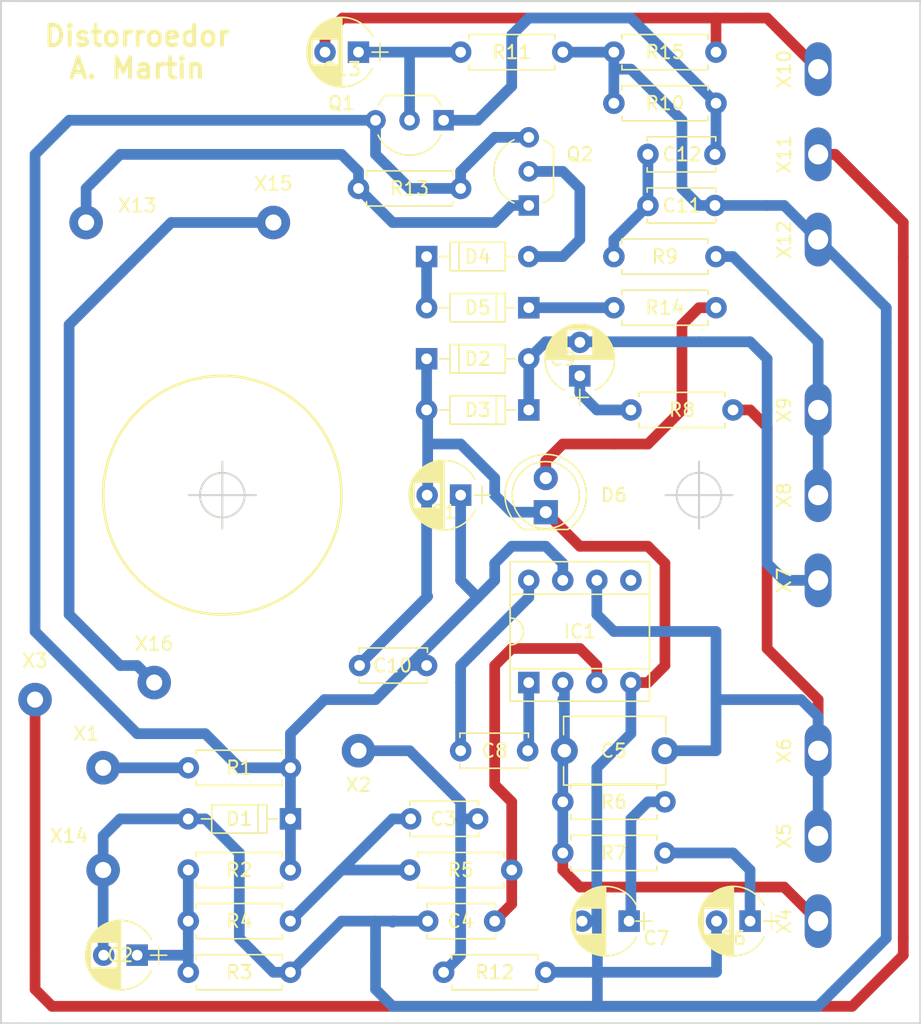
<source format=kicad_pcb>
(kicad_pcb (version 4) (host pcbnew 4.0.6)

  (general
    (links 70)
    (no_connects 0)
    (area 81.034762 48.014761 153.745001 125.805001)
    (thickness 1.6)
    (drawings 10)
    (tracks 261)
    (zones 0)
    (modules 53)
    (nets 29)
  )

  (page A4)
  (layers
    (0 F.Cu signal)
    (31 B.Cu signal)
    (32 B.Adhes user hide)
    (33 F.Adhes user hide)
    (34 B.Paste user hide)
    (35 F.Paste user hide)
    (36 B.SilkS user hide)
    (37 F.SilkS user)
    (38 B.Mask user hide)
    (39 F.Mask user hide)
    (40 Dwgs.User user hide)
    (41 Cmts.User user hide)
    (42 Eco1.User user hide)
    (43 Eco2.User user hide)
    (44 Edge.Cuts user)
    (45 Margin user hide)
    (46 B.CrtYd user hide)
    (47 F.CrtYd user hide)
    (48 B.Fab user hide)
    (49 F.Fab user hide)
  )

  (setup
    (last_trace_width 0.8)
    (trace_clearance 0.5)
    (zone_clearance 0.508)
    (zone_45_only no)
    (trace_min 0.25)
    (segment_width 0.2)
    (edge_width 0.15)
    (via_size 0.8)
    (via_drill 0.5)
    (via_min_size 0.4)
    (via_min_drill 0.3)
    (uvia_size 0.3)
    (uvia_drill 0.1)
    (uvias_allowed no)
    (uvia_min_size 0.2)
    (uvia_min_drill 0.1)
    (pcb_text_width 0.3)
    (pcb_text_size 1.5 1.5)
    (mod_edge_width 0.15)
    (mod_text_size 1 1)
    (mod_text_width 0.15)
    (pad_size 2.5 2.5)
    (pad_drill 1.2)
    (pad_to_mask_clearance 0.2)
    (aux_axis_origin 0 0)
    (grid_origin 130.81 74.93)
    (visible_elements 7FFF5661)
    (pcbplotparams
      (layerselection 0x010f0_80000001)
      (usegerberextensions false)
      (excludeedgelayer true)
      (linewidth 0.100000)
      (plotframeref false)
      (viasonmask false)
      (mode 1)
      (useauxorigin false)
      (hpglpennumber 1)
      (hpglpenspeed 20)
      (hpglpendiameter 15)
      (hpglpenoverlay 2)
      (psnegative false)
      (psa4output false)
      (plotreference true)
      (plotvalue true)
      (plotinvisibletext false)
      (padsonsilk false)
      (subtractmaskfromsilk false)
      (outputformat 1)
      (mirror false)
      (drillshape 0)
      (scaleselection 1)
      (outputdirectory gerber))
  )

  (net 0 "")
  (net 1 "Net-(C1-Pad1)")
  (net 2 Earth)
  (net 3 "Net-(C2-Pad1)")
  (net 4 "Net-(C3-Pad1)")
  (net 5 "Net-(C3-Pad2)")
  (net 6 "Net-(C4-Pad1)")
  (net 7 "Net-(C5-Pad1)")
  (net 8 "Net-(C5-Pad2)")
  (net 9 "Net-(C6-Pad1)")
  (net 10 "Net-(C7-Pad1)")
  (net 11 "Net-(C8-Pad1)")
  (net 12 "Net-(C8-Pad2)")
  (net 13 "Net-(C9-Pad1)")
  (net 14 "Net-(C9-Pad2)")
  (net 15 "Net-(C11-Pad1)")
  (net 16 "Net-(C12-Pad2)")
  (net 17 "Net-(C13-Pad1)")
  (net 18 "Net-(C13-Pad2)")
  (net 19 "Net-(D4-Pad1)")
  (net 20 "Net-(D4-Pad2)")
  (net 21 "Net-(D5-Pad1)")
  (net 22 "Net-(D6-Pad2)")
  (net 23 "Net-(IC1-Pad5)")
  (net 24 "Net-(J1-Pad3)")
  (net 25 "Net-(Q2-Pad1)")
  (net 26 "Net-(POT2-Pad1)")
  (net 27 "Net-(X15-Pad1)")
  (net 28 "Net-(POT3-Pad2)")

  (net_class Default "Esta es la clase de red por defecto."
    (clearance 0.5)
    (trace_width 0.8)
    (via_dia 0.8)
    (via_drill 0.5)
    (uvia_dia 0.3)
    (uvia_drill 0.1)
    (add_net Earth)
    (add_net "Net-(C1-Pad1)")
    (add_net "Net-(C11-Pad1)")
    (add_net "Net-(C12-Pad2)")
    (add_net "Net-(C13-Pad1)")
    (add_net "Net-(C13-Pad2)")
    (add_net "Net-(C2-Pad1)")
    (add_net "Net-(C3-Pad1)")
    (add_net "Net-(C3-Pad2)")
    (add_net "Net-(C4-Pad1)")
    (add_net "Net-(C5-Pad1)")
    (add_net "Net-(C5-Pad2)")
    (add_net "Net-(C6-Pad1)")
    (add_net "Net-(C7-Pad1)")
    (add_net "Net-(C8-Pad1)")
    (add_net "Net-(C8-Pad2)")
    (add_net "Net-(C9-Pad1)")
    (add_net "Net-(C9-Pad2)")
    (add_net "Net-(D4-Pad1)")
    (add_net "Net-(D4-Pad2)")
    (add_net "Net-(D5-Pad1)")
    (add_net "Net-(D6-Pad2)")
    (add_net "Net-(IC1-Pad5)")
    (add_net "Net-(J1-Pad3)")
    (add_net "Net-(POT2-Pad1)")
    (add_net "Net-(POT3-Pad2)")
    (add_net "Net-(Q2-Pad1)")
    (add_net "Net-(X15-Pad1)")
  )

  (module Diodes_THT:D_DO-35_SOD27_P7.62mm_Horizontal (layer F.Cu) (tedit 59A68F71) (tstamp 599EA9C7)
    (at 106.68 110.49 180)
    (descr "D, DO-35_SOD27 series, Axial, Horizontal, pin pitch=7.62mm, , length*diameter=4*2mm^2, , http://www.diodes.com/_files/packages/DO-35.pdf")
    (tags "D DO-35_SOD27 series Axial Horizontal pin pitch 7.62mm  length 4mm diameter 2mm")
    (path /599DB8DD)
    (fp_text reference D1 (at 3.81 0 180) (layer F.SilkS)
      (effects (font (size 1 1) (thickness 0.15)))
    )
    (fp_text value 1N4004 (at 3.81 0 180) (layer F.Fab)
      (effects (font (size 1 1) (thickness 0.15)))
    )
    (fp_text user %R (at 3.81 0 180) (layer F.Fab)
      (effects (font (size 1 1) (thickness 0.15)))
    )
    (fp_line (start 1.81 -1) (end 1.81 1) (layer F.Fab) (width 0.1))
    (fp_line (start 1.81 1) (end 5.81 1) (layer F.Fab) (width 0.1))
    (fp_line (start 5.81 1) (end 5.81 -1) (layer F.Fab) (width 0.1))
    (fp_line (start 5.81 -1) (end 1.81 -1) (layer F.Fab) (width 0.1))
    (fp_line (start 0 0) (end 1.81 0) (layer F.Fab) (width 0.1))
    (fp_line (start 7.62 0) (end 5.81 0) (layer F.Fab) (width 0.1))
    (fp_line (start 2.41 -1) (end 2.41 1) (layer F.Fab) (width 0.1))
    (fp_line (start 1.75 -1.06) (end 1.75 1.06) (layer F.SilkS) (width 0.12))
    (fp_line (start 1.75 1.06) (end 5.87 1.06) (layer F.SilkS) (width 0.12))
    (fp_line (start 5.87 1.06) (end 5.87 -1.06) (layer F.SilkS) (width 0.12))
    (fp_line (start 5.87 -1.06) (end 1.75 -1.06) (layer F.SilkS) (width 0.12))
    (fp_line (start 0.98 0) (end 1.75 0) (layer F.SilkS) (width 0.12))
    (fp_line (start 6.64 0) (end 5.87 0) (layer F.SilkS) (width 0.12))
    (fp_line (start 2.41 -1.06) (end 2.41 1.06) (layer F.SilkS) (width 0.12))
    (fp_line (start -1.05 -1.35) (end -1.05 1.35) (layer F.CrtYd) (width 0.05))
    (fp_line (start -1.05 1.35) (end 8.7 1.35) (layer F.CrtYd) (width 0.05))
    (fp_line (start 8.7 1.35) (end 8.7 -1.35) (layer F.CrtYd) (width 0.05))
    (fp_line (start 8.7 -1.35) (end -1.05 -1.35) (layer F.CrtYd) (width 0.05))
    (pad 1 thru_hole rect (at 0 0 180) (size 1.6 1.6) (drill 0.8) (layers *.Cu *.Mask)
      (net 1 "Net-(C1-Pad1)"))
    (pad 2 thru_hole oval (at 7.62 0 180) (size 1.6 1.6) (drill 0.8) (layers *.Cu *.Mask)
      (net 2 Earth))
    (model ${KISYS3DMOD}/Diodes_THT.3dshapes/D_DO-35_SOD27_P7.62mm_Horizontal.wrl
      (at (xyz 0 0 0))
      (scale (xyz 0.393701 0.393701 0.393701))
      (rotate (xyz 0 0 0))
    )
  )

  (module Diodes_THT:D_DO-35_SOD27_P7.62mm_Horizontal (layer F.Cu) (tedit 59A698B8) (tstamp 599EA9CD)
    (at 116.84 76.2)
    (descr "D, DO-35_SOD27 series, Axial, Horizontal, pin pitch=7.62mm, , length*diameter=4*2mm^2, , http://www.diodes.com/_files/packages/DO-35.pdf")
    (tags "D DO-35_SOD27 series Axial Horizontal pin pitch 7.62mm  length 4mm diameter 2mm")
    (path /599DD581)
    (fp_text reference D2 (at 3.81 0) (layer F.SilkS)
      (effects (font (size 1 1) (thickness 0.15)))
    )
    (fp_text value D (at 3.81 2.06) (layer F.Fab) hide
      (effects (font (size 1 1) (thickness 0.15)))
    )
    (fp_text user %R (at 3.81 0) (layer F.Fab)
      (effects (font (size 1 1) (thickness 0.15)))
    )
    (fp_line (start 1.81 -1) (end 1.81 1) (layer F.Fab) (width 0.1))
    (fp_line (start 1.81 1) (end 5.81 1) (layer F.Fab) (width 0.1))
    (fp_line (start 5.81 1) (end 5.81 -1) (layer F.Fab) (width 0.1))
    (fp_line (start 5.81 -1) (end 1.81 -1) (layer F.Fab) (width 0.1))
    (fp_line (start 0 0) (end 1.81 0) (layer F.Fab) (width 0.1))
    (fp_line (start 7.62 0) (end 5.81 0) (layer F.Fab) (width 0.1))
    (fp_line (start 2.41 -1) (end 2.41 1) (layer F.Fab) (width 0.1))
    (fp_line (start 1.75 -1.06) (end 1.75 1.06) (layer F.SilkS) (width 0.12))
    (fp_line (start 1.75 1.06) (end 5.87 1.06) (layer F.SilkS) (width 0.12))
    (fp_line (start 5.87 1.06) (end 5.87 -1.06) (layer F.SilkS) (width 0.12))
    (fp_line (start 5.87 -1.06) (end 1.75 -1.06) (layer F.SilkS) (width 0.12))
    (fp_line (start 0.98 0) (end 1.75 0) (layer F.SilkS) (width 0.12))
    (fp_line (start 6.64 0) (end 5.87 0) (layer F.SilkS) (width 0.12))
    (fp_line (start 2.41 -1.06) (end 2.41 1.06) (layer F.SilkS) (width 0.12))
    (fp_line (start -1.05 -1.35) (end -1.05 1.35) (layer F.CrtYd) (width 0.05))
    (fp_line (start -1.05 1.35) (end 8.7 1.35) (layer F.CrtYd) (width 0.05))
    (fp_line (start 8.7 1.35) (end 8.7 -1.35) (layer F.CrtYd) (width 0.05))
    (fp_line (start 8.7 -1.35) (end -1.05 -1.35) (layer F.CrtYd) (width 0.05))
    (pad 1 thru_hole rect (at 0 0) (size 1.6 1.6) (drill 0.8) (layers *.Cu *.Mask)
      (net 2 Earth))
    (pad 2 thru_hole oval (at 7.62 0) (size 1.6 1.6) (drill 0.8) (layers *.Cu *.Mask)
      (net 14 "Net-(C9-Pad2)"))
    (model ${KISYS3DMOD}/Diodes_THT.3dshapes/D_DO-35_SOD27_P7.62mm_Horizontal.wrl
      (at (xyz 0 0 0))
      (scale (xyz 0.393701 0.393701 0.393701))
      (rotate (xyz 0 0 0))
    )
  )

  (module Diodes_THT:D_DO-35_SOD27_P7.62mm_Horizontal (layer F.Cu) (tedit 59A698CD) (tstamp 599EA9D3)
    (at 124.46 80.01 180)
    (descr "D, DO-35_SOD27 series, Axial, Horizontal, pin pitch=7.62mm, , length*diameter=4*2mm^2, , http://www.diodes.com/_files/packages/DO-35.pdf")
    (tags "D DO-35_SOD27 series Axial Horizontal pin pitch 7.62mm  length 4mm diameter 2mm")
    (path /599DD51A)
    (fp_text reference D3 (at 3.81 0 180) (layer F.SilkS)
      (effects (font (size 1 1) (thickness 0.15)))
    )
    (fp_text value D (at 3.81 2.06 180) (layer F.Fab) hide
      (effects (font (size 1 1) (thickness 0.15)))
    )
    (fp_text user %R (at 3.81 0 180) (layer F.Fab)
      (effects (font (size 1 1) (thickness 0.15)))
    )
    (fp_line (start 1.81 -1) (end 1.81 1) (layer F.Fab) (width 0.1))
    (fp_line (start 1.81 1) (end 5.81 1) (layer F.Fab) (width 0.1))
    (fp_line (start 5.81 1) (end 5.81 -1) (layer F.Fab) (width 0.1))
    (fp_line (start 5.81 -1) (end 1.81 -1) (layer F.Fab) (width 0.1))
    (fp_line (start 0 0) (end 1.81 0) (layer F.Fab) (width 0.1))
    (fp_line (start 7.62 0) (end 5.81 0) (layer F.Fab) (width 0.1))
    (fp_line (start 2.41 -1) (end 2.41 1) (layer F.Fab) (width 0.1))
    (fp_line (start 1.75 -1.06) (end 1.75 1.06) (layer F.SilkS) (width 0.12))
    (fp_line (start 1.75 1.06) (end 5.87 1.06) (layer F.SilkS) (width 0.12))
    (fp_line (start 5.87 1.06) (end 5.87 -1.06) (layer F.SilkS) (width 0.12))
    (fp_line (start 5.87 -1.06) (end 1.75 -1.06) (layer F.SilkS) (width 0.12))
    (fp_line (start 0.98 0) (end 1.75 0) (layer F.SilkS) (width 0.12))
    (fp_line (start 6.64 0) (end 5.87 0) (layer F.SilkS) (width 0.12))
    (fp_line (start 2.41 -1.06) (end 2.41 1.06) (layer F.SilkS) (width 0.12))
    (fp_line (start -1.05 -1.35) (end -1.05 1.35) (layer F.CrtYd) (width 0.05))
    (fp_line (start -1.05 1.35) (end 8.7 1.35) (layer F.CrtYd) (width 0.05))
    (fp_line (start 8.7 1.35) (end 8.7 -1.35) (layer F.CrtYd) (width 0.05))
    (fp_line (start 8.7 -1.35) (end -1.05 -1.35) (layer F.CrtYd) (width 0.05))
    (pad 1 thru_hole rect (at 0 0 180) (size 1.6 1.6) (drill 0.8) (layers *.Cu *.Mask)
      (net 14 "Net-(C9-Pad2)"))
    (pad 2 thru_hole oval (at 7.62 0 180) (size 1.6 1.6) (drill 0.8) (layers *.Cu *.Mask)
      (net 2 Earth))
    (model ${KISYS3DMOD}/Diodes_THT.3dshapes/D_DO-35_SOD27_P7.62mm_Horizontal.wrl
      (at (xyz 0 0 0))
      (scale (xyz 0.393701 0.393701 0.393701))
      (rotate (xyz 0 0 0))
    )
  )

  (module Diodes_THT:D_DO-35_SOD27_P7.62mm_Horizontal (layer F.Cu) (tedit 59A6990C) (tstamp 599EA9D9)
    (at 116.84 68.58)
    (descr "D, DO-35_SOD27 series, Axial, Horizontal, pin pitch=7.62mm, , length*diameter=4*2mm^2, , http://www.diodes.com/_files/packages/DO-35.pdf")
    (tags "D DO-35_SOD27 series Axial Horizontal pin pitch 7.62mm  length 4mm diameter 2mm")
    (path /599EB607)
    (fp_text reference D4 (at 3.81 0) (layer F.SilkS)
      (effects (font (size 1 1) (thickness 0.15)))
    )
    (fp_text value 1N4148 (at 3.81 0) (layer F.Fab)
      (effects (font (size 1 1) (thickness 0.15)))
    )
    (fp_text user %R (at 3.81 0) (layer F.Fab)
      (effects (font (size 1 1) (thickness 0.15)))
    )
    (fp_line (start 1.81 -1) (end 1.81 1) (layer F.Fab) (width 0.1))
    (fp_line (start 1.81 1) (end 5.81 1) (layer F.Fab) (width 0.1))
    (fp_line (start 5.81 1) (end 5.81 -1) (layer F.Fab) (width 0.1))
    (fp_line (start 5.81 -1) (end 1.81 -1) (layer F.Fab) (width 0.1))
    (fp_line (start 0 0) (end 1.81 0) (layer F.Fab) (width 0.1))
    (fp_line (start 7.62 0) (end 5.81 0) (layer F.Fab) (width 0.1))
    (fp_line (start 2.41 -1) (end 2.41 1) (layer F.Fab) (width 0.1))
    (fp_line (start 1.75 -1.06) (end 1.75 1.06) (layer F.SilkS) (width 0.12))
    (fp_line (start 1.75 1.06) (end 5.87 1.06) (layer F.SilkS) (width 0.12))
    (fp_line (start 5.87 1.06) (end 5.87 -1.06) (layer F.SilkS) (width 0.12))
    (fp_line (start 5.87 -1.06) (end 1.75 -1.06) (layer F.SilkS) (width 0.12))
    (fp_line (start 0.98 0) (end 1.75 0) (layer F.SilkS) (width 0.12))
    (fp_line (start 6.64 0) (end 5.87 0) (layer F.SilkS) (width 0.12))
    (fp_line (start 2.41 -1.06) (end 2.41 1.06) (layer F.SilkS) (width 0.12))
    (fp_line (start -1.05 -1.35) (end -1.05 1.35) (layer F.CrtYd) (width 0.05))
    (fp_line (start -1.05 1.35) (end 8.7 1.35) (layer F.CrtYd) (width 0.05))
    (fp_line (start 8.7 1.35) (end 8.7 -1.35) (layer F.CrtYd) (width 0.05))
    (fp_line (start 8.7 -1.35) (end -1.05 -1.35) (layer F.CrtYd) (width 0.05))
    (pad 1 thru_hole rect (at 0 0) (size 1.6 1.6) (drill 0.8) (layers *.Cu *.Mask)
      (net 19 "Net-(D4-Pad1)"))
    (pad 2 thru_hole oval (at 7.62 0) (size 1.6 1.6) (drill 0.8) (layers *.Cu *.Mask)
      (net 20 "Net-(D4-Pad2)"))
    (model ${KISYS3DMOD}/Diodes_THT.3dshapes/D_DO-35_SOD27_P7.62mm_Horizontal.wrl
      (at (xyz 0 0 0))
      (scale (xyz 0.393701 0.393701 0.393701))
      (rotate (xyz 0 0 0))
    )
  )

  (module Diodes_THT:D_DO-35_SOD27_P7.62mm_Horizontal (layer F.Cu) (tedit 59A698EE) (tstamp 599EA9DF)
    (at 124.46 72.39 180)
    (descr "D, DO-35_SOD27 series, Axial, Horizontal, pin pitch=7.62mm, , length*diameter=4*2mm^2, , http://www.diodes.com/_files/packages/DO-35.pdf")
    (tags "D DO-35_SOD27 series Axial Horizontal pin pitch 7.62mm  length 4mm diameter 2mm")
    (path /599EB5AA)
    (fp_text reference D5 (at 3.81 0 180) (layer F.SilkS)
      (effects (font (size 1 1) (thickness 0.15)))
    )
    (fp_text value 1N4148 (at 3.81 0 180) (layer F.Fab)
      (effects (font (size 1 1) (thickness 0.15)))
    )
    (fp_text user %R (at 3.81 0 180) (layer F.Fab)
      (effects (font (size 1 1) (thickness 0.15)))
    )
    (fp_line (start 1.81 -1) (end 1.81 1) (layer F.Fab) (width 0.1))
    (fp_line (start 1.81 1) (end 5.81 1) (layer F.Fab) (width 0.1))
    (fp_line (start 5.81 1) (end 5.81 -1) (layer F.Fab) (width 0.1))
    (fp_line (start 5.81 -1) (end 1.81 -1) (layer F.Fab) (width 0.1))
    (fp_line (start 0 0) (end 1.81 0) (layer F.Fab) (width 0.1))
    (fp_line (start 7.62 0) (end 5.81 0) (layer F.Fab) (width 0.1))
    (fp_line (start 2.41 -1) (end 2.41 1) (layer F.Fab) (width 0.1))
    (fp_line (start 1.75 -1.06) (end 1.75 1.06) (layer F.SilkS) (width 0.12))
    (fp_line (start 1.75 1.06) (end 5.87 1.06) (layer F.SilkS) (width 0.12))
    (fp_line (start 5.87 1.06) (end 5.87 -1.06) (layer F.SilkS) (width 0.12))
    (fp_line (start 5.87 -1.06) (end 1.75 -1.06) (layer F.SilkS) (width 0.12))
    (fp_line (start 0.98 0) (end 1.75 0) (layer F.SilkS) (width 0.12))
    (fp_line (start 6.64 0) (end 5.87 0) (layer F.SilkS) (width 0.12))
    (fp_line (start 2.41 -1.06) (end 2.41 1.06) (layer F.SilkS) (width 0.12))
    (fp_line (start -1.05 -1.35) (end -1.05 1.35) (layer F.CrtYd) (width 0.05))
    (fp_line (start -1.05 1.35) (end 8.7 1.35) (layer F.CrtYd) (width 0.05))
    (fp_line (start 8.7 1.35) (end 8.7 -1.35) (layer F.CrtYd) (width 0.05))
    (fp_line (start 8.7 -1.35) (end -1.05 -1.35) (layer F.CrtYd) (width 0.05))
    (pad 1 thru_hole rect (at 0 0 180) (size 1.6 1.6) (drill 0.8) (layers *.Cu *.Mask)
      (net 21 "Net-(D5-Pad1)"))
    (pad 2 thru_hole oval (at 7.62 0 180) (size 1.6 1.6) (drill 0.8) (layers *.Cu *.Mask)
      (net 19 "Net-(D4-Pad1)"))
    (model ${KISYS3DMOD}/Diodes_THT.3dshapes/D_DO-35_SOD27_P7.62mm_Horizontal.wrl
      (at (xyz 0 0 0))
      (scale (xyz 0.393701 0.393701 0.393701))
      (rotate (xyz 0 0 0))
    )
  )

  (module LEDs:LED_D5.0mm_FlatTop (layer F.Cu) (tedit 59A69883) (tstamp 599EA9E5)
    (at 125.73 87.63 90)
    (descr "LED, Round, FlatTop, diameter 5.0mm, 2 pins, http://www.kingbright.com/attachments/file/psearch/000/00/00/L-483GDT(Ver.15B).pdf")
    (tags "LED Round FlatTop diameter 5.0mm 2 pins")
    (path /599EB272)
    (fp_text reference D6 (at 1.27 5.08 180) (layer F.SilkS)
      (effects (font (size 1 1) (thickness 0.15)))
    )
    (fp_text value LED (at 1.27 5.08 180) (layer F.Fab)
      (effects (font (size 1 1) (thickness 0.15)))
    )
    (fp_arc (start 1.27 0) (end -1.23 -1.566046) (angle 295.9) (layer F.Fab) (width 0.1))
    (fp_arc (start 1.27 0) (end -1.29 -1.639512) (angle 147.4) (layer F.SilkS) (width 0.12))
    (fp_arc (start 1.27 0) (end -1.29 1.639512) (angle -147.4) (layer F.SilkS) (width 0.12))
    (fp_circle (center 1.27 0) (end 3.77 0) (layer F.Fab) (width 0.1))
    (fp_circle (center 1.27 0) (end 3.77 0) (layer F.SilkS) (width 0.12))
    (fp_line (start -1.23 -1.566046) (end -1.23 1.566046) (layer F.Fab) (width 0.1))
    (fp_line (start -1.29 -1.64) (end -1.29 1.64) (layer F.SilkS) (width 0.12))
    (fp_line (start -2 -3.3) (end -2 3.3) (layer F.CrtYd) (width 0.05))
    (fp_line (start -2 3.3) (end 4.55 3.3) (layer F.CrtYd) (width 0.05))
    (fp_line (start 4.55 3.3) (end 4.55 -3.3) (layer F.CrtYd) (width 0.05))
    (fp_line (start 4.55 -3.3) (end -2 -3.3) (layer F.CrtYd) (width 0.05))
    (pad 1 thru_hole rect (at 0 0 90) (size 1.8 1.8) (drill 0.9) (layers *.Cu *.Mask)
      (net 2 Earth))
    (pad 2 thru_hole circle (at 2.54 0 90) (size 1.8 1.8) (drill 0.9) (layers *.Cu *.Mask)
      (net 22 "Net-(D6-Pad2)"))
    (model ${KISYS3DMOD}/LEDs.3dshapes/LED_D5.0mm_FlatTop.wrl
      (at (xyz 0 0 0))
      (scale (xyz 0.393701 0.393701 0.393701))
      (rotate (xyz 0 0 0))
    )
  )

  (module TO_SOT_Packages_THT:TO-92_Inline_Wide (layer F.Cu) (tedit 59A69A15) (tstamp 599EA9FF)
    (at 118.11 58.42 180)
    (descr "TO-92 leads in-line, wide, drill 0.8mm (see NXP sot054_po.pdf)")
    (tags "to-92 sc-43 sc-43a sot54 PA33 transistor")
    (path /599DE356)
    (fp_text reference Q1 (at 7.62 1.27 360) (layer F.SilkS)
      (effects (font (size 1 1) (thickness 0.15)))
    )
    (fp_text value BF245 (at 2.54 2.79 180) (layer F.Fab) hide
      (effects (font (size 1 1) (thickness 0.15)))
    )
    (fp_text user %R (at 7.62 1.27 360) (layer F.Fab)
      (effects (font (size 1 1) (thickness 0.15)))
    )
    (fp_line (start 0.74 1.85) (end 4.34 1.85) (layer F.SilkS) (width 0.12))
    (fp_line (start 0.8 1.75) (end 4.3 1.75) (layer F.Fab) (width 0.1))
    (fp_line (start -1.01 -2.73) (end 6.09 -2.73) (layer F.CrtYd) (width 0.05))
    (fp_line (start -1.01 -2.73) (end -1.01 2.01) (layer F.CrtYd) (width 0.05))
    (fp_line (start 6.09 2.01) (end 6.09 -2.73) (layer F.CrtYd) (width 0.05))
    (fp_line (start 6.09 2.01) (end -1.01 2.01) (layer F.CrtYd) (width 0.05))
    (fp_arc (start 2.54 0) (end 0.74 1.85) (angle 20) (layer F.SilkS) (width 0.12))
    (fp_arc (start 2.54 0) (end 2.54 -2.6) (angle -65) (layer F.SilkS) (width 0.12))
    (fp_arc (start 2.54 0) (end 2.54 -2.6) (angle 65) (layer F.SilkS) (width 0.12))
    (fp_arc (start 2.54 0) (end 2.54 -2.48) (angle 135) (layer F.Fab) (width 0.1))
    (fp_arc (start 2.54 0) (end 2.54 -2.48) (angle -135) (layer F.Fab) (width 0.1))
    (fp_arc (start 2.54 0) (end 4.34 1.85) (angle -20) (layer F.SilkS) (width 0.12))
    (pad 2 thru_hole circle (at 2.54 0 270) (size 1.52 1.52) (drill 0.8) (layers *.Cu *.Mask)
      (net 17 "Net-(C13-Pad1)"))
    (pad 3 thru_hole circle (at 5.08 0 270) (size 1.52 1.52) (drill 0.8) (layers *.Cu *.Mask)
      (net 1 "Net-(C1-Pad1)"))
    (pad 1 thru_hole rect (at 0 0 270) (size 1.52 1.52) (drill 0.8) (layers *.Cu *.Mask)
      (net 16 "Net-(C12-Pad2)"))
    (model ${KISYS3DMOD}/TO_SOT_Packages_THT.3dshapes/TO-92_Inline_Wide.wrl
      (at (xyz 0.1 0 0))
      (scale (xyz 1 1 1))
      (rotate (xyz 0 0 -90))
    )
  )

  (module TO_SOT_Packages_THT:TO-92_Inline_Wide (layer F.Cu) (tedit 59A69D4A) (tstamp 599EAA06)
    (at 124.46 64.77 90)
    (descr "TO-92 leads in-line, wide, drill 0.8mm (see NXP sot054_po.pdf)")
    (tags "to-92 sc-43 sc-43a sot54 PA33 transistor")
    (path /599EB6C2)
    (fp_text reference Q2 (at 3.81 3.81 360) (layer F.SilkS)
      (effects (font (size 1 1) (thickness 0.15)))
    )
    (fp_text value BF245 (at 2.54 2.79 90) (layer F.Fab) hide
      (effects (font (size 1 1) (thickness 0.15)))
    )
    (fp_text user %R (at 3.81 3.81 360) (layer F.Fab)
      (effects (font (size 1 1) (thickness 0.15)))
    )
    (fp_line (start 0.74 1.85) (end 4.34 1.85) (layer F.SilkS) (width 0.12))
    (fp_line (start 0.8 1.75) (end 4.3 1.75) (layer F.Fab) (width 0.1))
    (fp_line (start -1.01 -2.73) (end 6.09 -2.73) (layer F.CrtYd) (width 0.05))
    (fp_line (start -1.01 -2.73) (end -1.01 2.01) (layer F.CrtYd) (width 0.05))
    (fp_line (start 6.09 2.01) (end 6.09 -2.73) (layer F.CrtYd) (width 0.05))
    (fp_line (start 6.09 2.01) (end -1.01 2.01) (layer F.CrtYd) (width 0.05))
    (fp_arc (start 2.54 0) (end 0.74 1.85) (angle 20) (layer F.SilkS) (width 0.12))
    (fp_arc (start 2.54 0) (end 2.54 -2.6) (angle -65) (layer F.SilkS) (width 0.12))
    (fp_arc (start 2.54 0) (end 2.54 -2.6) (angle 65) (layer F.SilkS) (width 0.12))
    (fp_arc (start 2.54 0) (end 2.54 -2.48) (angle 135) (layer F.Fab) (width 0.1))
    (fp_arc (start 2.54 0) (end 2.54 -2.48) (angle -135) (layer F.Fab) (width 0.1))
    (fp_arc (start 2.54 0) (end 4.34 1.85) (angle -20) (layer F.SilkS) (width 0.12))
    (pad 2 thru_hole circle (at 2.54 0 180) (size 1.52 1.52) (drill 0.8) (layers *.Cu *.Mask)
      (net 20 "Net-(D4-Pad2)"))
    (pad 3 thru_hole circle (at 5.08 0 180) (size 1.52 1.52) (drill 0.8) (layers *.Cu *.Mask)
      (net 1 "Net-(C1-Pad1)"))
    (pad 1 thru_hole rect (at 0 0 180) (size 1.52 1.52) (drill 0.8) (layers *.Cu *.Mask)
      (net 25 "Net-(Q2-Pad1)"))
    (model ${KISYS3DMOD}/TO_SOT_Packages_THT.3dshapes/TO-92_Inline_Wide.wrl
      (at (xyz 0.1 0 0))
      (scale (xyz 1 1 1))
      (rotate (xyz 0 0 -90))
    )
  )

  (module Capacitors_THT:C_Disc_D7.5mm_W5.0mm_P7.50mm (layer F.Cu) (tedit 59A6EA34) (tstamp 599EA991)
    (at 134.62 105.41 180)
    (descr "C, Disc series, Radial, pin pitch=7.50mm, , diameter*width=7.5*5.0mm^2, Capacitor, http://www.vishay.com/docs/28535/vy2series.pdf")
    (tags "C Disc series Radial pin pitch 7.50mm  diameter 7.5mm width 5.0mm Capacitor")
    (path /599F0613)
    (fp_text reference C5 (at 3.81 0 180) (layer F.SilkS)
      (effects (font (size 1 1) (thickness 0.15)))
    )
    (fp_text value 100p (at 3.81 0 180) (layer F.Fab)
      (effects (font (size 1 1) (thickness 0.15)))
    )
    (fp_line (start 0 -2.5) (end 0 2.5) (layer F.Fab) (width 0.1))
    (fp_line (start 0 2.5) (end 7.5 2.5) (layer F.Fab) (width 0.1))
    (fp_line (start 7.5 2.5) (end 7.5 -2.5) (layer F.Fab) (width 0.1))
    (fp_line (start 7.5 -2.5) (end 0 -2.5) (layer F.Fab) (width 0.1))
    (fp_line (start -0.06 -2.56) (end 7.56 -2.56) (layer F.SilkS) (width 0.12))
    (fp_line (start -0.06 2.56) (end 7.56 2.56) (layer F.SilkS) (width 0.12))
    (fp_line (start -0.06 -2.56) (end -0.06 -1.195) (layer F.SilkS) (width 0.12))
    (fp_line (start -0.06 1.195) (end -0.06 2.56) (layer F.SilkS) (width 0.12))
    (fp_line (start 7.56 -2.56) (end 7.56 -1.195) (layer F.SilkS) (width 0.12))
    (fp_line (start 7.56 1.195) (end 7.56 2.56) (layer F.SilkS) (width 0.12))
    (fp_line (start -1.25 -2.85) (end -1.25 2.85) (layer F.CrtYd) (width 0.05))
    (fp_line (start -1.25 2.85) (end 8.75 2.85) (layer F.CrtYd) (width 0.05))
    (fp_line (start 8.75 2.85) (end 8.75 -2.85) (layer F.CrtYd) (width 0.05))
    (fp_line (start 8.75 -2.85) (end -1.25 -2.85) (layer F.CrtYd) (width 0.05))
    (fp_text user %R (at 3.81 0 180) (layer F.Fab)
      (effects (font (size 1 1) (thickness 0.15)))
    )
    (pad 1 thru_hole circle (at 0 0 180) (size 2 2) (drill 1) (layers *.Cu *.Mask)
      (net 7 "Net-(C5-Pad1)"))
    (pad 2 thru_hole circle (at 7.5 0 180) (size 2 2) (drill 1) (layers *.Cu *.Mask)
      (net 8 "Net-(C5-Pad2)"))
    (model ${KISYS3DMOD}/Capacitors_THT.3dshapes/C_Disc_D7.5mm_W5.0mm_P7.50mm.wrl
      (at (xyz 0 0 0))
      (scale (xyz 1 1 1))
      (rotate (xyz 0 0 0))
    )
  )

  (module prueba:DIP_8 (layer F.Cu) (tedit 59A71B92) (tstamp 599EA9F1)
    (at 124.46 100.33 90)
    (descr "8-lead dip package, row spacing 7.62 mm (300 mils), Socket")
    (tags "DIL DIP PDIP 2.54mm 7.62mm 300mil Socket")
    (path /599F0501)
    (fp_text reference IC1 (at 3.81 3.81 180) (layer F.SilkS)
      (effects (font (size 1 1) (thickness 0.15)))
    )
    (fp_text value LM308 (at 3.81 3.81 180) (layer F.Fab)
      (effects (font (size 1 1) (thickness 0.15)))
    )
    (fp_text user %R (at 3.81 3.81 180) (layer F.Fab)
      (effects (font (size 1 1) (thickness 0.15)))
    )
    (fp_line (start 1.635 -1.27) (end 6.985 -1.27) (layer F.Fab) (width 0.1))
    (fp_line (start 6.985 -1.27) (end 6.985 8.89) (layer F.Fab) (width 0.1))
    (fp_line (start 6.985 8.89) (end 0.635 8.89) (layer F.Fab) (width 0.1))
    (fp_line (start 0.635 8.89) (end 0.635 -0.27) (layer F.Fab) (width 0.1))
    (fp_line (start 0.635 -0.27) (end 1.635 -1.27) (layer F.Fab) (width 0.1))
    (fp_line (start -1.27 -1.27) (end -1.27 8.89) (layer F.Fab) (width 0.1))
    (fp_line (start -1.27 8.89) (end 8.89 8.89) (layer F.Fab) (width 0.1))
    (fp_line (start 8.89 8.89) (end 8.89 -1.27) (layer F.Fab) (width 0.1))
    (fp_line (start 8.89 -1.27) (end -1.27 -1.27) (layer F.Fab) (width 0.1))
    (fp_line (start 2.81 -1.39) (end 1.04 -1.39) (layer F.SilkS) (width 0.12))
    (fp_line (start 1.04 -1.39) (end 1.04 9.01) (layer F.SilkS) (width 0.12))
    (fp_line (start 1.04 9.01) (end 6.58 9.01) (layer F.SilkS) (width 0.12))
    (fp_line (start 6.58 9.01) (end 6.58 -1.39) (layer F.SilkS) (width 0.12))
    (fp_line (start 6.58 -1.39) (end 4.81 -1.39) (layer F.SilkS) (width 0.12))
    (fp_line (start -1.39 -1.39) (end -1.39 9.01) (layer F.SilkS) (width 0.12))
    (fp_line (start -1.39 9.01) (end 9.01 9.01) (layer F.SilkS) (width 0.12))
    (fp_line (start 9.01 9.01) (end 9.01 -1.39) (layer F.SilkS) (width 0.12))
    (fp_line (start 9.01 -1.39) (end -1.39 -1.39) (layer F.SilkS) (width 0.12))
    (fp_line (start -1.7 -1.7) (end -1.7 9.3) (layer F.CrtYd) (width 0.05))
    (fp_line (start -1.7 9.3) (end 9.3 9.3) (layer F.CrtYd) (width 0.05))
    (fp_line (start 9.3 9.3) (end 9.3 -1.7) (layer F.CrtYd) (width 0.05))
    (fp_line (start 9.3 -1.7) (end -1.7 -1.7) (layer F.CrtYd) (width 0.05))
    (fp_arc (start 3.81 -1.39) (end 2.81 -1.39) (angle -180) (layer F.SilkS) (width 0.12))
    (pad 1 thru_hole rect (at 0 0 90) (size 1.6 1.6) (drill 0.8) (layers *.Cu *.Mask)
      (net 12 "Net-(C8-Pad2)"))
    (pad 5 thru_hole oval (at 7.62 7.62 90) (size 1.6 1.6) (drill 0.8) (layers *.Cu *.Mask)
      (net 23 "Net-(IC1-Pad5)"))
    (pad 2 thru_hole oval (at 0 2.54 90) (size 1.6 1.6) (drill 0.8) (layers *.Cu *.Mask)
      (net 8 "Net-(C5-Pad2)"))
    (pad 6 thru_hole oval (at 7.62 5.08 90) (size 1.6 1.6) (drill 0.8) (layers *.Cu *.Mask)
      (net 7 "Net-(C5-Pad1)"))
    (pad 3 thru_hole oval (at 0 5.08 90) (size 1.6 1.6) (drill 0.8) (layers *.Cu *.Mask)
      (net 6 "Net-(C4-Pad1)"))
    (pad 7 thru_hole oval (at 7.62 2.54 90) (size 1.6 1.6) (drill 0.8) (layers *.Cu *.Mask)
      (net 1 "Net-(C1-Pad1)"))
    (pad 4 thru_hole oval (at 0 7.62 90) (size 1.6 1.6) (drill 0.8) (layers *.Cu *.Mask)
      (net 2 Earth))
    (pad 8 thru_hole oval (at 7.62 0 90) (size 1.6 1.6) (drill 0.8) (layers *.Cu *.Mask)
      (net 11 "Net-(C8-Pad1)"))
    (model ${KISYS3DMOD}/Housings_DIP.3dshapes/DIP-8_W7.62mm_Socket.wrl
      (at (xyz 0 0 0))
      (scale (xyz 1 1 1))
      (rotate (xyz 0 0 0))
    )
  )

  (module prueba:Pad_2,5 (layer F.Cu) (tedit 59C8D8A3) (tstamp 59A667E7)
    (at 105.41 66.04)
    (descr "Mounting Hole 2.2mm, M2, DIN965")
    (tags "mounting hole 2.2mm m2 din965")
    (path /59A54315)
    (fp_text reference X15 (at 0 -2.9) (layer F.SilkS)
      (effects (font (size 1 1) (thickness 0.15)))
    )
    (fp_text value JD_CONN_01X01 (at 0 2.9) (layer F.Fab) hide
      (effects (font (size 1 1) (thickness 0.15)))
    )
    (fp_circle (center 0 0) (end 1.5 0) (layer Cmts.User) (width 0.15))
    (pad 1 thru_hole circle (at 0 0) (size 2.5 2.5) (drill 1.2) (layers *.Cu *.Mask)
      (net 27 "Net-(X15-Pad1)"))
  )

  (module prueba:Pad_2,5 (layer F.Cu) (tedit 59C8D8AA) (tstamp 599FCFB5)
    (at 91.44 66.04)
    (descr "Mounting Hole 2.2mm, M2, DIN965")
    (tags "mounting hole 2.2mm m2 din965")
    (path /59A03776)
    (fp_text reference X13 (at 3.81 -1.27) (layer F.SilkS)
      (effects (font (size 1 1) (thickness 0.15)))
    )
    (fp_text value JD_CONN_01X01 (at 0 2.9) (layer F.Fab) hide
      (effects (font (size 1 1) (thickness 0.15)))
    )
    (fp_circle (center 0 0) (end 1.5 0) (layer Cmts.User) (width 0.15))
    (pad 1 thru_hole circle (at 0 0) (size 2.5 2.5) (drill 1.2) (layers *.Cu *.Mask)
      (net 25 "Net-(Q2-Pad1)"))
  )

  (module prueba:Pad_2,5 (layer F.Cu) (tedit 59C8D88E) (tstamp 59A667EC)
    (at 96.52 100.33)
    (descr "Mounting Hole 2.2mm, M2, DIN965")
    (tags "mounting hole 2.2mm m2 din965")
    (path /59A52967)
    (fp_text reference X16 (at 0 -2.9) (layer F.SilkS)
      (effects (font (size 1 1) (thickness 0.15)))
    )
    (fp_text value JD_CONN_01X01 (at 0 2.9) (layer F.Fab) hide
      (effects (font (size 1 1) (thickness 0.15)))
    )
    (fp_circle (center 0 0) (end 1.5 0) (layer Cmts.User) (width 0.15))
    (pad 1 thru_hole circle (at 0 0) (size 2.5 2.5) (drill 1.2) (layers *.Cu *.Mask)
      (net 27 "Net-(X15-Pad1)"))
  )

  (module prueba:Pad_2,5 (layer F.Cu) (tedit 59C8D882) (tstamp 599FCFBA)
    (at 92.71 114.3)
    (descr "Mounting Hole 2.2mm, M2, DIN965")
    (tags "mounting hole 2.2mm m2 din965")
    (path /59A04C06)
    (fp_text reference X14 (at -2.54 -2.54) (layer F.SilkS)
      (effects (font (size 1 1) (thickness 0.15)))
    )
    (fp_text value JD_CONN_01X01 (at 0 2.9) (layer F.Fab) hide
      (effects (font (size 1 1) (thickness 0.15)))
    )
    (fp_circle (center 0 0) (end 1.5 0) (layer Cmts.User) (width 0.15))
    (pad 1 thru_hole circle (at 0 0) (size 2.5 2.5) (drill 1.2) (layers *.Cu *.Mask)
      (net 2 Earth))
  )

  (module prueba:Pad_2,5 (layer F.Cu) (tedit 59C8D887) (tstamp 599FCF79)
    (at 92.71 106.68)
    (descr "Mounting Hole 2.2mm, M2, DIN965")
    (tags "mounting hole 2.2mm m2 din965")
    (path /599FCBF5)
    (fp_text reference X1 (at -1.27 -2.54) (layer F.SilkS)
      (effects (font (size 1 1) (thickness 0.15)))
    )
    (fp_text value JD_CONN_01X01 (at 0 2.9) (layer F.Fab) hide
      (effects (font (size 1 1) (thickness 0.15)))
    )
    (fp_circle (center 0 0) (end 1.5 0) (layer Cmts.User) (width 0.15))
    (pad 1 thru_hole circle (at 0 0) (size 2.5 2.5) (drill 1.2) (layers *.Cu *.Mask)
      (net 24 "Net-(J1-Pad3)"))
  )

  (module prueba:Pad_2,5 (layer F.Cu) (tedit 59C8D871) (tstamp 599FCF7E)
    (at 111.76 105.41)
    (descr "Mounting Hole 2.2mm, M2, DIN965")
    (tags "mounting hole 2.2mm m2 din965")
    (path /599FCFB1)
    (fp_text reference X2 (at 0 2.54) (layer F.SilkS)
      (effects (font (size 1 1) (thickness 0.15)))
    )
    (fp_text value JD_CONN_01X01 (at 0 2.9) (layer F.Fab) hide
      (effects (font (size 1 1) (thickness 0.15)))
    )
    (fp_circle (center 0 0) (end 1.5 0) (layer Cmts.User) (width 0.15))
    (pad 1 thru_hole circle (at 0 0) (size 2.5 2.5) (drill 1.2) (layers *.Cu *.Mask)
      (net 4 "Net-(C3-Pad1)"))
  )

  (module prueba:Pad_2,5 (layer F.Cu) (tedit 59C8D87B) (tstamp 599FCF83)
    (at 87.63 101.6)
    (descr "Mounting Hole 2.2mm, M2, DIN965")
    (tags "mounting hole 2.2mm m2 din965")
    (path /599FD5C2)
    (fp_text reference X3 (at 0 -2.9) (layer F.SilkS)
      (effects (font (size 1 1) (thickness 0.15)))
    )
    (fp_text value JD_CONN_01X01 (at 0 2.9) (layer F.Fab) hide
      (effects (font (size 1 1) (thickness 0.15)))
    )
    (fp_circle (center 0 0) (end 1.5 0) (layer Cmts.User) (width 0.15))
    (pad 1 thru_hole circle (at 0 0) (size 2.5 2.5) (drill 1.2) (layers *.Cu *.Mask)
      (net 28 "Net-(POT3-Pad2)"))
  )

  (module prueba:R (layer F.Cu) (tedit 59A6E688) (tstamp 599EAA0C)
    (at 106.68 106.68 180)
    (descr "Resistor, Axial_DIN0207 series, Axial, Horizontal, pin pitch=7.62mm, 0.25W = 1/4W, length*diameter=6.3*2.5mm^2, http://cdn-reichelt.de/documents/datenblatt/B400/1_4W%23YAG.pdf")
    (tags "Resistor Axial_DIN0207 series Axial Horizontal pin pitch 7.62mm 0.25W = 1/4W length 6.3mm diameter 2.5mm")
    (path /599DB0F0)
    (fp_text reference R1 (at 3.81 0 180) (layer F.SilkS)
      (effects (font (size 1 1) (thickness 0.15)))
    )
    (fp_text value 47 (at 3.81 0 180) (layer F.Fab)
      (effects (font (size 1 1) (thickness 0.15)))
    )
    (fp_line (start 0.66 -1.25) (end 0.66 1.25) (layer F.Fab) (width 0.1))
    (fp_line (start 0.66 1.25) (end 6.96 1.25) (layer F.Fab) (width 0.1))
    (fp_line (start 6.96 1.25) (end 6.96 -1.25) (layer F.Fab) (width 0.1))
    (fp_line (start 6.96 -1.25) (end 0.66 -1.25) (layer F.Fab) (width 0.1))
    (fp_line (start 0 0) (end 0.66 0) (layer F.Fab) (width 0.1))
    (fp_line (start 7.62 0) (end 6.96 0) (layer F.Fab) (width 0.1))
    (fp_line (start 0.6 -0.98) (end 0.6 -1.31) (layer F.SilkS) (width 0.12))
    (fp_line (start 0.6 -1.31) (end 7.02 -1.31) (layer F.SilkS) (width 0.12))
    (fp_line (start 7.02 -1.31) (end 7.02 -0.98) (layer F.SilkS) (width 0.12))
    (fp_line (start 0.6 0.98) (end 0.6 1.31) (layer F.SilkS) (width 0.12))
    (fp_line (start 0.6 1.31) (end 7.02 1.31) (layer F.SilkS) (width 0.12))
    (fp_line (start 7.02 1.31) (end 7.02 0.98) (layer F.SilkS) (width 0.12))
    (fp_line (start -1.05 -1.6) (end -1.05 1.6) (layer F.CrtYd) (width 0.05))
    (fp_line (start -1.05 1.6) (end 8.7 1.6) (layer F.CrtYd) (width 0.05))
    (fp_line (start 8.7 1.6) (end 8.7 -1.6) (layer F.CrtYd) (width 0.05))
    (fp_line (start 8.7 -1.6) (end -1.05 -1.6) (layer F.CrtYd) (width 0.05))
    (pad 1 thru_hole circle (at 0 0 180) (size 1.6 1.6) (drill 0.8) (layers *.Cu *.Mask)
      (net 1 "Net-(C1-Pad1)"))
    (pad 2 thru_hole oval (at 7.62 0 180) (size 1.6 1.6) (drill 0.8) (layers *.Cu *.Mask)
      (net 24 "Net-(J1-Pad3)"))
    (model ${KISYS3DMOD}/Resistors_THT.3dshapes/R_Axial_DIN0207_L6.3mm_D2.5mm_P7.62mm_Horizontal.wrl
      (at (xyz 0 0 0))
      (scale (xyz 0.393701 0.393701 0.393701))
      (rotate (xyz 0 0 0))
    )
  )

  (module prueba:R (layer F.Cu) (tedit 59A6E6CF) (tstamp 599EAA12)
    (at 99.06 114.3)
    (descr "Resistor, Axial_DIN0207 series, Axial, Horizontal, pin pitch=7.62mm, 0.25W = 1/4W, length*diameter=6.3*2.5mm^2, http://cdn-reichelt.de/documents/datenblatt/B400/1_4W%23YAG.pdf")
    (tags "Resistor Axial_DIN0207 series Axial Horizontal pin pitch 7.62mm 0.25W = 1/4W length 6.3mm diameter 2.5mm")
    (path /599DB9F3)
    (fp_text reference R2 (at 3.81 0) (layer F.SilkS)
      (effects (font (size 1 1) (thickness 0.15)))
    )
    (fp_text value 100K (at 3.81 0) (layer F.Fab)
      (effects (font (size 1 1) (thickness 0.15)))
    )
    (fp_line (start 0.66 -1.25) (end 0.66 1.25) (layer F.Fab) (width 0.1))
    (fp_line (start 0.66 1.25) (end 6.96 1.25) (layer F.Fab) (width 0.1))
    (fp_line (start 6.96 1.25) (end 6.96 -1.25) (layer F.Fab) (width 0.1))
    (fp_line (start 6.96 -1.25) (end 0.66 -1.25) (layer F.Fab) (width 0.1))
    (fp_line (start 0 0) (end 0.66 0) (layer F.Fab) (width 0.1))
    (fp_line (start 7.62 0) (end 6.96 0) (layer F.Fab) (width 0.1))
    (fp_line (start 0.6 -0.98) (end 0.6 -1.31) (layer F.SilkS) (width 0.12))
    (fp_line (start 0.6 -1.31) (end 7.02 -1.31) (layer F.SilkS) (width 0.12))
    (fp_line (start 7.02 -1.31) (end 7.02 -0.98) (layer F.SilkS) (width 0.12))
    (fp_line (start 0.6 0.98) (end 0.6 1.31) (layer F.SilkS) (width 0.12))
    (fp_line (start 0.6 1.31) (end 7.02 1.31) (layer F.SilkS) (width 0.12))
    (fp_line (start 7.02 1.31) (end 7.02 0.98) (layer F.SilkS) (width 0.12))
    (fp_line (start -1.05 -1.6) (end -1.05 1.6) (layer F.CrtYd) (width 0.05))
    (fp_line (start -1.05 1.6) (end 8.7 1.6) (layer F.CrtYd) (width 0.05))
    (fp_line (start 8.7 1.6) (end 8.7 -1.6) (layer F.CrtYd) (width 0.05))
    (fp_line (start 8.7 -1.6) (end -1.05 -1.6) (layer F.CrtYd) (width 0.05))
    (pad 1 thru_hole circle (at 0 0) (size 1.6 1.6) (drill 0.8) (layers *.Cu *.Mask)
      (net 3 "Net-(C2-Pad1)"))
    (pad 2 thru_hole oval (at 7.62 0) (size 1.6 1.6) (drill 0.8) (layers *.Cu *.Mask)
      (net 1 "Net-(C1-Pad1)"))
    (model ${KISYS3DMOD}/Resistors_THT.3dshapes/R_Axial_DIN0207_L6.3mm_D2.5mm_P7.62mm_Horizontal.wrl
      (at (xyz 0 0 0))
      (scale (xyz 0.393701 0.393701 0.393701))
      (rotate (xyz 0 0 0))
    )
  )

  (module prueba:R (layer F.Cu) (tedit 59A6E6F1) (tstamp 599EAA18)
    (at 106.68 121.92 180)
    (descr "Resistor, Axial_DIN0207 series, Axial, Horizontal, pin pitch=7.62mm, 0.25W = 1/4W, length*diameter=6.3*2.5mm^2, http://cdn-reichelt.de/documents/datenblatt/B400/1_4W%23YAG.pdf")
    (tags "Resistor Axial_DIN0207 series Axial Horizontal pin pitch 7.62mm 0.25W = 1/4W length 6.3mm diameter 2.5mm")
    (path /599DBBA5)
    (fp_text reference R3 (at 3.81 0 180) (layer F.SilkS)
      (effects (font (size 1 1) (thickness 0.15)))
    )
    (fp_text value 100K (at 3.81 0 180) (layer F.Fab)
      (effects (font (size 1 1) (thickness 0.15)))
    )
    (fp_line (start 0.66 -1.25) (end 0.66 1.25) (layer F.Fab) (width 0.1))
    (fp_line (start 0.66 1.25) (end 6.96 1.25) (layer F.Fab) (width 0.1))
    (fp_line (start 6.96 1.25) (end 6.96 -1.25) (layer F.Fab) (width 0.1))
    (fp_line (start 6.96 -1.25) (end 0.66 -1.25) (layer F.Fab) (width 0.1))
    (fp_line (start 0 0) (end 0.66 0) (layer F.Fab) (width 0.1))
    (fp_line (start 7.62 0) (end 6.96 0) (layer F.Fab) (width 0.1))
    (fp_line (start 0.6 -0.98) (end 0.6 -1.31) (layer F.SilkS) (width 0.12))
    (fp_line (start 0.6 -1.31) (end 7.02 -1.31) (layer F.SilkS) (width 0.12))
    (fp_line (start 7.02 -1.31) (end 7.02 -0.98) (layer F.SilkS) (width 0.12))
    (fp_line (start 0.6 0.98) (end 0.6 1.31) (layer F.SilkS) (width 0.12))
    (fp_line (start 0.6 1.31) (end 7.02 1.31) (layer F.SilkS) (width 0.12))
    (fp_line (start 7.02 1.31) (end 7.02 0.98) (layer F.SilkS) (width 0.12))
    (fp_line (start -1.05 -1.6) (end -1.05 1.6) (layer F.CrtYd) (width 0.05))
    (fp_line (start -1.05 1.6) (end 8.7 1.6) (layer F.CrtYd) (width 0.05))
    (fp_line (start 8.7 1.6) (end 8.7 -1.6) (layer F.CrtYd) (width 0.05))
    (fp_line (start 8.7 -1.6) (end -1.05 -1.6) (layer F.CrtYd) (width 0.05))
    (pad 1 thru_hole circle (at 0 0 180) (size 1.6 1.6) (drill 0.8) (layers *.Cu *.Mask)
      (net 2 Earth))
    (pad 2 thru_hole oval (at 7.62 0 180) (size 1.6 1.6) (drill 0.8) (layers *.Cu *.Mask)
      (net 3 "Net-(C2-Pad1)"))
    (model ${KISYS3DMOD}/Resistors_THT.3dshapes/R_Axial_DIN0207_L6.3mm_D2.5mm_P7.62mm_Horizontal.wrl
      (at (xyz 0 0 0))
      (scale (xyz 0.393701 0.393701 0.393701))
      (rotate (xyz 0 0 0))
    )
  )

  (module prueba:R (layer F.Cu) (tedit 59A6E710) (tstamp 599EAA1E)
    (at 99.06 118.11)
    (descr "Resistor, Axial_DIN0207 series, Axial, Horizontal, pin pitch=7.62mm, 0.25W = 1/4W, length*diameter=6.3*2.5mm^2, http://cdn-reichelt.de/documents/datenblatt/B400/1_4W%23YAG.pdf")
    (tags "Resistor Axial_DIN0207 series Axial Horizontal pin pitch 7.62mm 0.25W = 1/4W length 6.3mm diameter 2.5mm")
    (path /599DCE92)
    (fp_text reference R4 (at 3.81 0) (layer F.SilkS)
      (effects (font (size 1 1) (thickness 0.15)))
    )
    (fp_text value 2,2M (at 3.81 0) (layer F.Fab)
      (effects (font (size 1 1) (thickness 0.15)))
    )
    (fp_line (start 0.66 -1.25) (end 0.66 1.25) (layer F.Fab) (width 0.1))
    (fp_line (start 0.66 1.25) (end 6.96 1.25) (layer F.Fab) (width 0.1))
    (fp_line (start 6.96 1.25) (end 6.96 -1.25) (layer F.Fab) (width 0.1))
    (fp_line (start 6.96 -1.25) (end 0.66 -1.25) (layer F.Fab) (width 0.1))
    (fp_line (start 0 0) (end 0.66 0) (layer F.Fab) (width 0.1))
    (fp_line (start 7.62 0) (end 6.96 0) (layer F.Fab) (width 0.1))
    (fp_line (start 0.6 -0.98) (end 0.6 -1.31) (layer F.SilkS) (width 0.12))
    (fp_line (start 0.6 -1.31) (end 7.02 -1.31) (layer F.SilkS) (width 0.12))
    (fp_line (start 7.02 -1.31) (end 7.02 -0.98) (layer F.SilkS) (width 0.12))
    (fp_line (start 0.6 0.98) (end 0.6 1.31) (layer F.SilkS) (width 0.12))
    (fp_line (start 0.6 1.31) (end 7.02 1.31) (layer F.SilkS) (width 0.12))
    (fp_line (start 7.02 1.31) (end 7.02 0.98) (layer F.SilkS) (width 0.12))
    (fp_line (start -1.05 -1.6) (end -1.05 1.6) (layer F.CrtYd) (width 0.05))
    (fp_line (start -1.05 1.6) (end 8.7 1.6) (layer F.CrtYd) (width 0.05))
    (fp_line (start 8.7 1.6) (end 8.7 -1.6) (layer F.CrtYd) (width 0.05))
    (fp_line (start 8.7 -1.6) (end -1.05 -1.6) (layer F.CrtYd) (width 0.05))
    (pad 1 thru_hole circle (at 0 0) (size 1.6 1.6) (drill 0.8) (layers *.Cu *.Mask)
      (net 3 "Net-(C2-Pad1)"))
    (pad 2 thru_hole oval (at 7.62 0) (size 1.6 1.6) (drill 0.8) (layers *.Cu *.Mask)
      (net 5 "Net-(C3-Pad2)"))
    (model ${KISYS3DMOD}/Resistors_THT.3dshapes/R_Axial_DIN0207_L6.3mm_D2.5mm_P7.62mm_Horizontal.wrl
      (at (xyz 0 0 0))
      (scale (xyz 0.393701 0.393701 0.393701))
      (rotate (xyz 0 0 0))
    )
  )

  (module prueba:R (layer F.Cu) (tedit 59A6E721) (tstamp 599EAA24)
    (at 123.19 114.3 180)
    (descr "Resistor, Axial_DIN0207 series, Axial, Horizontal, pin pitch=7.62mm, 0.25W = 1/4W, length*diameter=6.3*2.5mm^2, http://cdn-reichelt.de/documents/datenblatt/B400/1_4W%23YAG.pdf")
    (tags "Resistor Axial_DIN0207 series Axial Horizontal pin pitch 7.62mm 0.25W = 1/4W length 6.3mm diameter 2.5mm")
    (path /599D6C2E)
    (fp_text reference R5 (at 3.81 0 180) (layer F.SilkS)
      (effects (font (size 1 1) (thickness 0.15)))
    )
    (fp_text value 1K (at 3.81 0 180) (layer F.Fab)
      (effects (font (size 1 1) (thickness 0.15)))
    )
    (fp_line (start 0.66 -1.25) (end 0.66 1.25) (layer F.Fab) (width 0.1))
    (fp_line (start 0.66 1.25) (end 6.96 1.25) (layer F.Fab) (width 0.1))
    (fp_line (start 6.96 1.25) (end 6.96 -1.25) (layer F.Fab) (width 0.1))
    (fp_line (start 6.96 -1.25) (end 0.66 -1.25) (layer F.Fab) (width 0.1))
    (fp_line (start 0 0) (end 0.66 0) (layer F.Fab) (width 0.1))
    (fp_line (start 7.62 0) (end 6.96 0) (layer F.Fab) (width 0.1))
    (fp_line (start 0.6 -0.98) (end 0.6 -1.31) (layer F.SilkS) (width 0.12))
    (fp_line (start 0.6 -1.31) (end 7.02 -1.31) (layer F.SilkS) (width 0.12))
    (fp_line (start 7.02 -1.31) (end 7.02 -0.98) (layer F.SilkS) (width 0.12))
    (fp_line (start 0.6 0.98) (end 0.6 1.31) (layer F.SilkS) (width 0.12))
    (fp_line (start 0.6 1.31) (end 7.02 1.31) (layer F.SilkS) (width 0.12))
    (fp_line (start 7.02 1.31) (end 7.02 0.98) (layer F.SilkS) (width 0.12))
    (fp_line (start -1.05 -1.6) (end -1.05 1.6) (layer F.CrtYd) (width 0.05))
    (fp_line (start -1.05 1.6) (end 8.7 1.6) (layer F.CrtYd) (width 0.05))
    (fp_line (start 8.7 1.6) (end 8.7 -1.6) (layer F.CrtYd) (width 0.05))
    (fp_line (start 8.7 -1.6) (end -1.05 -1.6) (layer F.CrtYd) (width 0.05))
    (pad 1 thru_hole circle (at 0 0 180) (size 1.6 1.6) (drill 0.8) (layers *.Cu *.Mask)
      (net 6 "Net-(C4-Pad1)"))
    (pad 2 thru_hole oval (at 7.62 0 180) (size 1.6 1.6) (drill 0.8) (layers *.Cu *.Mask)
      (net 5 "Net-(C3-Pad2)"))
    (model ${KISYS3DMOD}/Resistors_THT.3dshapes/R_Axial_DIN0207_L6.3mm_D2.5mm_P7.62mm_Horizontal.wrl
      (at (xyz 0 0 0))
      (scale (xyz 0.393701 0.393701 0.393701))
      (rotate (xyz 0 0 0))
    )
  )

  (module prueba:R (layer F.Cu) (tedit 59A6E736) (tstamp 599EAA2A)
    (at 127 109.22)
    (descr "Resistor, Axial_DIN0207 series, Axial, Horizontal, pin pitch=7.62mm, 0.25W = 1/4W, length*diameter=6.3*2.5mm^2, http://cdn-reichelt.de/documents/datenblatt/B400/1_4W%23YAG.pdf")
    (tags "Resistor Axial_DIN0207 series Axial Horizontal pin pitch 7.62mm 0.25W = 1/4W length 6.3mm diameter 2.5mm")
    (path /599D6DCD)
    (fp_text reference R6 (at 3.81 0) (layer F.SilkS)
      (effects (font (size 1 1) (thickness 0.15)))
    )
    (fp_text value 47 (at 3.81 0) (layer F.Fab)
      (effects (font (size 1 1) (thickness 0.15)))
    )
    (fp_line (start 0.66 -1.25) (end 0.66 1.25) (layer F.Fab) (width 0.1))
    (fp_line (start 0.66 1.25) (end 6.96 1.25) (layer F.Fab) (width 0.1))
    (fp_line (start 6.96 1.25) (end 6.96 -1.25) (layer F.Fab) (width 0.1))
    (fp_line (start 6.96 -1.25) (end 0.66 -1.25) (layer F.Fab) (width 0.1))
    (fp_line (start 0 0) (end 0.66 0) (layer F.Fab) (width 0.1))
    (fp_line (start 7.62 0) (end 6.96 0) (layer F.Fab) (width 0.1))
    (fp_line (start 0.6 -0.98) (end 0.6 -1.31) (layer F.SilkS) (width 0.12))
    (fp_line (start 0.6 -1.31) (end 7.02 -1.31) (layer F.SilkS) (width 0.12))
    (fp_line (start 7.02 -1.31) (end 7.02 -0.98) (layer F.SilkS) (width 0.12))
    (fp_line (start 0.6 0.98) (end 0.6 1.31) (layer F.SilkS) (width 0.12))
    (fp_line (start 0.6 1.31) (end 7.02 1.31) (layer F.SilkS) (width 0.12))
    (fp_line (start 7.02 1.31) (end 7.02 0.98) (layer F.SilkS) (width 0.12))
    (fp_line (start -1.05 -1.6) (end -1.05 1.6) (layer F.CrtYd) (width 0.05))
    (fp_line (start -1.05 1.6) (end 8.7 1.6) (layer F.CrtYd) (width 0.05))
    (fp_line (start 8.7 1.6) (end 8.7 -1.6) (layer F.CrtYd) (width 0.05))
    (fp_line (start 8.7 -1.6) (end -1.05 -1.6) (layer F.CrtYd) (width 0.05))
    (pad 1 thru_hole circle (at 0 0) (size 1.6 1.6) (drill 0.8) (layers *.Cu *.Mask)
      (net 8 "Net-(C5-Pad2)"))
    (pad 2 thru_hole oval (at 7.62 0) (size 1.6 1.6) (drill 0.8) (layers *.Cu *.Mask)
      (net 10 "Net-(C7-Pad1)"))
    (model ${KISYS3DMOD}/Resistors_THT.3dshapes/R_Axial_DIN0207_L6.3mm_D2.5mm_P7.62mm_Horizontal.wrl
      (at (xyz 0 0 0))
      (scale (xyz 0.393701 0.393701 0.393701))
      (rotate (xyz 0 0 0))
    )
  )

  (module prueba:R (layer F.Cu) (tedit 59A6E746) (tstamp 599EAA30)
    (at 127 113.03)
    (descr "Resistor, Axial_DIN0207 series, Axial, Horizontal, pin pitch=7.62mm, 0.25W = 1/4W, length*diameter=6.3*2.5mm^2, http://cdn-reichelt.de/documents/datenblatt/B400/1_4W%23YAG.pdf")
    (tags "Resistor Axial_DIN0207 series Axial Horizontal pin pitch 7.62mm 0.25W = 1/4W length 6.3mm diameter 2.5mm")
    (path /599D6CF6)
    (fp_text reference R7 (at 3.81 0) (layer F.SilkS)
      (effects (font (size 1 1) (thickness 0.15)))
    )
    (fp_text value 560 (at 3.81 0) (layer F.Fab)
      (effects (font (size 1 1) (thickness 0.15)))
    )
    (fp_line (start 0.66 -1.25) (end 0.66 1.25) (layer F.Fab) (width 0.1))
    (fp_line (start 0.66 1.25) (end 6.96 1.25) (layer F.Fab) (width 0.1))
    (fp_line (start 6.96 1.25) (end 6.96 -1.25) (layer F.Fab) (width 0.1))
    (fp_line (start 6.96 -1.25) (end 0.66 -1.25) (layer F.Fab) (width 0.1))
    (fp_line (start 0 0) (end 0.66 0) (layer F.Fab) (width 0.1))
    (fp_line (start 7.62 0) (end 6.96 0) (layer F.Fab) (width 0.1))
    (fp_line (start 0.6 -0.98) (end 0.6 -1.31) (layer F.SilkS) (width 0.12))
    (fp_line (start 0.6 -1.31) (end 7.02 -1.31) (layer F.SilkS) (width 0.12))
    (fp_line (start 7.02 -1.31) (end 7.02 -0.98) (layer F.SilkS) (width 0.12))
    (fp_line (start 0.6 0.98) (end 0.6 1.31) (layer F.SilkS) (width 0.12))
    (fp_line (start 0.6 1.31) (end 7.02 1.31) (layer F.SilkS) (width 0.12))
    (fp_line (start 7.02 1.31) (end 7.02 0.98) (layer F.SilkS) (width 0.12))
    (fp_line (start -1.05 -1.6) (end -1.05 1.6) (layer F.CrtYd) (width 0.05))
    (fp_line (start -1.05 1.6) (end 8.7 1.6) (layer F.CrtYd) (width 0.05))
    (fp_line (start 8.7 1.6) (end 8.7 -1.6) (layer F.CrtYd) (width 0.05))
    (fp_line (start 8.7 -1.6) (end -1.05 -1.6) (layer F.CrtYd) (width 0.05))
    (pad 1 thru_hole circle (at 0 0) (size 1.6 1.6) (drill 0.8) (layers *.Cu *.Mask)
      (net 8 "Net-(C5-Pad2)"))
    (pad 2 thru_hole oval (at 7.62 0) (size 1.6 1.6) (drill 0.8) (layers *.Cu *.Mask)
      (net 9 "Net-(C6-Pad1)"))
    (model ${KISYS3DMOD}/Resistors_THT.3dshapes/R_Axial_DIN0207_L6.3mm_D2.5mm_P7.62mm_Horizontal.wrl
      (at (xyz 0 0 0))
      (scale (xyz 0.393701 0.393701 0.393701))
      (rotate (xyz 0 0 0))
    )
  )

  (module prueba:R (layer F.Cu) (tedit 59A6E767) (tstamp 599EAA36)
    (at 132.08 80.01)
    (descr "Resistor, Axial_DIN0207 series, Axial, Horizontal, pin pitch=7.62mm, 0.25W = 1/4W, length*diameter=6.3*2.5mm^2, http://cdn-reichelt.de/documents/datenblatt/B400/1_4W%23YAG.pdf")
    (tags "Resistor Axial_DIN0207 series Axial Horizontal pin pitch 7.62mm 0.25W = 1/4W length 6.3mm diameter 2.5mm")
    (path /599DD197)
    (fp_text reference R8 (at 3.81 0) (layer F.SilkS)
      (effects (font (size 1 1) (thickness 0.15)))
    )
    (fp_text value 1K (at 3.81 0) (layer F.Fab)
      (effects (font (size 1 1) (thickness 0.15)))
    )
    (fp_line (start 0.66 -1.25) (end 0.66 1.25) (layer F.Fab) (width 0.1))
    (fp_line (start 0.66 1.25) (end 6.96 1.25) (layer F.Fab) (width 0.1))
    (fp_line (start 6.96 1.25) (end 6.96 -1.25) (layer F.Fab) (width 0.1))
    (fp_line (start 6.96 -1.25) (end 0.66 -1.25) (layer F.Fab) (width 0.1))
    (fp_line (start 0 0) (end 0.66 0) (layer F.Fab) (width 0.1))
    (fp_line (start 7.62 0) (end 6.96 0) (layer F.Fab) (width 0.1))
    (fp_line (start 0.6 -0.98) (end 0.6 -1.31) (layer F.SilkS) (width 0.12))
    (fp_line (start 0.6 -1.31) (end 7.02 -1.31) (layer F.SilkS) (width 0.12))
    (fp_line (start 7.02 -1.31) (end 7.02 -0.98) (layer F.SilkS) (width 0.12))
    (fp_line (start 0.6 0.98) (end 0.6 1.31) (layer F.SilkS) (width 0.12))
    (fp_line (start 0.6 1.31) (end 7.02 1.31) (layer F.SilkS) (width 0.12))
    (fp_line (start 7.02 1.31) (end 7.02 0.98) (layer F.SilkS) (width 0.12))
    (fp_line (start -1.05 -1.6) (end -1.05 1.6) (layer F.CrtYd) (width 0.05))
    (fp_line (start -1.05 1.6) (end 8.7 1.6) (layer F.CrtYd) (width 0.05))
    (fp_line (start 8.7 1.6) (end 8.7 -1.6) (layer F.CrtYd) (width 0.05))
    (fp_line (start 8.7 -1.6) (end -1.05 -1.6) (layer F.CrtYd) (width 0.05))
    (pad 1 thru_hole circle (at 0 0) (size 1.6 1.6) (drill 0.8) (layers *.Cu *.Mask)
      (net 13 "Net-(C9-Pad1)"))
    (pad 2 thru_hole oval (at 7.62 0) (size 1.6 1.6) (drill 0.8) (layers *.Cu *.Mask)
      (net 7 "Net-(C5-Pad1)"))
    (model ${KISYS3DMOD}/Resistors_THT.3dshapes/R_Axial_DIN0207_L6.3mm_D2.5mm_P7.62mm_Horizontal.wrl
      (at (xyz 0 0 0))
      (scale (xyz 0.393701 0.393701 0.393701))
      (rotate (xyz 0 0 0))
    )
  )

  (module prueba:R (layer F.Cu) (tedit 59A6E77D) (tstamp 599EAA3C)
    (at 130.81 68.58)
    (descr "Resistor, Axial_DIN0207 series, Axial, Horizontal, pin pitch=7.62mm, 0.25W = 1/4W, length*diameter=6.3*2.5mm^2, http://cdn-reichelt.de/documents/datenblatt/B400/1_4W%23YAG.pdf")
    (tags "Resistor Axial_DIN0207 series Axial Horizontal pin pitch 7.62mm 0.25W = 1/4W length 6.3mm diameter 2.5mm")
    (path /599DD8DE)
    (fp_text reference R9 (at 3.81 0) (layer F.SilkS)
      (effects (font (size 1 1) (thickness 0.15)))
    )
    (fp_text value 1K5 (at 3.81 0) (layer F.Fab)
      (effects (font (size 1 1) (thickness 0.15)))
    )
    (fp_line (start 0.66 -1.25) (end 0.66 1.25) (layer F.Fab) (width 0.1))
    (fp_line (start 0.66 1.25) (end 6.96 1.25) (layer F.Fab) (width 0.1))
    (fp_line (start 6.96 1.25) (end 6.96 -1.25) (layer F.Fab) (width 0.1))
    (fp_line (start 6.96 -1.25) (end 0.66 -1.25) (layer F.Fab) (width 0.1))
    (fp_line (start 0 0) (end 0.66 0) (layer F.Fab) (width 0.1))
    (fp_line (start 7.62 0) (end 6.96 0) (layer F.Fab) (width 0.1))
    (fp_line (start 0.6 -0.98) (end 0.6 -1.31) (layer F.SilkS) (width 0.12))
    (fp_line (start 0.6 -1.31) (end 7.02 -1.31) (layer F.SilkS) (width 0.12))
    (fp_line (start 7.02 -1.31) (end 7.02 -0.98) (layer F.SilkS) (width 0.12))
    (fp_line (start 0.6 0.98) (end 0.6 1.31) (layer F.SilkS) (width 0.12))
    (fp_line (start 0.6 1.31) (end 7.02 1.31) (layer F.SilkS) (width 0.12))
    (fp_line (start 7.02 1.31) (end 7.02 0.98) (layer F.SilkS) (width 0.12))
    (fp_line (start -1.05 -1.6) (end -1.05 1.6) (layer F.CrtYd) (width 0.05))
    (fp_line (start -1.05 1.6) (end 8.7 1.6) (layer F.CrtYd) (width 0.05))
    (fp_line (start 8.7 1.6) (end 8.7 -1.6) (layer F.CrtYd) (width 0.05))
    (fp_line (start 8.7 -1.6) (end -1.05 -1.6) (layer F.CrtYd) (width 0.05))
    (pad 1 thru_hole circle (at 0 0) (size 1.6 1.6) (drill 0.8) (layers *.Cu *.Mask)
      (net 15 "Net-(C11-Pad1)"))
    (pad 2 thru_hole oval (at 7.62 0) (size 1.6 1.6) (drill 0.8) (layers *.Cu *.Mask)
      (net 26 "Net-(POT2-Pad1)"))
    (model ${KISYS3DMOD}/Resistors_THT.3dshapes/R_Axial_DIN0207_L6.3mm_D2.5mm_P7.62mm_Horizontal.wrl
      (at (xyz 0 0 0))
      (scale (xyz 0.393701 0.393701 0.393701))
      (rotate (xyz 0 0 0))
    )
  )

  (module prueba:R (layer F.Cu) (tedit 59A6E7D1) (tstamp 599EAA42)
    (at 138.43 57.15 180)
    (descr "Resistor, Axial_DIN0207 series, Axial, Horizontal, pin pitch=7.62mm, 0.25W = 1/4W, length*diameter=6.3*2.5mm^2, http://cdn-reichelt.de/documents/datenblatt/B400/1_4W%23YAG.pdf")
    (tags "Resistor Axial_DIN0207 series Axial Horizontal pin pitch 7.62mm 0.25W = 1/4W length 6.3mm diameter 2.5mm")
    (path /599DE217)
    (fp_text reference R10 (at 3.81 0 180) (layer F.SilkS)
      (effects (font (size 1 1) (thickness 0.15)))
    )
    (fp_text value 1M (at 3.81 0 180) (layer F.Fab)
      (effects (font (size 1 1) (thickness 0.15)))
    )
    (fp_line (start 0.66 -1.25) (end 0.66 1.25) (layer F.Fab) (width 0.1))
    (fp_line (start 0.66 1.25) (end 6.96 1.25) (layer F.Fab) (width 0.1))
    (fp_line (start 6.96 1.25) (end 6.96 -1.25) (layer F.Fab) (width 0.1))
    (fp_line (start 6.96 -1.25) (end 0.66 -1.25) (layer F.Fab) (width 0.1))
    (fp_line (start 0 0) (end 0.66 0) (layer F.Fab) (width 0.1))
    (fp_line (start 7.62 0) (end 6.96 0) (layer F.Fab) (width 0.1))
    (fp_line (start 0.6 -0.98) (end 0.6 -1.31) (layer F.SilkS) (width 0.12))
    (fp_line (start 0.6 -1.31) (end 7.02 -1.31) (layer F.SilkS) (width 0.12))
    (fp_line (start 7.02 -1.31) (end 7.02 -0.98) (layer F.SilkS) (width 0.12))
    (fp_line (start 0.6 0.98) (end 0.6 1.31) (layer F.SilkS) (width 0.12))
    (fp_line (start 0.6 1.31) (end 7.02 1.31) (layer F.SilkS) (width 0.12))
    (fp_line (start 7.02 1.31) (end 7.02 0.98) (layer F.SilkS) (width 0.12))
    (fp_line (start -1.05 -1.6) (end -1.05 1.6) (layer F.CrtYd) (width 0.05))
    (fp_line (start -1.05 1.6) (end 8.7 1.6) (layer F.CrtYd) (width 0.05))
    (fp_line (start 8.7 1.6) (end 8.7 -1.6) (layer F.CrtYd) (width 0.05))
    (fp_line (start 8.7 -1.6) (end -1.05 -1.6) (layer F.CrtYd) (width 0.05))
    (pad 1 thru_hole circle (at 0 0 180) (size 1.6 1.6) (drill 0.8) (layers *.Cu *.Mask)
      (net 16 "Net-(C12-Pad2)"))
    (pad 2 thru_hole oval (at 7.62 0 180) (size 1.6 1.6) (drill 0.8) (layers *.Cu *.Mask)
      (net 2 Earth))
    (model ${KISYS3DMOD}/Resistors_THT.3dshapes/R_Axial_DIN0207_L6.3mm_D2.5mm_P7.62mm_Horizontal.wrl
      (at (xyz 0 0 0))
      (scale (xyz 0.393701 0.393701 0.393701))
      (rotate (xyz 0 0 0))
    )
  )

  (module prueba:R (layer F.Cu) (tedit 59A6E7E1) (tstamp 599EAA48)
    (at 119.38 53.34)
    (descr "Resistor, Axial_DIN0207 series, Axial, Horizontal, pin pitch=7.62mm, 0.25W = 1/4W, length*diameter=6.3*2.5mm^2, http://cdn-reichelt.de/documents/datenblatt/B400/1_4W%23YAG.pdf")
    (tags "Resistor Axial_DIN0207 series Axial Horizontal pin pitch 7.62mm 0.25W = 1/4W length 6.3mm diameter 2.5mm")
    (path /599E2064)
    (fp_text reference R11 (at 3.81 0) (layer F.SilkS)
      (effects (font (size 1 1) (thickness 0.15)))
    )
    (fp_text value 10K (at 3.81 0) (layer F.Fab)
      (effects (font (size 1 1) (thickness 0.15)))
    )
    (fp_line (start 0.66 -1.25) (end 0.66 1.25) (layer F.Fab) (width 0.1))
    (fp_line (start 0.66 1.25) (end 6.96 1.25) (layer F.Fab) (width 0.1))
    (fp_line (start 6.96 1.25) (end 6.96 -1.25) (layer F.Fab) (width 0.1))
    (fp_line (start 6.96 -1.25) (end 0.66 -1.25) (layer F.Fab) (width 0.1))
    (fp_line (start 0 0) (end 0.66 0) (layer F.Fab) (width 0.1))
    (fp_line (start 7.62 0) (end 6.96 0) (layer F.Fab) (width 0.1))
    (fp_line (start 0.6 -0.98) (end 0.6 -1.31) (layer F.SilkS) (width 0.12))
    (fp_line (start 0.6 -1.31) (end 7.02 -1.31) (layer F.SilkS) (width 0.12))
    (fp_line (start 7.02 -1.31) (end 7.02 -0.98) (layer F.SilkS) (width 0.12))
    (fp_line (start 0.6 0.98) (end 0.6 1.31) (layer F.SilkS) (width 0.12))
    (fp_line (start 0.6 1.31) (end 7.02 1.31) (layer F.SilkS) (width 0.12))
    (fp_line (start 7.02 1.31) (end 7.02 0.98) (layer F.SilkS) (width 0.12))
    (fp_line (start -1.05 -1.6) (end -1.05 1.6) (layer F.CrtYd) (width 0.05))
    (fp_line (start -1.05 1.6) (end 8.7 1.6) (layer F.CrtYd) (width 0.05))
    (fp_line (start 8.7 1.6) (end 8.7 -1.6) (layer F.CrtYd) (width 0.05))
    (fp_line (start 8.7 -1.6) (end -1.05 -1.6) (layer F.CrtYd) (width 0.05))
    (pad 1 thru_hole circle (at 0 0) (size 1.6 1.6) (drill 0.8) (layers *.Cu *.Mask)
      (net 17 "Net-(C13-Pad1)"))
    (pad 2 thru_hole oval (at 7.62 0) (size 1.6 1.6) (drill 0.8) (layers *.Cu *.Mask)
      (net 2 Earth))
    (model ${KISYS3DMOD}/Resistors_THT.3dshapes/R_Axial_DIN0207_L6.3mm_D2.5mm_P7.62mm_Horizontal.wrl
      (at (xyz 0 0 0))
      (scale (xyz 0.393701 0.393701 0.393701))
      (rotate (xyz 0 0 0))
    )
  )

  (module prueba:R (layer F.Cu) (tedit 59A6E7FB) (tstamp 599EC005)
    (at 118.11 121.92)
    (descr "Resistor, Axial_DIN0207 series, Axial, Horizontal, pin pitch=7.62mm, 0.25W = 1/4W, length*diameter=6.3*2.5mm^2, http://cdn-reichelt.de/documents/datenblatt/B400/1_4W%23YAG.pdf")
    (tags "Resistor Axial_DIN0207 series Axial Horizontal pin pitch 7.62mm 0.25W = 1/4W length 6.3mm diameter 2.5mm")
    (path /59A2DA52)
    (fp_text reference R12 (at 3.81 0) (layer F.SilkS)
      (effects (font (size 1 1) (thickness 0.15)))
    )
    (fp_text value 2M2 (at 3.81 0) (layer F.Fab)
      (effects (font (size 1 1) (thickness 0.15)))
    )
    (fp_line (start 0.66 -1.25) (end 0.66 1.25) (layer F.Fab) (width 0.1))
    (fp_line (start 0.66 1.25) (end 6.96 1.25) (layer F.Fab) (width 0.1))
    (fp_line (start 6.96 1.25) (end 6.96 -1.25) (layer F.Fab) (width 0.1))
    (fp_line (start 6.96 -1.25) (end 0.66 -1.25) (layer F.Fab) (width 0.1))
    (fp_line (start 0 0) (end 0.66 0) (layer F.Fab) (width 0.1))
    (fp_line (start 7.62 0) (end 6.96 0) (layer F.Fab) (width 0.1))
    (fp_line (start 0.6 -0.98) (end 0.6 -1.31) (layer F.SilkS) (width 0.12))
    (fp_line (start 0.6 -1.31) (end 7.02 -1.31) (layer F.SilkS) (width 0.12))
    (fp_line (start 7.02 -1.31) (end 7.02 -0.98) (layer F.SilkS) (width 0.12))
    (fp_line (start 0.6 0.98) (end 0.6 1.31) (layer F.SilkS) (width 0.12))
    (fp_line (start 0.6 1.31) (end 7.02 1.31) (layer F.SilkS) (width 0.12))
    (fp_line (start 7.02 1.31) (end 7.02 0.98) (layer F.SilkS) (width 0.12))
    (fp_line (start -1.05 -1.6) (end -1.05 1.6) (layer F.CrtYd) (width 0.05))
    (fp_line (start -1.05 1.6) (end 8.7 1.6) (layer F.CrtYd) (width 0.05))
    (fp_line (start 8.7 1.6) (end 8.7 -1.6) (layer F.CrtYd) (width 0.05))
    (fp_line (start 8.7 -1.6) (end -1.05 -1.6) (layer F.CrtYd) (width 0.05))
    (pad 1 thru_hole circle (at 0 0) (size 1.6 1.6) (drill 0.8) (layers *.Cu *.Mask)
      (net 4 "Net-(C3-Pad1)"))
    (pad 2 thru_hole oval (at 7.62 0) (size 1.6 1.6) (drill 0.8) (layers *.Cu *.Mask)
      (net 2 Earth))
    (model ${KISYS3DMOD}/Resistors_THT.3dshapes/R_Axial_DIN0207_L6.3mm_D2.5mm_P7.62mm_Horizontal.wrl
      (at (xyz 0 0 0))
      (scale (xyz 0.393701 0.393701 0.393701))
      (rotate (xyz 0 0 0))
    )
  )

  (module prueba:R (layer F.Cu) (tedit 59A6E810) (tstamp 599EAA4E)
    (at 119.38 63.5 180)
    (descr "Resistor, Axial_DIN0207 series, Axial, Horizontal, pin pitch=7.62mm, 0.25W = 1/4W, length*diameter=6.3*2.5mm^2, http://cdn-reichelt.de/documents/datenblatt/B400/1_4W%23YAG.pdf")
    (tags "Resistor Axial_DIN0207 series Axial Horizontal pin pitch 7.62mm 0.25W = 1/4W length 6.3mm diameter 2.5mm")
    (path /59A02DD2)
    (fp_text reference R13 (at 3.81 0 180) (layer F.SilkS)
      (effects (font (size 1 1) (thickness 0.15)))
    )
    (fp_text value 10M (at 3.81 0 180) (layer F.Fab)
      (effects (font (size 1 1) (thickness 0.15)))
    )
    (fp_line (start 0.66 -1.25) (end 0.66 1.25) (layer F.Fab) (width 0.1))
    (fp_line (start 0.66 1.25) (end 6.96 1.25) (layer F.Fab) (width 0.1))
    (fp_line (start 6.96 1.25) (end 6.96 -1.25) (layer F.Fab) (width 0.1))
    (fp_line (start 6.96 -1.25) (end 0.66 -1.25) (layer F.Fab) (width 0.1))
    (fp_line (start 0 0) (end 0.66 0) (layer F.Fab) (width 0.1))
    (fp_line (start 7.62 0) (end 6.96 0) (layer F.Fab) (width 0.1))
    (fp_line (start 0.6 -0.98) (end 0.6 -1.31) (layer F.SilkS) (width 0.12))
    (fp_line (start 0.6 -1.31) (end 7.02 -1.31) (layer F.SilkS) (width 0.12))
    (fp_line (start 7.02 -1.31) (end 7.02 -0.98) (layer F.SilkS) (width 0.12))
    (fp_line (start 0.6 0.98) (end 0.6 1.31) (layer F.SilkS) (width 0.12))
    (fp_line (start 0.6 1.31) (end 7.02 1.31) (layer F.SilkS) (width 0.12))
    (fp_line (start 7.02 1.31) (end 7.02 0.98) (layer F.SilkS) (width 0.12))
    (fp_line (start -1.05 -1.6) (end -1.05 1.6) (layer F.CrtYd) (width 0.05))
    (fp_line (start -1.05 1.6) (end 8.7 1.6) (layer F.CrtYd) (width 0.05))
    (fp_line (start 8.7 1.6) (end 8.7 -1.6) (layer F.CrtYd) (width 0.05))
    (fp_line (start 8.7 -1.6) (end -1.05 -1.6) (layer F.CrtYd) (width 0.05))
    (pad 1 thru_hole circle (at 0 0 180) (size 1.6 1.6) (drill 0.8) (layers *.Cu *.Mask)
      (net 1 "Net-(C1-Pad1)"))
    (pad 2 thru_hole oval (at 7.62 0 180) (size 1.6 1.6) (drill 0.8) (layers *.Cu *.Mask)
      (net 25 "Net-(Q2-Pad1)"))
    (model ${KISYS3DMOD}/Resistors_THT.3dshapes/R_Axial_DIN0207_L6.3mm_D2.5mm_P7.62mm_Horizontal.wrl
      (at (xyz 0 0 0))
      (scale (xyz 0.393701 0.393701 0.393701))
      (rotate (xyz 0 0 0))
    )
  )

  (module prueba:R (layer F.Cu) (tedit 59A6E82E) (tstamp 599EAA54)
    (at 138.43 72.39 180)
    (descr "Resistor, Axial_DIN0207 series, Axial, Horizontal, pin pitch=7.62mm, 0.25W = 1/4W, length*diameter=6.3*2.5mm^2, http://cdn-reichelt.de/documents/datenblatt/B400/1_4W%23YAG.pdf")
    (tags "Resistor Axial_DIN0207 series Axial Horizontal pin pitch 7.62mm 0.25W = 1/4W length 6.3mm diameter 2.5mm")
    (path /599EB4F6)
    (fp_text reference R14 (at 3.81 0 180) (layer F.SilkS)
      (effects (font (size 1 1) (thickness 0.15)))
    )
    (fp_text value 2K2 (at 3.81 0 180) (layer F.Fab)
      (effects (font (size 1 1) (thickness 0.15)))
    )
    (fp_line (start 0.66 -1.25) (end 0.66 1.25) (layer F.Fab) (width 0.1))
    (fp_line (start 0.66 1.25) (end 6.96 1.25) (layer F.Fab) (width 0.1))
    (fp_line (start 6.96 1.25) (end 6.96 -1.25) (layer F.Fab) (width 0.1))
    (fp_line (start 6.96 -1.25) (end 0.66 -1.25) (layer F.Fab) (width 0.1))
    (fp_line (start 0 0) (end 0.66 0) (layer F.Fab) (width 0.1))
    (fp_line (start 7.62 0) (end 6.96 0) (layer F.Fab) (width 0.1))
    (fp_line (start 0.6 -0.98) (end 0.6 -1.31) (layer F.SilkS) (width 0.12))
    (fp_line (start 0.6 -1.31) (end 7.02 -1.31) (layer F.SilkS) (width 0.12))
    (fp_line (start 7.02 -1.31) (end 7.02 -0.98) (layer F.SilkS) (width 0.12))
    (fp_line (start 0.6 0.98) (end 0.6 1.31) (layer F.SilkS) (width 0.12))
    (fp_line (start 0.6 1.31) (end 7.02 1.31) (layer F.SilkS) (width 0.12))
    (fp_line (start 7.02 1.31) (end 7.02 0.98) (layer F.SilkS) (width 0.12))
    (fp_line (start -1.05 -1.6) (end -1.05 1.6) (layer F.CrtYd) (width 0.05))
    (fp_line (start -1.05 1.6) (end 8.7 1.6) (layer F.CrtYd) (width 0.05))
    (fp_line (start 8.7 1.6) (end 8.7 -1.6) (layer F.CrtYd) (width 0.05))
    (fp_line (start 8.7 -1.6) (end -1.05 -1.6) (layer F.CrtYd) (width 0.05))
    (pad 1 thru_hole circle (at 0 0 180) (size 1.6 1.6) (drill 0.8) (layers *.Cu *.Mask)
      (net 22 "Net-(D6-Pad2)"))
    (pad 2 thru_hole oval (at 7.62 0 180) (size 1.6 1.6) (drill 0.8) (layers *.Cu *.Mask)
      (net 21 "Net-(D5-Pad1)"))
    (model ${KISYS3DMOD}/Resistors_THT.3dshapes/R_Axial_DIN0207_L6.3mm_D2.5mm_P7.62mm_Horizontal.wrl
      (at (xyz 0 0 0))
      (scale (xyz 0.393701 0.393701 0.393701))
      (rotate (xyz 0 0 0))
    )
  )

  (module prueba:R (layer F.Cu) (tedit 59A6E83F) (tstamp 599EAA5A)
    (at 138.43 53.34 180)
    (descr "Resistor, Axial_DIN0207 series, Axial, Horizontal, pin pitch=7.62mm, 0.25W = 1/4W, length*diameter=6.3*2.5mm^2, http://cdn-reichelt.de/documents/datenblatt/B400/1_4W%23YAG.pdf")
    (tags "Resistor Axial_DIN0207 series Axial Horizontal pin pitch 7.62mm 0.25W = 1/4W length 6.3mm diameter 2.5mm")
    (path /599E23FD)
    (fp_text reference R15 (at 3.81 0 180) (layer F.SilkS)
      (effects (font (size 1 1) (thickness 0.15)))
    )
    (fp_text value 10K (at 3.81 0 180) (layer F.Fab)
      (effects (font (size 1 1) (thickness 0.15)))
    )
    (fp_line (start 0.66 -1.25) (end 0.66 1.25) (layer F.Fab) (width 0.1))
    (fp_line (start 0.66 1.25) (end 6.96 1.25) (layer F.Fab) (width 0.1))
    (fp_line (start 6.96 1.25) (end 6.96 -1.25) (layer F.Fab) (width 0.1))
    (fp_line (start 6.96 -1.25) (end 0.66 -1.25) (layer F.Fab) (width 0.1))
    (fp_line (start 0 0) (end 0.66 0) (layer F.Fab) (width 0.1))
    (fp_line (start 7.62 0) (end 6.96 0) (layer F.Fab) (width 0.1))
    (fp_line (start 0.6 -0.98) (end 0.6 -1.31) (layer F.SilkS) (width 0.12))
    (fp_line (start 0.6 -1.31) (end 7.02 -1.31) (layer F.SilkS) (width 0.12))
    (fp_line (start 7.02 -1.31) (end 7.02 -0.98) (layer F.SilkS) (width 0.12))
    (fp_line (start 0.6 0.98) (end 0.6 1.31) (layer F.SilkS) (width 0.12))
    (fp_line (start 0.6 1.31) (end 7.02 1.31) (layer F.SilkS) (width 0.12))
    (fp_line (start 7.02 1.31) (end 7.02 0.98) (layer F.SilkS) (width 0.12))
    (fp_line (start -1.05 -1.6) (end -1.05 1.6) (layer F.CrtYd) (width 0.05))
    (fp_line (start -1.05 1.6) (end 8.7 1.6) (layer F.CrtYd) (width 0.05))
    (fp_line (start 8.7 1.6) (end 8.7 -1.6) (layer F.CrtYd) (width 0.05))
    (fp_line (start 8.7 -1.6) (end -1.05 -1.6) (layer F.CrtYd) (width 0.05))
    (pad 1 thru_hole circle (at 0 0 180) (size 1.6 1.6) (drill 0.8) (layers *.Cu *.Mask)
      (net 18 "Net-(C13-Pad2)"))
    (pad 2 thru_hole oval (at 7.62 0 180) (size 1.6 1.6) (drill 0.8) (layers *.Cu *.Mask)
      (net 2 Earth))
    (model ${KISYS3DMOD}/Resistors_THT.3dshapes/R_Axial_DIN0207_L6.3mm_D2.5mm_P7.62mm_Horizontal.wrl
      (at (xyz 0 0 0))
      (scale (xyz 0.393701 0.393701 0.393701))
      (rotate (xyz 0 0 0))
    )
  )

  (module prueba:CP1 (layer F.Cu) (tedit 59A6E886) (tstamp 599EA979)
    (at 119.38 86.36 180)
    (descr "CP, Radial series, Radial, pin pitch=2.50mm, , diameter=5mm, Electrolytic Capacitor")
    (tags "CP Radial series Radial pin pitch 2.50mm  diameter 5mm Electrolytic Capacitor")
    (path /599DB81A)
    (fp_text reference C1 (at 1.27 -1.27 180) (layer F.SilkS)
      (effects (font (size 1 1) (thickness 0.15)))
    )
    (fp_text value 100u (at 1.27 -1.27 180) (layer F.Fab)
      (effects (font (size 1 1) (thickness 0.15)))
    )
    (fp_arc (start 1.25 0) (end -1.05558 -1.18) (angle 125.8) (layer F.SilkS) (width 0.12))
    (fp_arc (start 1.25 0) (end -1.05558 1.18) (angle -125.8) (layer F.SilkS) (width 0.12))
    (fp_arc (start 1.25 0) (end 3.55558 -1.18) (angle 54.2) (layer F.SilkS) (width 0.12))
    (fp_circle (center 1.25 0) (end 3.75 0) (layer F.Fab) (width 0.1))
    (fp_line (start -2.2 0) (end -1 0) (layer F.Fab) (width 0.1))
    (fp_line (start -1.6 -0.65) (end -1.6 0.65) (layer F.Fab) (width 0.1))
    (fp_line (start 1.25 -2.55) (end 1.25 2.55) (layer F.SilkS) (width 0.12))
    (fp_line (start 1.29 -2.55) (end 1.29 2.55) (layer F.SilkS) (width 0.12))
    (fp_line (start 1.33 -2.549) (end 1.33 2.549) (layer F.SilkS) (width 0.12))
    (fp_line (start 1.37 -2.548) (end 1.37 2.548) (layer F.SilkS) (width 0.12))
    (fp_line (start 1.41 -2.546) (end 1.41 2.546) (layer F.SilkS) (width 0.12))
    (fp_line (start 1.45 -2.543) (end 1.45 2.543) (layer F.SilkS) (width 0.12))
    (fp_line (start 1.49 -2.539) (end 1.49 2.539) (layer F.SilkS) (width 0.12))
    (fp_line (start 1.53 -2.535) (end 1.53 -0.98) (layer F.SilkS) (width 0.12))
    (fp_line (start 1.53 0.98) (end 1.53 2.535) (layer F.SilkS) (width 0.12))
    (fp_line (start 1.57 -2.531) (end 1.57 -0.98) (layer F.SilkS) (width 0.12))
    (fp_line (start 1.57 0.98) (end 1.57 2.531) (layer F.SilkS) (width 0.12))
    (fp_line (start 1.61 -2.525) (end 1.61 -0.98) (layer F.SilkS) (width 0.12))
    (fp_line (start 1.61 0.98) (end 1.61 2.525) (layer F.SilkS) (width 0.12))
    (fp_line (start 1.65 -2.519) (end 1.65 -0.98) (layer F.SilkS) (width 0.12))
    (fp_line (start 1.65 0.98) (end 1.65 2.519) (layer F.SilkS) (width 0.12))
    (fp_line (start 1.69 -2.513) (end 1.69 -0.98) (layer F.SilkS) (width 0.12))
    (fp_line (start 1.69 0.98) (end 1.69 2.513) (layer F.SilkS) (width 0.12))
    (fp_line (start 1.73 -2.506) (end 1.73 -0.98) (layer F.SilkS) (width 0.12))
    (fp_line (start 1.73 0.98) (end 1.73 2.506) (layer F.SilkS) (width 0.12))
    (fp_line (start 1.77 -2.498) (end 1.77 -0.98) (layer F.SilkS) (width 0.12))
    (fp_line (start 1.77 0.98) (end 1.77 2.498) (layer F.SilkS) (width 0.12))
    (fp_line (start 1.81 -2.489) (end 1.81 -0.98) (layer F.SilkS) (width 0.12))
    (fp_line (start 1.81 0.98) (end 1.81 2.489) (layer F.SilkS) (width 0.12))
    (fp_line (start 1.85 -2.48) (end 1.85 -0.98) (layer F.SilkS) (width 0.12))
    (fp_line (start 1.85 0.98) (end 1.85 2.48) (layer F.SilkS) (width 0.12))
    (fp_line (start 1.89 -2.47) (end 1.89 -0.98) (layer F.SilkS) (width 0.12))
    (fp_line (start 1.89 0.98) (end 1.89 2.47) (layer F.SilkS) (width 0.12))
    (fp_line (start 1.93 -2.46) (end 1.93 -0.98) (layer F.SilkS) (width 0.12))
    (fp_line (start 1.93 0.98) (end 1.93 2.46) (layer F.SilkS) (width 0.12))
    (fp_line (start 1.971 -2.448) (end 1.971 -0.98) (layer F.SilkS) (width 0.12))
    (fp_line (start 1.971 0.98) (end 1.971 2.448) (layer F.SilkS) (width 0.12))
    (fp_line (start 2.011 -2.436) (end 2.011 -0.98) (layer F.SilkS) (width 0.12))
    (fp_line (start 2.011 0.98) (end 2.011 2.436) (layer F.SilkS) (width 0.12))
    (fp_line (start 2.051 -2.424) (end 2.051 -0.98) (layer F.SilkS) (width 0.12))
    (fp_line (start 2.051 0.98) (end 2.051 2.424) (layer F.SilkS) (width 0.12))
    (fp_line (start 2.091 -2.41) (end 2.091 -0.98) (layer F.SilkS) (width 0.12))
    (fp_line (start 2.091 0.98) (end 2.091 2.41) (layer F.SilkS) (width 0.12))
    (fp_line (start 2.131 -2.396) (end 2.131 -0.98) (layer F.SilkS) (width 0.12))
    (fp_line (start 2.131 0.98) (end 2.131 2.396) (layer F.SilkS) (width 0.12))
    (fp_line (start 2.171 -2.382) (end 2.171 -0.98) (layer F.SilkS) (width 0.12))
    (fp_line (start 2.171 0.98) (end 2.171 2.382) (layer F.SilkS) (width 0.12))
    (fp_line (start 2.211 -2.366) (end 2.211 -0.98) (layer F.SilkS) (width 0.12))
    (fp_line (start 2.211 0.98) (end 2.211 2.366) (layer F.SilkS) (width 0.12))
    (fp_line (start 2.251 -2.35) (end 2.251 -0.98) (layer F.SilkS) (width 0.12))
    (fp_line (start 2.251 0.98) (end 2.251 2.35) (layer F.SilkS) (width 0.12))
    (fp_line (start 2.291 -2.333) (end 2.291 -0.98) (layer F.SilkS) (width 0.12))
    (fp_line (start 2.291 0.98) (end 2.291 2.333) (layer F.SilkS) (width 0.12))
    (fp_line (start 2.331 -2.315) (end 2.331 -0.98) (layer F.SilkS) (width 0.12))
    (fp_line (start 2.331 0.98) (end 2.331 2.315) (layer F.SilkS) (width 0.12))
    (fp_line (start 2.371 -2.296) (end 2.371 -0.98) (layer F.SilkS) (width 0.12))
    (fp_line (start 2.371 0.98) (end 2.371 2.296) (layer F.SilkS) (width 0.12))
    (fp_line (start 2.411 -2.276) (end 2.411 -0.98) (layer F.SilkS) (width 0.12))
    (fp_line (start 2.411 0.98) (end 2.411 2.276) (layer F.SilkS) (width 0.12))
    (fp_line (start 2.451 -2.256) (end 2.451 -0.98) (layer F.SilkS) (width 0.12))
    (fp_line (start 2.451 0.98) (end 2.451 2.256) (layer F.SilkS) (width 0.12))
    (fp_line (start 2.491 -2.234) (end 2.491 -0.98) (layer F.SilkS) (width 0.12))
    (fp_line (start 2.491 0.98) (end 2.491 2.234) (layer F.SilkS) (width 0.12))
    (fp_line (start 2.531 -2.212) (end 2.531 -0.98) (layer F.SilkS) (width 0.12))
    (fp_line (start 2.531 0.98) (end 2.531 2.212) (layer F.SilkS) (width 0.12))
    (fp_line (start 2.571 -2.189) (end 2.571 -0.98) (layer F.SilkS) (width 0.12))
    (fp_line (start 2.571 0.98) (end 2.571 2.189) (layer F.SilkS) (width 0.12))
    (fp_line (start 2.611 -2.165) (end 2.611 -0.98) (layer F.SilkS) (width 0.12))
    (fp_line (start 2.611 0.98) (end 2.611 2.165) (layer F.SilkS) (width 0.12))
    (fp_line (start 2.651 -2.14) (end 2.651 -0.98) (layer F.SilkS) (width 0.12))
    (fp_line (start 2.651 0.98) (end 2.651 2.14) (layer F.SilkS) (width 0.12))
    (fp_line (start 2.691 -2.113) (end 2.691 -0.98) (layer F.SilkS) (width 0.12))
    (fp_line (start 2.691 0.98) (end 2.691 2.113) (layer F.SilkS) (width 0.12))
    (fp_line (start 2.731 -2.086) (end 2.731 -0.98) (layer F.SilkS) (width 0.12))
    (fp_line (start 2.731 0.98) (end 2.731 2.086) (layer F.SilkS) (width 0.12))
    (fp_line (start 2.771 -2.058) (end 2.771 -0.98) (layer F.SilkS) (width 0.12))
    (fp_line (start 2.771 0.98) (end 2.771 2.058) (layer F.SilkS) (width 0.12))
    (fp_line (start 2.811 -2.028) (end 2.811 -0.98) (layer F.SilkS) (width 0.12))
    (fp_line (start 2.811 0.98) (end 2.811 2.028) (layer F.SilkS) (width 0.12))
    (fp_line (start 2.851 -1.997) (end 2.851 -0.98) (layer F.SilkS) (width 0.12))
    (fp_line (start 2.851 0.98) (end 2.851 1.997) (layer F.SilkS) (width 0.12))
    (fp_line (start 2.891 -1.965) (end 2.891 -0.98) (layer F.SilkS) (width 0.12))
    (fp_line (start 2.891 0.98) (end 2.891 1.965) (layer F.SilkS) (width 0.12))
    (fp_line (start 2.931 -1.932) (end 2.931 -0.98) (layer F.SilkS) (width 0.12))
    (fp_line (start 2.931 0.98) (end 2.931 1.932) (layer F.SilkS) (width 0.12))
    (fp_line (start 2.971 -1.897) (end 2.971 -0.98) (layer F.SilkS) (width 0.12))
    (fp_line (start 2.971 0.98) (end 2.971 1.897) (layer F.SilkS) (width 0.12))
    (fp_line (start 3.011 -1.861) (end 3.011 -0.98) (layer F.SilkS) (width 0.12))
    (fp_line (start 3.011 0.98) (end 3.011 1.861) (layer F.SilkS) (width 0.12))
    (fp_line (start 3.051 -1.823) (end 3.051 -0.98) (layer F.SilkS) (width 0.12))
    (fp_line (start 3.051 0.98) (end 3.051 1.823) (layer F.SilkS) (width 0.12))
    (fp_line (start 3.091 -1.783) (end 3.091 -0.98) (layer F.SilkS) (width 0.12))
    (fp_line (start 3.091 0.98) (end 3.091 1.783) (layer F.SilkS) (width 0.12))
    (fp_line (start 3.131 -1.742) (end 3.131 -0.98) (layer F.SilkS) (width 0.12))
    (fp_line (start 3.131 0.98) (end 3.131 1.742) (layer F.SilkS) (width 0.12))
    (fp_line (start 3.171 -1.699) (end 3.171 -0.98) (layer F.SilkS) (width 0.12))
    (fp_line (start 3.171 0.98) (end 3.171 1.699) (layer F.SilkS) (width 0.12))
    (fp_line (start 3.211 -1.654) (end 3.211 -0.98) (layer F.SilkS) (width 0.12))
    (fp_line (start 3.211 0.98) (end 3.211 1.654) (layer F.SilkS) (width 0.12))
    (fp_line (start 3.251 -1.606) (end 3.251 -0.98) (layer F.SilkS) (width 0.12))
    (fp_line (start 3.251 0.98) (end 3.251 1.606) (layer F.SilkS) (width 0.12))
    (fp_line (start 3.291 -1.556) (end 3.291 -0.98) (layer F.SilkS) (width 0.12))
    (fp_line (start 3.291 0.98) (end 3.291 1.556) (layer F.SilkS) (width 0.12))
    (fp_line (start 3.331 -1.504) (end 3.331 -0.98) (layer F.SilkS) (width 0.12))
    (fp_line (start 3.331 0.98) (end 3.331 1.504) (layer F.SilkS) (width 0.12))
    (fp_line (start 3.371 -1.448) (end 3.371 -0.98) (layer F.SilkS) (width 0.12))
    (fp_line (start 3.371 0.98) (end 3.371 1.448) (layer F.SilkS) (width 0.12))
    (fp_line (start 3.411 -1.39) (end 3.411 -0.98) (layer F.SilkS) (width 0.12))
    (fp_line (start 3.411 0.98) (end 3.411 1.39) (layer F.SilkS) (width 0.12))
    (fp_line (start 3.451 -1.327) (end 3.451 -0.98) (layer F.SilkS) (width 0.12))
    (fp_line (start 3.451 0.98) (end 3.451 1.327) (layer F.SilkS) (width 0.12))
    (fp_line (start 3.491 -1.261) (end 3.491 1.261) (layer F.SilkS) (width 0.12))
    (fp_line (start 3.531 -1.189) (end 3.531 1.189) (layer F.SilkS) (width 0.12))
    (fp_line (start 3.571 -1.112) (end 3.571 1.112) (layer F.SilkS) (width 0.12))
    (fp_line (start 3.611 -1.028) (end 3.611 1.028) (layer F.SilkS) (width 0.12))
    (fp_line (start 3.651 -0.934) (end 3.651 0.934) (layer F.SilkS) (width 0.12))
    (fp_line (start 3.691 -0.829) (end 3.691 0.829) (layer F.SilkS) (width 0.12))
    (fp_line (start 3.731 -0.707) (end 3.731 0.707) (layer F.SilkS) (width 0.12))
    (fp_line (start 3.771 -0.559) (end 3.771 0.559) (layer F.SilkS) (width 0.12))
    (fp_line (start 3.811 -0.354) (end 3.811 0.354) (layer F.SilkS) (width 0.12))
    (fp_line (start -2.2 0) (end -1 0) (layer F.SilkS) (width 0.12))
    (fp_line (start -1.6 -0.65) (end -1.6 0.65) (layer F.SilkS) (width 0.12))
    (fp_line (start -1.6 -2.85) (end -1.6 2.85) (layer F.CrtYd) (width 0.05))
    (fp_line (start -1.6 2.85) (end 4.1 2.85) (layer F.CrtYd) (width 0.05))
    (fp_line (start 4.1 2.85) (end 4.1 -2.85) (layer F.CrtYd) (width 0.05))
    (fp_line (start 4.1 -2.85) (end -1.6 -2.85) (layer F.CrtYd) (width 0.05))
    (fp_text user %R (at 1.27 -1.27 180) (layer F.Fab)
      (effects (font (size 1 1) (thickness 0.15)))
    )
    (pad 1 thru_hole rect (at 0 0 180) (size 1.6 1.6) (drill 0.8) (layers *.Cu *.Mask)
      (net 1 "Net-(C1-Pad1)"))
    (pad 2 thru_hole circle (at 2.5 0 180) (size 1.6 1.6) (drill 0.8) (layers *.Cu *.Mask)
      (net 2 Earth))
    (model ${KISYS3DMOD}/Capacitors_THT.3dshapes/CP_Radial_D5.0mm_P2.50mm.wrl
      (at (xyz 0 0 0))
      (scale (xyz 1 1 1))
      (rotate (xyz 0 0 0))
    )
  )

  (module prueba:C1 (layer F.Cu) (tedit 59A6E9E2) (tstamp 599EA985)
    (at 120.65 110.49 180)
    (descr "C, Disc series, Radial, pin pitch=5.00mm, , diameter*width=5*2.5mm^2, Capacitor, http://cdn-reichelt.de/documents/datenblatt/B300/DS_KERKO_TC.pdf")
    (tags "C Disc series Radial pin pitch 5.00mm  diameter 5mm width 2.5mm Capacitor")
    (path /599DA4EF)
    (fp_text reference C3 (at 2.54 0 180) (layer F.SilkS)
      (effects (font (size 1 1) (thickness 0.15)))
    )
    (fp_text value 22n (at 2.54 0 180) (layer F.Fab)
      (effects (font (size 1 1) (thickness 0.15)))
    )
    (fp_line (start 0 -1.25) (end 0 1.25) (layer F.Fab) (width 0.1))
    (fp_line (start 0 1.25) (end 5 1.25) (layer F.Fab) (width 0.1))
    (fp_line (start 5 1.25) (end 5 -1.25) (layer F.Fab) (width 0.1))
    (fp_line (start 5 -1.25) (end 0 -1.25) (layer F.Fab) (width 0.1))
    (fp_line (start -0.06 -1.31) (end 5.06 -1.31) (layer F.SilkS) (width 0.12))
    (fp_line (start -0.06 1.31) (end 5.06 1.31) (layer F.SilkS) (width 0.12))
    (fp_line (start -0.06 -1.31) (end -0.06 -0.996) (layer F.SilkS) (width 0.12))
    (fp_line (start -0.06 0.996) (end -0.06 1.31) (layer F.SilkS) (width 0.12))
    (fp_line (start 5.06 -1.31) (end 5.06 -0.996) (layer F.SilkS) (width 0.12))
    (fp_line (start 5.06 0.996) (end 5.06 1.31) (layer F.SilkS) (width 0.12))
    (fp_line (start -1.05 -1.6) (end -1.05 1.6) (layer F.CrtYd) (width 0.05))
    (fp_line (start -1.05 1.6) (end 6.05 1.6) (layer F.CrtYd) (width 0.05))
    (fp_line (start 6.05 1.6) (end 6.05 -1.6) (layer F.CrtYd) (width 0.05))
    (fp_line (start 6.05 -1.6) (end -1.05 -1.6) (layer F.CrtYd) (width 0.05))
    (fp_text user %R (at 2.54 0 180) (layer F.Fab)
      (effects (font (size 1 1) (thickness 0.15)))
    )
    (pad 1 thru_hole circle (at 0 0 180) (size 1.6 1.6) (drill 0.8) (layers *.Cu *.Mask)
      (net 4 "Net-(C3-Pad1)"))
    (pad 2 thru_hole circle (at 5 0 180) (size 1.6 1.6) (drill 0.8) (layers *.Cu *.Mask)
      (net 5 "Net-(C3-Pad2)"))
    (model ${KISYS3DMOD}/Capacitors_THT.3dshapes/C_Disc_D5.0mm_W2.5mm_P5.00mm.wrl
      (at (xyz 0 0 0))
      (scale (xyz 1 1 1))
      (rotate (xyz 0 0 0))
    )
  )

  (module prueba:C1 (layer F.Cu) (tedit 59A6E9FB) (tstamp 599EA98B)
    (at 121.92 118.11 180)
    (descr "C, Disc series, Radial, pin pitch=5.00mm, , diameter*width=5*2.5mm^2, Capacitor, http://cdn-reichelt.de/documents/datenblatt/B300/DS_KERKO_TC.pdf")
    (tags "C Disc series Radial pin pitch 5.00mm  diameter 5mm width 2.5mm Capacitor")
    (path /599DABC0)
    (fp_text reference C4 (at 2.54 0 180) (layer F.SilkS)
      (effects (font (size 1 1) (thickness 0.15)))
    )
    (fp_text value 1n (at 2.54 0 180) (layer F.Fab)
      (effects (font (size 1 1) (thickness 0.15)))
    )
    (fp_line (start 0 -1.25) (end 0 1.25) (layer F.Fab) (width 0.1))
    (fp_line (start 0 1.25) (end 5 1.25) (layer F.Fab) (width 0.1))
    (fp_line (start 5 1.25) (end 5 -1.25) (layer F.Fab) (width 0.1))
    (fp_line (start 5 -1.25) (end 0 -1.25) (layer F.Fab) (width 0.1))
    (fp_line (start -0.06 -1.31) (end 5.06 -1.31) (layer F.SilkS) (width 0.12))
    (fp_line (start -0.06 1.31) (end 5.06 1.31) (layer F.SilkS) (width 0.12))
    (fp_line (start -0.06 -1.31) (end -0.06 -0.996) (layer F.SilkS) (width 0.12))
    (fp_line (start -0.06 0.996) (end -0.06 1.31) (layer F.SilkS) (width 0.12))
    (fp_line (start 5.06 -1.31) (end 5.06 -0.996) (layer F.SilkS) (width 0.12))
    (fp_line (start 5.06 0.996) (end 5.06 1.31) (layer F.SilkS) (width 0.12))
    (fp_line (start -1.05 -1.6) (end -1.05 1.6) (layer F.CrtYd) (width 0.05))
    (fp_line (start -1.05 1.6) (end 6.05 1.6) (layer F.CrtYd) (width 0.05))
    (fp_line (start 6.05 1.6) (end 6.05 -1.6) (layer F.CrtYd) (width 0.05))
    (fp_line (start 6.05 -1.6) (end -1.05 -1.6) (layer F.CrtYd) (width 0.05))
    (fp_text user %R (at 2.54 0 180) (layer F.Fab)
      (effects (font (size 1 1) (thickness 0.15)))
    )
    (pad 1 thru_hole circle (at 0 0 180) (size 1.6 1.6) (drill 0.8) (layers *.Cu *.Mask)
      (net 6 "Net-(C4-Pad1)"))
    (pad 2 thru_hole circle (at 5 0 180) (size 1.6 1.6) (drill 0.8) (layers *.Cu *.Mask)
      (net 2 Earth))
    (model ${KISYS3DMOD}/Capacitors_THT.3dshapes/C_Disc_D5.0mm_W2.5mm_P5.00mm.wrl
      (at (xyz 0 0 0))
      (scale (xyz 1 1 1))
      (rotate (xyz 0 0 0))
    )
  )

  (module prueba:CP1 (layer F.Cu) (tedit 59A6EA57) (tstamp 599EA997)
    (at 140.97 118.11 180)
    (descr "CP, Radial series, Radial, pin pitch=2.50mm, , diameter=5mm, Electrolytic Capacitor")
    (tags "CP Radial series Radial pin pitch 2.50mm  diameter 5mm Electrolytic Capacitor")
    (path /599DAD15)
    (fp_text reference C6 (at 1.27 -1.27 180) (layer F.SilkS)
      (effects (font (size 1 1) (thickness 0.15)))
    )
    (fp_text value 4u7 (at 1.27 -1.27 180) (layer F.Fab)
      (effects (font (size 1 1) (thickness 0.15)))
    )
    (fp_arc (start 1.25 0) (end -1.05558 -1.18) (angle 125.8) (layer F.SilkS) (width 0.12))
    (fp_arc (start 1.25 0) (end -1.05558 1.18) (angle -125.8) (layer F.SilkS) (width 0.12))
    (fp_arc (start 1.25 0) (end 3.55558 -1.18) (angle 54.2) (layer F.SilkS) (width 0.12))
    (fp_circle (center 1.25 0) (end 3.75 0) (layer F.Fab) (width 0.1))
    (fp_line (start -2.2 0) (end -1 0) (layer F.Fab) (width 0.1))
    (fp_line (start -1.6 -0.65) (end -1.6 0.65) (layer F.Fab) (width 0.1))
    (fp_line (start 1.25 -2.55) (end 1.25 2.55) (layer F.SilkS) (width 0.12))
    (fp_line (start 1.29 -2.55) (end 1.29 2.55) (layer F.SilkS) (width 0.12))
    (fp_line (start 1.33 -2.549) (end 1.33 2.549) (layer F.SilkS) (width 0.12))
    (fp_line (start 1.37 -2.548) (end 1.37 2.548) (layer F.SilkS) (width 0.12))
    (fp_line (start 1.41 -2.546) (end 1.41 2.546) (layer F.SilkS) (width 0.12))
    (fp_line (start 1.45 -2.543) (end 1.45 2.543) (layer F.SilkS) (width 0.12))
    (fp_line (start 1.49 -2.539) (end 1.49 2.539) (layer F.SilkS) (width 0.12))
    (fp_line (start 1.53 -2.535) (end 1.53 -0.98) (layer F.SilkS) (width 0.12))
    (fp_line (start 1.53 0.98) (end 1.53 2.535) (layer F.SilkS) (width 0.12))
    (fp_line (start 1.57 -2.531) (end 1.57 -0.98) (layer F.SilkS) (width 0.12))
    (fp_line (start 1.57 0.98) (end 1.57 2.531) (layer F.SilkS) (width 0.12))
    (fp_line (start 1.61 -2.525) (end 1.61 -0.98) (layer F.SilkS) (width 0.12))
    (fp_line (start 1.61 0.98) (end 1.61 2.525) (layer F.SilkS) (width 0.12))
    (fp_line (start 1.65 -2.519) (end 1.65 -0.98) (layer F.SilkS) (width 0.12))
    (fp_line (start 1.65 0.98) (end 1.65 2.519) (layer F.SilkS) (width 0.12))
    (fp_line (start 1.69 -2.513) (end 1.69 -0.98) (layer F.SilkS) (width 0.12))
    (fp_line (start 1.69 0.98) (end 1.69 2.513) (layer F.SilkS) (width 0.12))
    (fp_line (start 1.73 -2.506) (end 1.73 -0.98) (layer F.SilkS) (width 0.12))
    (fp_line (start 1.73 0.98) (end 1.73 2.506) (layer F.SilkS) (width 0.12))
    (fp_line (start 1.77 -2.498) (end 1.77 -0.98) (layer F.SilkS) (width 0.12))
    (fp_line (start 1.77 0.98) (end 1.77 2.498) (layer F.SilkS) (width 0.12))
    (fp_line (start 1.81 -2.489) (end 1.81 -0.98) (layer F.SilkS) (width 0.12))
    (fp_line (start 1.81 0.98) (end 1.81 2.489) (layer F.SilkS) (width 0.12))
    (fp_line (start 1.85 -2.48) (end 1.85 -0.98) (layer F.SilkS) (width 0.12))
    (fp_line (start 1.85 0.98) (end 1.85 2.48) (layer F.SilkS) (width 0.12))
    (fp_line (start 1.89 -2.47) (end 1.89 -0.98) (layer F.SilkS) (width 0.12))
    (fp_line (start 1.89 0.98) (end 1.89 2.47) (layer F.SilkS) (width 0.12))
    (fp_line (start 1.93 -2.46) (end 1.93 -0.98) (layer F.SilkS) (width 0.12))
    (fp_line (start 1.93 0.98) (end 1.93 2.46) (layer F.SilkS) (width 0.12))
    (fp_line (start 1.971 -2.448) (end 1.971 -0.98) (layer F.SilkS) (width 0.12))
    (fp_line (start 1.971 0.98) (end 1.971 2.448) (layer F.SilkS) (width 0.12))
    (fp_line (start 2.011 -2.436) (end 2.011 -0.98) (layer F.SilkS) (width 0.12))
    (fp_line (start 2.011 0.98) (end 2.011 2.436) (layer F.SilkS) (width 0.12))
    (fp_line (start 2.051 -2.424) (end 2.051 -0.98) (layer F.SilkS) (width 0.12))
    (fp_line (start 2.051 0.98) (end 2.051 2.424) (layer F.SilkS) (width 0.12))
    (fp_line (start 2.091 -2.41) (end 2.091 -0.98) (layer F.SilkS) (width 0.12))
    (fp_line (start 2.091 0.98) (end 2.091 2.41) (layer F.SilkS) (width 0.12))
    (fp_line (start 2.131 -2.396) (end 2.131 -0.98) (layer F.SilkS) (width 0.12))
    (fp_line (start 2.131 0.98) (end 2.131 2.396) (layer F.SilkS) (width 0.12))
    (fp_line (start 2.171 -2.382) (end 2.171 -0.98) (layer F.SilkS) (width 0.12))
    (fp_line (start 2.171 0.98) (end 2.171 2.382) (layer F.SilkS) (width 0.12))
    (fp_line (start 2.211 -2.366) (end 2.211 -0.98) (layer F.SilkS) (width 0.12))
    (fp_line (start 2.211 0.98) (end 2.211 2.366) (layer F.SilkS) (width 0.12))
    (fp_line (start 2.251 -2.35) (end 2.251 -0.98) (layer F.SilkS) (width 0.12))
    (fp_line (start 2.251 0.98) (end 2.251 2.35) (layer F.SilkS) (width 0.12))
    (fp_line (start 2.291 -2.333) (end 2.291 -0.98) (layer F.SilkS) (width 0.12))
    (fp_line (start 2.291 0.98) (end 2.291 2.333) (layer F.SilkS) (width 0.12))
    (fp_line (start 2.331 -2.315) (end 2.331 -0.98) (layer F.SilkS) (width 0.12))
    (fp_line (start 2.331 0.98) (end 2.331 2.315) (layer F.SilkS) (width 0.12))
    (fp_line (start 2.371 -2.296) (end 2.371 -0.98) (layer F.SilkS) (width 0.12))
    (fp_line (start 2.371 0.98) (end 2.371 2.296) (layer F.SilkS) (width 0.12))
    (fp_line (start 2.411 -2.276) (end 2.411 -0.98) (layer F.SilkS) (width 0.12))
    (fp_line (start 2.411 0.98) (end 2.411 2.276) (layer F.SilkS) (width 0.12))
    (fp_line (start 2.451 -2.256) (end 2.451 -0.98) (layer F.SilkS) (width 0.12))
    (fp_line (start 2.451 0.98) (end 2.451 2.256) (layer F.SilkS) (width 0.12))
    (fp_line (start 2.491 -2.234) (end 2.491 -0.98) (layer F.SilkS) (width 0.12))
    (fp_line (start 2.491 0.98) (end 2.491 2.234) (layer F.SilkS) (width 0.12))
    (fp_line (start 2.531 -2.212) (end 2.531 -0.98) (layer F.SilkS) (width 0.12))
    (fp_line (start 2.531 0.98) (end 2.531 2.212) (layer F.SilkS) (width 0.12))
    (fp_line (start 2.571 -2.189) (end 2.571 -0.98) (layer F.SilkS) (width 0.12))
    (fp_line (start 2.571 0.98) (end 2.571 2.189) (layer F.SilkS) (width 0.12))
    (fp_line (start 2.611 -2.165) (end 2.611 -0.98) (layer F.SilkS) (width 0.12))
    (fp_line (start 2.611 0.98) (end 2.611 2.165) (layer F.SilkS) (width 0.12))
    (fp_line (start 2.651 -2.14) (end 2.651 -0.98) (layer F.SilkS) (width 0.12))
    (fp_line (start 2.651 0.98) (end 2.651 2.14) (layer F.SilkS) (width 0.12))
    (fp_line (start 2.691 -2.113) (end 2.691 -0.98) (layer F.SilkS) (width 0.12))
    (fp_line (start 2.691 0.98) (end 2.691 2.113) (layer F.SilkS) (width 0.12))
    (fp_line (start 2.731 -2.086) (end 2.731 -0.98) (layer F.SilkS) (width 0.12))
    (fp_line (start 2.731 0.98) (end 2.731 2.086) (layer F.SilkS) (width 0.12))
    (fp_line (start 2.771 -2.058) (end 2.771 -0.98) (layer F.SilkS) (width 0.12))
    (fp_line (start 2.771 0.98) (end 2.771 2.058) (layer F.SilkS) (width 0.12))
    (fp_line (start 2.811 -2.028) (end 2.811 -0.98) (layer F.SilkS) (width 0.12))
    (fp_line (start 2.811 0.98) (end 2.811 2.028) (layer F.SilkS) (width 0.12))
    (fp_line (start 2.851 -1.997) (end 2.851 -0.98) (layer F.SilkS) (width 0.12))
    (fp_line (start 2.851 0.98) (end 2.851 1.997) (layer F.SilkS) (width 0.12))
    (fp_line (start 2.891 -1.965) (end 2.891 -0.98) (layer F.SilkS) (width 0.12))
    (fp_line (start 2.891 0.98) (end 2.891 1.965) (layer F.SilkS) (width 0.12))
    (fp_line (start 2.931 -1.932) (end 2.931 -0.98) (layer F.SilkS) (width 0.12))
    (fp_line (start 2.931 0.98) (end 2.931 1.932) (layer F.SilkS) (width 0.12))
    (fp_line (start 2.971 -1.897) (end 2.971 -0.98) (layer F.SilkS) (width 0.12))
    (fp_line (start 2.971 0.98) (end 2.971 1.897) (layer F.SilkS) (width 0.12))
    (fp_line (start 3.011 -1.861) (end 3.011 -0.98) (layer F.SilkS) (width 0.12))
    (fp_line (start 3.011 0.98) (end 3.011 1.861) (layer F.SilkS) (width 0.12))
    (fp_line (start 3.051 -1.823) (end 3.051 -0.98) (layer F.SilkS) (width 0.12))
    (fp_line (start 3.051 0.98) (end 3.051 1.823) (layer F.SilkS) (width 0.12))
    (fp_line (start 3.091 -1.783) (end 3.091 -0.98) (layer F.SilkS) (width 0.12))
    (fp_line (start 3.091 0.98) (end 3.091 1.783) (layer F.SilkS) (width 0.12))
    (fp_line (start 3.131 -1.742) (end 3.131 -0.98) (layer F.SilkS) (width 0.12))
    (fp_line (start 3.131 0.98) (end 3.131 1.742) (layer F.SilkS) (width 0.12))
    (fp_line (start 3.171 -1.699) (end 3.171 -0.98) (layer F.SilkS) (width 0.12))
    (fp_line (start 3.171 0.98) (end 3.171 1.699) (layer F.SilkS) (width 0.12))
    (fp_line (start 3.211 -1.654) (end 3.211 -0.98) (layer F.SilkS) (width 0.12))
    (fp_line (start 3.211 0.98) (end 3.211 1.654) (layer F.SilkS) (width 0.12))
    (fp_line (start 3.251 -1.606) (end 3.251 -0.98) (layer F.SilkS) (width 0.12))
    (fp_line (start 3.251 0.98) (end 3.251 1.606) (layer F.SilkS) (width 0.12))
    (fp_line (start 3.291 -1.556) (end 3.291 -0.98) (layer F.SilkS) (width 0.12))
    (fp_line (start 3.291 0.98) (end 3.291 1.556) (layer F.SilkS) (width 0.12))
    (fp_line (start 3.331 -1.504) (end 3.331 -0.98) (layer F.SilkS) (width 0.12))
    (fp_line (start 3.331 0.98) (end 3.331 1.504) (layer F.SilkS) (width 0.12))
    (fp_line (start 3.371 -1.448) (end 3.371 -0.98) (layer F.SilkS) (width 0.12))
    (fp_line (start 3.371 0.98) (end 3.371 1.448) (layer F.SilkS) (width 0.12))
    (fp_line (start 3.411 -1.39) (end 3.411 -0.98) (layer F.SilkS) (width 0.12))
    (fp_line (start 3.411 0.98) (end 3.411 1.39) (layer F.SilkS) (width 0.12))
    (fp_line (start 3.451 -1.327) (end 3.451 -0.98) (layer F.SilkS) (width 0.12))
    (fp_line (start 3.451 0.98) (end 3.451 1.327) (layer F.SilkS) (width 0.12))
    (fp_line (start 3.491 -1.261) (end 3.491 1.261) (layer F.SilkS) (width 0.12))
    (fp_line (start 3.531 -1.189) (end 3.531 1.189) (layer F.SilkS) (width 0.12))
    (fp_line (start 3.571 -1.112) (end 3.571 1.112) (layer F.SilkS) (width 0.12))
    (fp_line (start 3.611 -1.028) (end 3.611 1.028) (layer F.SilkS) (width 0.12))
    (fp_line (start 3.651 -0.934) (end 3.651 0.934) (layer F.SilkS) (width 0.12))
    (fp_line (start 3.691 -0.829) (end 3.691 0.829) (layer F.SilkS) (width 0.12))
    (fp_line (start 3.731 -0.707) (end 3.731 0.707) (layer F.SilkS) (width 0.12))
    (fp_line (start 3.771 -0.559) (end 3.771 0.559) (layer F.SilkS) (width 0.12))
    (fp_line (start 3.811 -0.354) (end 3.811 0.354) (layer F.SilkS) (width 0.12))
    (fp_line (start -2.2 0) (end -1 0) (layer F.SilkS) (width 0.12))
    (fp_line (start -1.6 -0.65) (end -1.6 0.65) (layer F.SilkS) (width 0.12))
    (fp_line (start -1.6 -2.85) (end -1.6 2.85) (layer F.CrtYd) (width 0.05))
    (fp_line (start -1.6 2.85) (end 4.1 2.85) (layer F.CrtYd) (width 0.05))
    (fp_line (start 4.1 2.85) (end 4.1 -2.85) (layer F.CrtYd) (width 0.05))
    (fp_line (start 4.1 -2.85) (end -1.6 -2.85) (layer F.CrtYd) (width 0.05))
    (fp_text user %R (at 1.27 -1.27 180) (layer F.Fab)
      (effects (font (size 1 1) (thickness 0.15)))
    )
    (pad 1 thru_hole rect (at 0 0 180) (size 1.6 1.6) (drill 0.8) (layers *.Cu *.Mask)
      (net 9 "Net-(C6-Pad1)"))
    (pad 2 thru_hole circle (at 2.5 0 180) (size 1.6 1.6) (drill 0.8) (layers *.Cu *.Mask)
      (net 2 Earth))
    (model ${KISYS3DMOD}/Capacitors_THT.3dshapes/CP_Radial_D5.0mm_P2.50mm.wrl
      (at (xyz 0 0 0))
      (scale (xyz 1 1 1))
      (rotate (xyz 0 0 0))
    )
  )

  (module prueba:C1 (layer F.Cu) (tedit 59A6EA89) (tstamp 599EA9A3)
    (at 119.38 105.41)
    (descr "C, Disc series, Radial, pin pitch=5.00mm, , diameter*width=5*2.5mm^2, Capacitor, http://cdn-reichelt.de/documents/datenblatt/B300/DS_KERKO_TC.pdf")
    (tags "C Disc series Radial pin pitch 5.00mm  diameter 5mm width 2.5mm Capacitor")
    (path /599FBD82)
    (fp_text reference C8 (at 2.54 0) (layer F.SilkS)
      (effects (font (size 1 1) (thickness 0.15)))
    )
    (fp_text value 30p (at 2.54 0) (layer F.Fab)
      (effects (font (size 1 1) (thickness 0.15)))
    )
    (fp_line (start 0 -1.25) (end 0 1.25) (layer F.Fab) (width 0.1))
    (fp_line (start 0 1.25) (end 5 1.25) (layer F.Fab) (width 0.1))
    (fp_line (start 5 1.25) (end 5 -1.25) (layer F.Fab) (width 0.1))
    (fp_line (start 5 -1.25) (end 0 -1.25) (layer F.Fab) (width 0.1))
    (fp_line (start -0.06 -1.31) (end 5.06 -1.31) (layer F.SilkS) (width 0.12))
    (fp_line (start -0.06 1.31) (end 5.06 1.31) (layer F.SilkS) (width 0.12))
    (fp_line (start -0.06 -1.31) (end -0.06 -0.996) (layer F.SilkS) (width 0.12))
    (fp_line (start -0.06 0.996) (end -0.06 1.31) (layer F.SilkS) (width 0.12))
    (fp_line (start 5.06 -1.31) (end 5.06 -0.996) (layer F.SilkS) (width 0.12))
    (fp_line (start 5.06 0.996) (end 5.06 1.31) (layer F.SilkS) (width 0.12))
    (fp_line (start -1.05 -1.6) (end -1.05 1.6) (layer F.CrtYd) (width 0.05))
    (fp_line (start -1.05 1.6) (end 6.05 1.6) (layer F.CrtYd) (width 0.05))
    (fp_line (start 6.05 1.6) (end 6.05 -1.6) (layer F.CrtYd) (width 0.05))
    (fp_line (start 6.05 -1.6) (end -1.05 -1.6) (layer F.CrtYd) (width 0.05))
    (fp_text user %R (at 2.54 0) (layer F.Fab)
      (effects (font (size 1 1) (thickness 0.15)))
    )
    (pad 1 thru_hole circle (at 0 0) (size 1.6 1.6) (drill 0.8) (layers *.Cu *.Mask)
      (net 11 "Net-(C8-Pad1)"))
    (pad 2 thru_hole circle (at 5 0) (size 1.6 1.6) (drill 0.8) (layers *.Cu *.Mask)
      (net 12 "Net-(C8-Pad2)"))
    (model ${KISYS3DMOD}/Capacitors_THT.3dshapes/C_Disc_D5.0mm_W2.5mm_P5.00mm.wrl
      (at (xyz 0 0 0))
      (scale (xyz 1 1 1))
      (rotate (xyz 0 0 0))
    )
  )

  (module prueba:CP1 (layer F.Cu) (tedit 59A6EAE8) (tstamp 599EA9A9)
    (at 128.27 77.47 90)
    (descr "CP, Radial series, Radial, pin pitch=2.50mm, , diameter=5mm, Electrolytic Capacitor")
    (tags "CP Radial series Radial pin pitch 2.50mm  diameter 5mm Electrolytic Capacitor")
    (path /599DD2A4)
    (fp_text reference C9 (at 1.27 -1.27 180) (layer F.SilkS)
      (effects (font (size 1 1) (thickness 0.15)))
    )
    (fp_text value 4u7 (at 1.27 0 180) (layer F.Fab)
      (effects (font (size 1 1) (thickness 0.15)))
    )
    (fp_arc (start 1.25 0) (end -1.05558 -1.18) (angle 125.8) (layer F.SilkS) (width 0.12))
    (fp_arc (start 1.25 0) (end -1.05558 1.18) (angle -125.8) (layer F.SilkS) (width 0.12))
    (fp_arc (start 1.25 0) (end 3.55558 -1.18) (angle 54.2) (layer F.SilkS) (width 0.12))
    (fp_circle (center 1.25 0) (end 3.75 0) (layer F.Fab) (width 0.1))
    (fp_line (start -2.2 0) (end -1 0) (layer F.Fab) (width 0.1))
    (fp_line (start -1.6 -0.65) (end -1.6 0.65) (layer F.Fab) (width 0.1))
    (fp_line (start 1.25 -2.55) (end 1.25 2.55) (layer F.SilkS) (width 0.12))
    (fp_line (start 1.29 -2.55) (end 1.29 2.55) (layer F.SilkS) (width 0.12))
    (fp_line (start 1.33 -2.549) (end 1.33 2.549) (layer F.SilkS) (width 0.12))
    (fp_line (start 1.37 -2.548) (end 1.37 2.548) (layer F.SilkS) (width 0.12))
    (fp_line (start 1.41 -2.546) (end 1.41 2.546) (layer F.SilkS) (width 0.12))
    (fp_line (start 1.45 -2.543) (end 1.45 2.543) (layer F.SilkS) (width 0.12))
    (fp_line (start 1.49 -2.539) (end 1.49 2.539) (layer F.SilkS) (width 0.12))
    (fp_line (start 1.53 -2.535) (end 1.53 -0.98) (layer F.SilkS) (width 0.12))
    (fp_line (start 1.53 0.98) (end 1.53 2.535) (layer F.SilkS) (width 0.12))
    (fp_line (start 1.57 -2.531) (end 1.57 -0.98) (layer F.SilkS) (width 0.12))
    (fp_line (start 1.57 0.98) (end 1.57 2.531) (layer F.SilkS) (width 0.12))
    (fp_line (start 1.61 -2.525) (end 1.61 -0.98) (layer F.SilkS) (width 0.12))
    (fp_line (start 1.61 0.98) (end 1.61 2.525) (layer F.SilkS) (width 0.12))
    (fp_line (start 1.65 -2.519) (end 1.65 -0.98) (layer F.SilkS) (width 0.12))
    (fp_line (start 1.65 0.98) (end 1.65 2.519) (layer F.SilkS) (width 0.12))
    (fp_line (start 1.69 -2.513) (end 1.69 -0.98) (layer F.SilkS) (width 0.12))
    (fp_line (start 1.69 0.98) (end 1.69 2.513) (layer F.SilkS) (width 0.12))
    (fp_line (start 1.73 -2.506) (end 1.73 -0.98) (layer F.SilkS) (width 0.12))
    (fp_line (start 1.73 0.98) (end 1.73 2.506) (layer F.SilkS) (width 0.12))
    (fp_line (start 1.77 -2.498) (end 1.77 -0.98) (layer F.SilkS) (width 0.12))
    (fp_line (start 1.77 0.98) (end 1.77 2.498) (layer F.SilkS) (width 0.12))
    (fp_line (start 1.81 -2.489) (end 1.81 -0.98) (layer F.SilkS) (width 0.12))
    (fp_line (start 1.81 0.98) (end 1.81 2.489) (layer F.SilkS) (width 0.12))
    (fp_line (start 1.85 -2.48) (end 1.85 -0.98) (layer F.SilkS) (width 0.12))
    (fp_line (start 1.85 0.98) (end 1.85 2.48) (layer F.SilkS) (width 0.12))
    (fp_line (start 1.89 -2.47) (end 1.89 -0.98) (layer F.SilkS) (width 0.12))
    (fp_line (start 1.89 0.98) (end 1.89 2.47) (layer F.SilkS) (width 0.12))
    (fp_line (start 1.93 -2.46) (end 1.93 -0.98) (layer F.SilkS) (width 0.12))
    (fp_line (start 1.93 0.98) (end 1.93 2.46) (layer F.SilkS) (width 0.12))
    (fp_line (start 1.971 -2.448) (end 1.971 -0.98) (layer F.SilkS) (width 0.12))
    (fp_line (start 1.971 0.98) (end 1.971 2.448) (layer F.SilkS) (width 0.12))
    (fp_line (start 2.011 -2.436) (end 2.011 -0.98) (layer F.SilkS) (width 0.12))
    (fp_line (start 2.011 0.98) (end 2.011 2.436) (layer F.SilkS) (width 0.12))
    (fp_line (start 2.051 -2.424) (end 2.051 -0.98) (layer F.SilkS) (width 0.12))
    (fp_line (start 2.051 0.98) (end 2.051 2.424) (layer F.SilkS) (width 0.12))
    (fp_line (start 2.091 -2.41) (end 2.091 -0.98) (layer F.SilkS) (width 0.12))
    (fp_line (start 2.091 0.98) (end 2.091 2.41) (layer F.SilkS) (width 0.12))
    (fp_line (start 2.131 -2.396) (end 2.131 -0.98) (layer F.SilkS) (width 0.12))
    (fp_line (start 2.131 0.98) (end 2.131 2.396) (layer F.SilkS) (width 0.12))
    (fp_line (start 2.171 -2.382) (end 2.171 -0.98) (layer F.SilkS) (width 0.12))
    (fp_line (start 2.171 0.98) (end 2.171 2.382) (layer F.SilkS) (width 0.12))
    (fp_line (start 2.211 -2.366) (end 2.211 -0.98) (layer F.SilkS) (width 0.12))
    (fp_line (start 2.211 0.98) (end 2.211 2.366) (layer F.SilkS) (width 0.12))
    (fp_line (start 2.251 -2.35) (end 2.251 -0.98) (layer F.SilkS) (width 0.12))
    (fp_line (start 2.251 0.98) (end 2.251 2.35) (layer F.SilkS) (width 0.12))
    (fp_line (start 2.291 -2.333) (end 2.291 -0.98) (layer F.SilkS) (width 0.12))
    (fp_line (start 2.291 0.98) (end 2.291 2.333) (layer F.SilkS) (width 0.12))
    (fp_line (start 2.331 -2.315) (end 2.331 -0.98) (layer F.SilkS) (width 0.12))
    (fp_line (start 2.331 0.98) (end 2.331 2.315) (layer F.SilkS) (width 0.12))
    (fp_line (start 2.371 -2.296) (end 2.371 -0.98) (layer F.SilkS) (width 0.12))
    (fp_line (start 2.371 0.98) (end 2.371 2.296) (layer F.SilkS) (width 0.12))
    (fp_line (start 2.411 -2.276) (end 2.411 -0.98) (layer F.SilkS) (width 0.12))
    (fp_line (start 2.411 0.98) (end 2.411 2.276) (layer F.SilkS) (width 0.12))
    (fp_line (start 2.451 -2.256) (end 2.451 -0.98) (layer F.SilkS) (width 0.12))
    (fp_line (start 2.451 0.98) (end 2.451 2.256) (layer F.SilkS) (width 0.12))
    (fp_line (start 2.491 -2.234) (end 2.491 -0.98) (layer F.SilkS) (width 0.12))
    (fp_line (start 2.491 0.98) (end 2.491 2.234) (layer F.SilkS) (width 0.12))
    (fp_line (start 2.531 -2.212) (end 2.531 -0.98) (layer F.SilkS) (width 0.12))
    (fp_line (start 2.531 0.98) (end 2.531 2.212) (layer F.SilkS) (width 0.12))
    (fp_line (start 2.571 -2.189) (end 2.571 -0.98) (layer F.SilkS) (width 0.12))
    (fp_line (start 2.571 0.98) (end 2.571 2.189) (layer F.SilkS) (width 0.12))
    (fp_line (start 2.611 -2.165) (end 2.611 -0.98) (layer F.SilkS) (width 0.12))
    (fp_line (start 2.611 0.98) (end 2.611 2.165) (layer F.SilkS) (width 0.12))
    (fp_line (start 2.651 -2.14) (end 2.651 -0.98) (layer F.SilkS) (width 0.12))
    (fp_line (start 2.651 0.98) (end 2.651 2.14) (layer F.SilkS) (width 0.12))
    (fp_line (start 2.691 -2.113) (end 2.691 -0.98) (layer F.SilkS) (width 0.12))
    (fp_line (start 2.691 0.98) (end 2.691 2.113) (layer F.SilkS) (width 0.12))
    (fp_line (start 2.731 -2.086) (end 2.731 -0.98) (layer F.SilkS) (width 0.12))
    (fp_line (start 2.731 0.98) (end 2.731 2.086) (layer F.SilkS) (width 0.12))
    (fp_line (start 2.771 -2.058) (end 2.771 -0.98) (layer F.SilkS) (width 0.12))
    (fp_line (start 2.771 0.98) (end 2.771 2.058) (layer F.SilkS) (width 0.12))
    (fp_line (start 2.811 -2.028) (end 2.811 -0.98) (layer F.SilkS) (width 0.12))
    (fp_line (start 2.811 0.98) (end 2.811 2.028) (layer F.SilkS) (width 0.12))
    (fp_line (start 2.851 -1.997) (end 2.851 -0.98) (layer F.SilkS) (width 0.12))
    (fp_line (start 2.851 0.98) (end 2.851 1.997) (layer F.SilkS) (width 0.12))
    (fp_line (start 2.891 -1.965) (end 2.891 -0.98) (layer F.SilkS) (width 0.12))
    (fp_line (start 2.891 0.98) (end 2.891 1.965) (layer F.SilkS) (width 0.12))
    (fp_line (start 2.931 -1.932) (end 2.931 -0.98) (layer F.SilkS) (width 0.12))
    (fp_line (start 2.931 0.98) (end 2.931 1.932) (layer F.SilkS) (width 0.12))
    (fp_line (start 2.971 -1.897) (end 2.971 -0.98) (layer F.SilkS) (width 0.12))
    (fp_line (start 2.971 0.98) (end 2.971 1.897) (layer F.SilkS) (width 0.12))
    (fp_line (start 3.011 -1.861) (end 3.011 -0.98) (layer F.SilkS) (width 0.12))
    (fp_line (start 3.011 0.98) (end 3.011 1.861) (layer F.SilkS) (width 0.12))
    (fp_line (start 3.051 -1.823) (end 3.051 -0.98) (layer F.SilkS) (width 0.12))
    (fp_line (start 3.051 0.98) (end 3.051 1.823) (layer F.SilkS) (width 0.12))
    (fp_line (start 3.091 -1.783) (end 3.091 -0.98) (layer F.SilkS) (width 0.12))
    (fp_line (start 3.091 0.98) (end 3.091 1.783) (layer F.SilkS) (width 0.12))
    (fp_line (start 3.131 -1.742) (end 3.131 -0.98) (layer F.SilkS) (width 0.12))
    (fp_line (start 3.131 0.98) (end 3.131 1.742) (layer F.SilkS) (width 0.12))
    (fp_line (start 3.171 -1.699) (end 3.171 -0.98) (layer F.SilkS) (width 0.12))
    (fp_line (start 3.171 0.98) (end 3.171 1.699) (layer F.SilkS) (width 0.12))
    (fp_line (start 3.211 -1.654) (end 3.211 -0.98) (layer F.SilkS) (width 0.12))
    (fp_line (start 3.211 0.98) (end 3.211 1.654) (layer F.SilkS) (width 0.12))
    (fp_line (start 3.251 -1.606) (end 3.251 -0.98) (layer F.SilkS) (width 0.12))
    (fp_line (start 3.251 0.98) (end 3.251 1.606) (layer F.SilkS) (width 0.12))
    (fp_line (start 3.291 -1.556) (end 3.291 -0.98) (layer F.SilkS) (width 0.12))
    (fp_line (start 3.291 0.98) (end 3.291 1.556) (layer F.SilkS) (width 0.12))
    (fp_line (start 3.331 -1.504) (end 3.331 -0.98) (layer F.SilkS) (width 0.12))
    (fp_line (start 3.331 0.98) (end 3.331 1.504) (layer F.SilkS) (width 0.12))
    (fp_line (start 3.371 -1.448) (end 3.371 -0.98) (layer F.SilkS) (width 0.12))
    (fp_line (start 3.371 0.98) (end 3.371 1.448) (layer F.SilkS) (width 0.12))
    (fp_line (start 3.411 -1.39) (end 3.411 -0.98) (layer F.SilkS) (width 0.12))
    (fp_line (start 3.411 0.98) (end 3.411 1.39) (layer F.SilkS) (width 0.12))
    (fp_line (start 3.451 -1.327) (end 3.451 -0.98) (layer F.SilkS) (width 0.12))
    (fp_line (start 3.451 0.98) (end 3.451 1.327) (layer F.SilkS) (width 0.12))
    (fp_line (start 3.491 -1.261) (end 3.491 1.261) (layer F.SilkS) (width 0.12))
    (fp_line (start 3.531 -1.189) (end 3.531 1.189) (layer F.SilkS) (width 0.12))
    (fp_line (start 3.571 -1.112) (end 3.571 1.112) (layer F.SilkS) (width 0.12))
    (fp_line (start 3.611 -1.028) (end 3.611 1.028) (layer F.SilkS) (width 0.12))
    (fp_line (start 3.651 -0.934) (end 3.651 0.934) (layer F.SilkS) (width 0.12))
    (fp_line (start 3.691 -0.829) (end 3.691 0.829) (layer F.SilkS) (width 0.12))
    (fp_line (start 3.731 -0.707) (end 3.731 0.707) (layer F.SilkS) (width 0.12))
    (fp_line (start 3.771 -0.559) (end 3.771 0.559) (layer F.SilkS) (width 0.12))
    (fp_line (start 3.811 -0.354) (end 3.811 0.354) (layer F.SilkS) (width 0.12))
    (fp_line (start -2.2 0) (end -1 0) (layer F.SilkS) (width 0.12))
    (fp_line (start -1.6 -0.65) (end -1.6 0.65) (layer F.SilkS) (width 0.12))
    (fp_line (start -1.6 -2.85) (end -1.6 2.85) (layer F.CrtYd) (width 0.05))
    (fp_line (start -1.6 2.85) (end 4.1 2.85) (layer F.CrtYd) (width 0.05))
    (fp_line (start 4.1 2.85) (end 4.1 -2.85) (layer F.CrtYd) (width 0.05))
    (fp_line (start 4.1 -2.85) (end -1.6 -2.85) (layer F.CrtYd) (width 0.05))
    (fp_text user %R (at 1.27 -1.27 180) (layer F.Fab)
      (effects (font (size 1 1) (thickness 0.15)))
    )
    (pad 1 thru_hole rect (at 0 0 90) (size 1.6 1.6) (drill 0.8) (layers *.Cu *.Mask)
      (net 13 "Net-(C9-Pad1)"))
    (pad 2 thru_hole circle (at 2.5 0 90) (size 1.6 1.6) (drill 0.8) (layers *.Cu *.Mask)
      (net 14 "Net-(C9-Pad2)"))
    (model ${KISYS3DMOD}/Capacitors_THT.3dshapes/CP_Radial_D5.0mm_P2.50mm.wrl
      (at (xyz 0 0 0))
      (scale (xyz 1 1 1))
      (rotate (xyz 0 0 0))
    )
  )

  (module prueba:C1 (layer F.Cu) (tedit 59A6EAFE) (tstamp 599EA9AF)
    (at 116.84 99.06 180)
    (descr "C, Disc series, Radial, pin pitch=5.00mm, , diameter*width=5*2.5mm^2, Capacitor, http://cdn-reichelt.de/documents/datenblatt/B300/DS_KERKO_TC.pdf")
    (tags "C Disc series Radial pin pitch 5.00mm  diameter 5mm width 2.5mm Capacitor")
    (path /599EFE39)
    (fp_text reference C10 (at 2.54 0 180) (layer F.SilkS)
      (effects (font (size 1 1) (thickness 0.15)))
    )
    (fp_text value 10n (at 2.54 0 180) (layer F.Fab)
      (effects (font (size 1 1) (thickness 0.15)))
    )
    (fp_line (start 0 -1.25) (end 0 1.25) (layer F.Fab) (width 0.1))
    (fp_line (start 0 1.25) (end 5 1.25) (layer F.Fab) (width 0.1))
    (fp_line (start 5 1.25) (end 5 -1.25) (layer F.Fab) (width 0.1))
    (fp_line (start 5 -1.25) (end 0 -1.25) (layer F.Fab) (width 0.1))
    (fp_line (start -0.06 -1.31) (end 5.06 -1.31) (layer F.SilkS) (width 0.12))
    (fp_line (start -0.06 1.31) (end 5.06 1.31) (layer F.SilkS) (width 0.12))
    (fp_line (start -0.06 -1.31) (end -0.06 -0.996) (layer F.SilkS) (width 0.12))
    (fp_line (start -0.06 0.996) (end -0.06 1.31) (layer F.SilkS) (width 0.12))
    (fp_line (start 5.06 -1.31) (end 5.06 -0.996) (layer F.SilkS) (width 0.12))
    (fp_line (start 5.06 0.996) (end 5.06 1.31) (layer F.SilkS) (width 0.12))
    (fp_line (start -1.05 -1.6) (end -1.05 1.6) (layer F.CrtYd) (width 0.05))
    (fp_line (start -1.05 1.6) (end 6.05 1.6) (layer F.CrtYd) (width 0.05))
    (fp_line (start 6.05 1.6) (end 6.05 -1.6) (layer F.CrtYd) (width 0.05))
    (fp_line (start 6.05 -1.6) (end -1.05 -1.6) (layer F.CrtYd) (width 0.05))
    (fp_text user %R (at 2.54 0 180) (layer F.Fab)
      (effects (font (size 1 1) (thickness 0.15)))
    )
    (pad 1 thru_hole circle (at 0 0 180) (size 1.6 1.6) (drill 0.8) (layers *.Cu *.Mask)
      (net 1 "Net-(C1-Pad1)"))
    (pad 2 thru_hole circle (at 5 0 180) (size 1.6 1.6) (drill 0.8) (layers *.Cu *.Mask)
      (net 2 Earth))
    (model ${KISYS3DMOD}/Capacitors_THT.3dshapes/C_Disc_D5.0mm_W2.5mm_P5.00mm.wrl
      (at (xyz 0 0 0))
      (scale (xyz 1 1 1))
      (rotate (xyz 0 0 0))
    )
  )

  (module prueba:C1 (layer F.Cu) (tedit 59A71AD9) (tstamp 599EA9B5)
    (at 133.35 64.77)
    (descr "C, Disc series, Radial, pin pitch=5.00mm, , diameter*width=5*2.5mm^2, Capacitor, http://cdn-reichelt.de/documents/datenblatt/B300/DS_KERKO_TC.pdf")
    (tags "C Disc series Radial pin pitch 5.00mm  diameter 5mm width 2.5mm Capacitor")
    (path /599DD9FA)
    (fp_text reference C11 (at 2.54 0) (layer F.SilkS)
      (effects (font (size 1 1) (thickness 0.15)))
    )
    (fp_text value 3n3 (at 2.54 0) (layer F.Fab)
      (effects (font (size 1 1) (thickness 0.15)))
    )
    (fp_line (start 0 -1.25) (end 0 1.25) (layer F.Fab) (width 0.1))
    (fp_line (start 0 1.25) (end 5 1.25) (layer F.Fab) (width 0.1))
    (fp_line (start 5 1.25) (end 5 -1.25) (layer F.Fab) (width 0.1))
    (fp_line (start 5 -1.25) (end 0 -1.25) (layer F.Fab) (width 0.1))
    (fp_line (start -0.06 -1.31) (end 5.06 -1.31) (layer F.SilkS) (width 0.12))
    (fp_line (start -0.06 1.31) (end 5.06 1.31) (layer F.SilkS) (width 0.12))
    (fp_line (start -0.06 -1.31) (end -0.06 -0.996) (layer F.SilkS) (width 0.12))
    (fp_line (start -0.06 0.996) (end -0.06 1.31) (layer F.SilkS) (width 0.12))
    (fp_line (start 5.06 -1.31) (end 5.06 -0.996) (layer F.SilkS) (width 0.12))
    (fp_line (start 5.06 0.996) (end 5.06 1.31) (layer F.SilkS) (width 0.12))
    (fp_line (start -1.05 -1.6) (end -1.05 1.6) (layer F.CrtYd) (width 0.05))
    (fp_line (start -1.05 1.6) (end 6.05 1.6) (layer F.CrtYd) (width 0.05))
    (fp_line (start 6.05 1.6) (end 6.05 -1.6) (layer F.CrtYd) (width 0.05))
    (fp_line (start 6.05 -1.6) (end -1.05 -1.6) (layer F.CrtYd) (width 0.05))
    (fp_text user %R (at 2.54 0) (layer F.Fab)
      (effects (font (size 1 1) (thickness 0.15)))
    )
    (pad 1 thru_hole circle (at 0 0) (size 1.6 1.6) (drill 0.8) (layers *.Cu *.Mask)
      (net 15 "Net-(C11-Pad1)"))
    (pad 2 thru_hole circle (at 5 0) (size 1.6 1.6) (drill 0.8) (layers *.Cu *.Mask)
      (net 2 Earth))
    (model ${KISYS3DMOD}/Capacitors_THT.3dshapes/C_Disc_D5.0mm_W2.5mm_P5.00mm.wrl
      (at (xyz 0 0 0))
      (scale (xyz 1 1 1))
      (rotate (xyz 0 0 0))
    )
  )

  (module prueba:C1 (layer F.Cu) (tedit 59A71AF9) (tstamp 599EA9BB)
    (at 133.35 60.96)
    (descr "C, Disc series, Radial, pin pitch=5.00mm, , diameter*width=5*2.5mm^2, Capacitor, http://cdn-reichelt.de/documents/datenblatt/B300/DS_KERKO_TC.pdf")
    (tags "C Disc series Radial pin pitch 5.00mm  diameter 5mm width 2.5mm Capacitor")
    (path /599F5DAD)
    (fp_text reference C12 (at 2.54 0) (layer F.SilkS)
      (effects (font (size 1 1) (thickness 0.15)))
    )
    (fp_text value 22n (at 2.54 0) (layer F.Fab)
      (effects (font (size 1 1) (thickness 0.15)))
    )
    (fp_line (start 0 -1.25) (end 0 1.25) (layer F.Fab) (width 0.1))
    (fp_line (start 0 1.25) (end 5 1.25) (layer F.Fab) (width 0.1))
    (fp_line (start 5 1.25) (end 5 -1.25) (layer F.Fab) (width 0.1))
    (fp_line (start 5 -1.25) (end 0 -1.25) (layer F.Fab) (width 0.1))
    (fp_line (start -0.06 -1.31) (end 5.06 -1.31) (layer F.SilkS) (width 0.12))
    (fp_line (start -0.06 1.31) (end 5.06 1.31) (layer F.SilkS) (width 0.12))
    (fp_line (start -0.06 -1.31) (end -0.06 -0.996) (layer F.SilkS) (width 0.12))
    (fp_line (start -0.06 0.996) (end -0.06 1.31) (layer F.SilkS) (width 0.12))
    (fp_line (start 5.06 -1.31) (end 5.06 -0.996) (layer F.SilkS) (width 0.12))
    (fp_line (start 5.06 0.996) (end 5.06 1.31) (layer F.SilkS) (width 0.12))
    (fp_line (start -1.05 -1.6) (end -1.05 1.6) (layer F.CrtYd) (width 0.05))
    (fp_line (start -1.05 1.6) (end 6.05 1.6) (layer F.CrtYd) (width 0.05))
    (fp_line (start 6.05 1.6) (end 6.05 -1.6) (layer F.CrtYd) (width 0.05))
    (fp_line (start 6.05 -1.6) (end -1.05 -1.6) (layer F.CrtYd) (width 0.05))
    (fp_text user %R (at 2.54 0) (layer F.Fab)
      (effects (font (size 1 1) (thickness 0.15)))
    )
    (pad 1 thru_hole circle (at 0 0) (size 1.6 1.6) (drill 0.8) (layers *.Cu *.Mask)
      (net 15 "Net-(C11-Pad1)"))
    (pad 2 thru_hole circle (at 5 0) (size 1.6 1.6) (drill 0.8) (layers *.Cu *.Mask)
      (net 16 "Net-(C12-Pad2)"))
    (model ${KISYS3DMOD}/Capacitors_THT.3dshapes/C_Disc_D5.0mm_W2.5mm_P5.00mm.wrl
      (at (xyz 0 0 0))
      (scale (xyz 1 1 1))
      (rotate (xyz 0 0 0))
    )
  )

  (module prueba:CP1 (layer F.Cu) (tedit 59A71B27) (tstamp 599EA9C1)
    (at 111.76 53.34 180)
    (descr "CP, Radial series, Radial, pin pitch=2.50mm, , diameter=5mm, Electrolytic Capacitor")
    (tags "CP Radial series Radial pin pitch 2.50mm  diameter 5mm Electrolytic Capacitor")
    (path /599E2220)
    (fp_text reference C13 (at 1.27 -1.27 180) (layer F.SilkS)
      (effects (font (size 1 1) (thickness 0.15)))
    )
    (fp_text value 10u (at 1.27 -1.27 180) (layer F.Fab)
      (effects (font (size 1 1) (thickness 0.15)))
    )
    (fp_arc (start 1.25 0) (end -1.05558 -1.18) (angle 125.8) (layer F.SilkS) (width 0.12))
    (fp_arc (start 1.25 0) (end -1.05558 1.18) (angle -125.8) (layer F.SilkS) (width 0.12))
    (fp_arc (start 1.25 0) (end 3.55558 -1.18) (angle 54.2) (layer F.SilkS) (width 0.12))
    (fp_circle (center 1.25 0) (end 3.75 0) (layer F.Fab) (width 0.1))
    (fp_line (start -2.2 0) (end -1 0) (layer F.Fab) (width 0.1))
    (fp_line (start -1.6 -0.65) (end -1.6 0.65) (layer F.Fab) (width 0.1))
    (fp_line (start 1.25 -2.55) (end 1.25 2.55) (layer F.SilkS) (width 0.12))
    (fp_line (start 1.29 -2.55) (end 1.29 2.55) (layer F.SilkS) (width 0.12))
    (fp_line (start 1.33 -2.549) (end 1.33 2.549) (layer F.SilkS) (width 0.12))
    (fp_line (start 1.37 -2.548) (end 1.37 2.548) (layer F.SilkS) (width 0.12))
    (fp_line (start 1.41 -2.546) (end 1.41 2.546) (layer F.SilkS) (width 0.12))
    (fp_line (start 1.45 -2.543) (end 1.45 2.543) (layer F.SilkS) (width 0.12))
    (fp_line (start 1.49 -2.539) (end 1.49 2.539) (layer F.SilkS) (width 0.12))
    (fp_line (start 1.53 -2.535) (end 1.53 -0.98) (layer F.SilkS) (width 0.12))
    (fp_line (start 1.53 0.98) (end 1.53 2.535) (layer F.SilkS) (width 0.12))
    (fp_line (start 1.57 -2.531) (end 1.57 -0.98) (layer F.SilkS) (width 0.12))
    (fp_line (start 1.57 0.98) (end 1.57 2.531) (layer F.SilkS) (width 0.12))
    (fp_line (start 1.61 -2.525) (end 1.61 -0.98) (layer F.SilkS) (width 0.12))
    (fp_line (start 1.61 0.98) (end 1.61 2.525) (layer F.SilkS) (width 0.12))
    (fp_line (start 1.65 -2.519) (end 1.65 -0.98) (layer F.SilkS) (width 0.12))
    (fp_line (start 1.65 0.98) (end 1.65 2.519) (layer F.SilkS) (width 0.12))
    (fp_line (start 1.69 -2.513) (end 1.69 -0.98) (layer F.SilkS) (width 0.12))
    (fp_line (start 1.69 0.98) (end 1.69 2.513) (layer F.SilkS) (width 0.12))
    (fp_line (start 1.73 -2.506) (end 1.73 -0.98) (layer F.SilkS) (width 0.12))
    (fp_line (start 1.73 0.98) (end 1.73 2.506) (layer F.SilkS) (width 0.12))
    (fp_line (start 1.77 -2.498) (end 1.77 -0.98) (layer F.SilkS) (width 0.12))
    (fp_line (start 1.77 0.98) (end 1.77 2.498) (layer F.SilkS) (width 0.12))
    (fp_line (start 1.81 -2.489) (end 1.81 -0.98) (layer F.SilkS) (width 0.12))
    (fp_line (start 1.81 0.98) (end 1.81 2.489) (layer F.SilkS) (width 0.12))
    (fp_line (start 1.85 -2.48) (end 1.85 -0.98) (layer F.SilkS) (width 0.12))
    (fp_line (start 1.85 0.98) (end 1.85 2.48) (layer F.SilkS) (width 0.12))
    (fp_line (start 1.89 -2.47) (end 1.89 -0.98) (layer F.SilkS) (width 0.12))
    (fp_line (start 1.89 0.98) (end 1.89 2.47) (layer F.SilkS) (width 0.12))
    (fp_line (start 1.93 -2.46) (end 1.93 -0.98) (layer F.SilkS) (width 0.12))
    (fp_line (start 1.93 0.98) (end 1.93 2.46) (layer F.SilkS) (width 0.12))
    (fp_line (start 1.971 -2.448) (end 1.971 -0.98) (layer F.SilkS) (width 0.12))
    (fp_line (start 1.971 0.98) (end 1.971 2.448) (layer F.SilkS) (width 0.12))
    (fp_line (start 2.011 -2.436) (end 2.011 -0.98) (layer F.SilkS) (width 0.12))
    (fp_line (start 2.011 0.98) (end 2.011 2.436) (layer F.SilkS) (width 0.12))
    (fp_line (start 2.051 -2.424) (end 2.051 -0.98) (layer F.SilkS) (width 0.12))
    (fp_line (start 2.051 0.98) (end 2.051 2.424) (layer F.SilkS) (width 0.12))
    (fp_line (start 2.091 -2.41) (end 2.091 -0.98) (layer F.SilkS) (width 0.12))
    (fp_line (start 2.091 0.98) (end 2.091 2.41) (layer F.SilkS) (width 0.12))
    (fp_line (start 2.131 -2.396) (end 2.131 -0.98) (layer F.SilkS) (width 0.12))
    (fp_line (start 2.131 0.98) (end 2.131 2.396) (layer F.SilkS) (width 0.12))
    (fp_line (start 2.171 -2.382) (end 2.171 -0.98) (layer F.SilkS) (width 0.12))
    (fp_line (start 2.171 0.98) (end 2.171 2.382) (layer F.SilkS) (width 0.12))
    (fp_line (start 2.211 -2.366) (end 2.211 -0.98) (layer F.SilkS) (width 0.12))
    (fp_line (start 2.211 0.98) (end 2.211 2.366) (layer F.SilkS) (width 0.12))
    (fp_line (start 2.251 -2.35) (end 2.251 -0.98) (layer F.SilkS) (width 0.12))
    (fp_line (start 2.251 0.98) (end 2.251 2.35) (layer F.SilkS) (width 0.12))
    (fp_line (start 2.291 -2.333) (end 2.291 -0.98) (layer F.SilkS) (width 0.12))
    (fp_line (start 2.291 0.98) (end 2.291 2.333) (layer F.SilkS) (width 0.12))
    (fp_line (start 2.331 -2.315) (end 2.331 -0.98) (layer F.SilkS) (width 0.12))
    (fp_line (start 2.331 0.98) (end 2.331 2.315) (layer F.SilkS) (width 0.12))
    (fp_line (start 2.371 -2.296) (end 2.371 -0.98) (layer F.SilkS) (width 0.12))
    (fp_line (start 2.371 0.98) (end 2.371 2.296) (layer F.SilkS) (width 0.12))
    (fp_line (start 2.411 -2.276) (end 2.411 -0.98) (layer F.SilkS) (width 0.12))
    (fp_line (start 2.411 0.98) (end 2.411 2.276) (layer F.SilkS) (width 0.12))
    (fp_line (start 2.451 -2.256) (end 2.451 -0.98) (layer F.SilkS) (width 0.12))
    (fp_line (start 2.451 0.98) (end 2.451 2.256) (layer F.SilkS) (width 0.12))
    (fp_line (start 2.491 -2.234) (end 2.491 -0.98) (layer F.SilkS) (width 0.12))
    (fp_line (start 2.491 0.98) (end 2.491 2.234) (layer F.SilkS) (width 0.12))
    (fp_line (start 2.531 -2.212) (end 2.531 -0.98) (layer F.SilkS) (width 0.12))
    (fp_line (start 2.531 0.98) (end 2.531 2.212) (layer F.SilkS) (width 0.12))
    (fp_line (start 2.571 -2.189) (end 2.571 -0.98) (layer F.SilkS) (width 0.12))
    (fp_line (start 2.571 0.98) (end 2.571 2.189) (layer F.SilkS) (width 0.12))
    (fp_line (start 2.611 -2.165) (end 2.611 -0.98) (layer F.SilkS) (width 0.12))
    (fp_line (start 2.611 0.98) (end 2.611 2.165) (layer F.SilkS) (width 0.12))
    (fp_line (start 2.651 -2.14) (end 2.651 -0.98) (layer F.SilkS) (width 0.12))
    (fp_line (start 2.651 0.98) (end 2.651 2.14) (layer F.SilkS) (width 0.12))
    (fp_line (start 2.691 -2.113) (end 2.691 -0.98) (layer F.SilkS) (width 0.12))
    (fp_line (start 2.691 0.98) (end 2.691 2.113) (layer F.SilkS) (width 0.12))
    (fp_line (start 2.731 -2.086) (end 2.731 -0.98) (layer F.SilkS) (width 0.12))
    (fp_line (start 2.731 0.98) (end 2.731 2.086) (layer F.SilkS) (width 0.12))
    (fp_line (start 2.771 -2.058) (end 2.771 -0.98) (layer F.SilkS) (width 0.12))
    (fp_line (start 2.771 0.98) (end 2.771 2.058) (layer F.SilkS) (width 0.12))
    (fp_line (start 2.811 -2.028) (end 2.811 -0.98) (layer F.SilkS) (width 0.12))
    (fp_line (start 2.811 0.98) (end 2.811 2.028) (layer F.SilkS) (width 0.12))
    (fp_line (start 2.851 -1.997) (end 2.851 -0.98) (layer F.SilkS) (width 0.12))
    (fp_line (start 2.851 0.98) (end 2.851 1.997) (layer F.SilkS) (width 0.12))
    (fp_line (start 2.891 -1.965) (end 2.891 -0.98) (layer F.SilkS) (width 0.12))
    (fp_line (start 2.891 0.98) (end 2.891 1.965) (layer F.SilkS) (width 0.12))
    (fp_line (start 2.931 -1.932) (end 2.931 -0.98) (layer F.SilkS) (width 0.12))
    (fp_line (start 2.931 0.98) (end 2.931 1.932) (layer F.SilkS) (width 0.12))
    (fp_line (start 2.971 -1.897) (end 2.971 -0.98) (layer F.SilkS) (width 0.12))
    (fp_line (start 2.971 0.98) (end 2.971 1.897) (layer F.SilkS) (width 0.12))
    (fp_line (start 3.011 -1.861) (end 3.011 -0.98) (layer F.SilkS) (width 0.12))
    (fp_line (start 3.011 0.98) (end 3.011 1.861) (layer F.SilkS) (width 0.12))
    (fp_line (start 3.051 -1.823) (end 3.051 -0.98) (layer F.SilkS) (width 0.12))
    (fp_line (start 3.051 0.98) (end 3.051 1.823) (layer F.SilkS) (width 0.12))
    (fp_line (start 3.091 -1.783) (end 3.091 -0.98) (layer F.SilkS) (width 0.12))
    (fp_line (start 3.091 0.98) (end 3.091 1.783) (layer F.SilkS) (width 0.12))
    (fp_line (start 3.131 -1.742) (end 3.131 -0.98) (layer F.SilkS) (width 0.12))
    (fp_line (start 3.131 0.98) (end 3.131 1.742) (layer F.SilkS) (width 0.12))
    (fp_line (start 3.171 -1.699) (end 3.171 -0.98) (layer F.SilkS) (width 0.12))
    (fp_line (start 3.171 0.98) (end 3.171 1.699) (layer F.SilkS) (width 0.12))
    (fp_line (start 3.211 -1.654) (end 3.211 -0.98) (layer F.SilkS) (width 0.12))
    (fp_line (start 3.211 0.98) (end 3.211 1.654) (layer F.SilkS) (width 0.12))
    (fp_line (start 3.251 -1.606) (end 3.251 -0.98) (layer F.SilkS) (width 0.12))
    (fp_line (start 3.251 0.98) (end 3.251 1.606) (layer F.SilkS) (width 0.12))
    (fp_line (start 3.291 -1.556) (end 3.291 -0.98) (layer F.SilkS) (width 0.12))
    (fp_line (start 3.291 0.98) (end 3.291 1.556) (layer F.SilkS) (width 0.12))
    (fp_line (start 3.331 -1.504) (end 3.331 -0.98) (layer F.SilkS) (width 0.12))
    (fp_line (start 3.331 0.98) (end 3.331 1.504) (layer F.SilkS) (width 0.12))
    (fp_line (start 3.371 -1.448) (end 3.371 -0.98) (layer F.SilkS) (width 0.12))
    (fp_line (start 3.371 0.98) (end 3.371 1.448) (layer F.SilkS) (width 0.12))
    (fp_line (start 3.411 -1.39) (end 3.411 -0.98) (layer F.SilkS) (width 0.12))
    (fp_line (start 3.411 0.98) (end 3.411 1.39) (layer F.SilkS) (width 0.12))
    (fp_line (start 3.451 -1.327) (end 3.451 -0.98) (layer F.SilkS) (width 0.12))
    (fp_line (start 3.451 0.98) (end 3.451 1.327) (layer F.SilkS) (width 0.12))
    (fp_line (start 3.491 -1.261) (end 3.491 1.261) (layer F.SilkS) (width 0.12))
    (fp_line (start 3.531 -1.189) (end 3.531 1.189) (layer F.SilkS) (width 0.12))
    (fp_line (start 3.571 -1.112) (end 3.571 1.112) (layer F.SilkS) (width 0.12))
    (fp_line (start 3.611 -1.028) (end 3.611 1.028) (layer F.SilkS) (width 0.12))
    (fp_line (start 3.651 -0.934) (end 3.651 0.934) (layer F.SilkS) (width 0.12))
    (fp_line (start 3.691 -0.829) (end 3.691 0.829) (layer F.SilkS) (width 0.12))
    (fp_line (start 3.731 -0.707) (end 3.731 0.707) (layer F.SilkS) (width 0.12))
    (fp_line (start 3.771 -0.559) (end 3.771 0.559) (layer F.SilkS) (width 0.12))
    (fp_line (start 3.811 -0.354) (end 3.811 0.354) (layer F.SilkS) (width 0.12))
    (fp_line (start -2.2 0) (end -1 0) (layer F.SilkS) (width 0.12))
    (fp_line (start -1.6 -0.65) (end -1.6 0.65) (layer F.SilkS) (width 0.12))
    (fp_line (start -1.6 -2.85) (end -1.6 2.85) (layer F.CrtYd) (width 0.05))
    (fp_line (start -1.6 2.85) (end 4.1 2.85) (layer F.CrtYd) (width 0.05))
    (fp_line (start 4.1 2.85) (end 4.1 -2.85) (layer F.CrtYd) (width 0.05))
    (fp_line (start 4.1 -2.85) (end -1.6 -2.85) (layer F.CrtYd) (width 0.05))
    (fp_text user %R (at 1.27 -1.27 180) (layer F.Fab)
      (effects (font (size 1 1) (thickness 0.15)))
    )
    (pad 1 thru_hole rect (at 0 0 180) (size 1.6 1.6) (drill 0.8) (layers *.Cu *.Mask)
      (net 17 "Net-(C13-Pad1)"))
    (pad 2 thru_hole circle (at 2.5 0 180) (size 1.6 1.6) (drill 0.8) (layers *.Cu *.Mask)
      (net 18 "Net-(C13-Pad2)"))
    (model ${KISYS3DMOD}/Capacitors_THT.3dshapes/CP_Radial_D5.0mm_P2.50mm.wrl
      (at (xyz 0 0 0))
      (scale (xyz 1 1 1))
      (rotate (xyz 0 0 0))
    )
  )

  (module prueba:CP1 (layer F.Cu) (tedit 59A79CD1) (tstamp 599EA97F)
    (at 95.25 120.65 180)
    (descr "CP, Radial series, Radial, pin pitch=2.50mm, , diameter=5mm, Electrolytic Capacitor")
    (tags "CP Radial series Radial pin pitch 2.50mm  diameter 5mm Electrolytic Capacitor")
    (path /599DBBF0)
    (fp_text reference C2 (at 1.27 0 180) (layer F.SilkS)
      (effects (font (size 1 1) (thickness 0.15)))
    )
    (fp_text value 1u (at 1.27 -1.27 180) (layer F.Fab)
      (effects (font (size 1 1) (thickness 0.15)))
    )
    (fp_arc (start 1.25 0) (end -1.05558 -1.18) (angle 125.8) (layer F.SilkS) (width 0.12))
    (fp_arc (start 1.25 0) (end -1.05558 1.18) (angle -125.8) (layer F.SilkS) (width 0.12))
    (fp_arc (start 1.25 0) (end 3.55558 -1.18) (angle 54.2) (layer F.SilkS) (width 0.12))
    (fp_circle (center 1.25 0) (end 3.75 0) (layer F.Fab) (width 0.1))
    (fp_line (start -2.2 0) (end -1 0) (layer F.Fab) (width 0.1))
    (fp_line (start -1.6 -0.65) (end -1.6 0.65) (layer F.Fab) (width 0.1))
    (fp_line (start 1.25 -2.55) (end 1.25 2.55) (layer F.SilkS) (width 0.12))
    (fp_line (start 1.29 -2.55) (end 1.29 2.55) (layer F.SilkS) (width 0.12))
    (fp_line (start 1.33 -2.549) (end 1.33 2.549) (layer F.SilkS) (width 0.12))
    (fp_line (start 1.37 -2.548) (end 1.37 2.548) (layer F.SilkS) (width 0.12))
    (fp_line (start 1.41 -2.546) (end 1.41 2.546) (layer F.SilkS) (width 0.12))
    (fp_line (start 1.45 -2.543) (end 1.45 2.543) (layer F.SilkS) (width 0.12))
    (fp_line (start 1.49 -2.539) (end 1.49 2.539) (layer F.SilkS) (width 0.12))
    (fp_line (start 1.53 -2.535) (end 1.53 -0.98) (layer F.SilkS) (width 0.12))
    (fp_line (start 1.53 0.98) (end 1.53 2.535) (layer F.SilkS) (width 0.12))
    (fp_line (start 1.57 -2.531) (end 1.57 -0.98) (layer F.SilkS) (width 0.12))
    (fp_line (start 1.57 0.98) (end 1.57 2.531) (layer F.SilkS) (width 0.12))
    (fp_line (start 1.61 -2.525) (end 1.61 -0.98) (layer F.SilkS) (width 0.12))
    (fp_line (start 1.61 0.98) (end 1.61 2.525) (layer F.SilkS) (width 0.12))
    (fp_line (start 1.65 -2.519) (end 1.65 -0.98) (layer F.SilkS) (width 0.12))
    (fp_line (start 1.65 0.98) (end 1.65 2.519) (layer F.SilkS) (width 0.12))
    (fp_line (start 1.69 -2.513) (end 1.69 -0.98) (layer F.SilkS) (width 0.12))
    (fp_line (start 1.69 0.98) (end 1.69 2.513) (layer F.SilkS) (width 0.12))
    (fp_line (start 1.73 -2.506) (end 1.73 -0.98) (layer F.SilkS) (width 0.12))
    (fp_line (start 1.73 0.98) (end 1.73 2.506) (layer F.SilkS) (width 0.12))
    (fp_line (start 1.77 -2.498) (end 1.77 -0.98) (layer F.SilkS) (width 0.12))
    (fp_line (start 1.77 0.98) (end 1.77 2.498) (layer F.SilkS) (width 0.12))
    (fp_line (start 1.81 -2.489) (end 1.81 -0.98) (layer F.SilkS) (width 0.12))
    (fp_line (start 1.81 0.98) (end 1.81 2.489) (layer F.SilkS) (width 0.12))
    (fp_line (start 1.85 -2.48) (end 1.85 -0.98) (layer F.SilkS) (width 0.12))
    (fp_line (start 1.85 0.98) (end 1.85 2.48) (layer F.SilkS) (width 0.12))
    (fp_line (start 1.89 -2.47) (end 1.89 -0.98) (layer F.SilkS) (width 0.12))
    (fp_line (start 1.89 0.98) (end 1.89 2.47) (layer F.SilkS) (width 0.12))
    (fp_line (start 1.93 -2.46) (end 1.93 -0.98) (layer F.SilkS) (width 0.12))
    (fp_line (start 1.93 0.98) (end 1.93 2.46) (layer F.SilkS) (width 0.12))
    (fp_line (start 1.971 -2.448) (end 1.971 -0.98) (layer F.SilkS) (width 0.12))
    (fp_line (start 1.971 0.98) (end 1.971 2.448) (layer F.SilkS) (width 0.12))
    (fp_line (start 2.011 -2.436) (end 2.011 -0.98) (layer F.SilkS) (width 0.12))
    (fp_line (start 2.011 0.98) (end 2.011 2.436) (layer F.SilkS) (width 0.12))
    (fp_line (start 2.051 -2.424) (end 2.051 -0.98) (layer F.SilkS) (width 0.12))
    (fp_line (start 2.051 0.98) (end 2.051 2.424) (layer F.SilkS) (width 0.12))
    (fp_line (start 2.091 -2.41) (end 2.091 -0.98) (layer F.SilkS) (width 0.12))
    (fp_line (start 2.091 0.98) (end 2.091 2.41) (layer F.SilkS) (width 0.12))
    (fp_line (start 2.131 -2.396) (end 2.131 -0.98) (layer F.SilkS) (width 0.12))
    (fp_line (start 2.131 0.98) (end 2.131 2.396) (layer F.SilkS) (width 0.12))
    (fp_line (start 2.171 -2.382) (end 2.171 -0.98) (layer F.SilkS) (width 0.12))
    (fp_line (start 2.171 0.98) (end 2.171 2.382) (layer F.SilkS) (width 0.12))
    (fp_line (start 2.211 -2.366) (end 2.211 -0.98) (layer F.SilkS) (width 0.12))
    (fp_line (start 2.211 0.98) (end 2.211 2.366) (layer F.SilkS) (width 0.12))
    (fp_line (start 2.251 -2.35) (end 2.251 -0.98) (layer F.SilkS) (width 0.12))
    (fp_line (start 2.251 0.98) (end 2.251 2.35) (layer F.SilkS) (width 0.12))
    (fp_line (start 2.291 -2.333) (end 2.291 -0.98) (layer F.SilkS) (width 0.12))
    (fp_line (start 2.291 0.98) (end 2.291 2.333) (layer F.SilkS) (width 0.12))
    (fp_line (start 2.331 -2.315) (end 2.331 -0.98) (layer F.SilkS) (width 0.12))
    (fp_line (start 2.331 0.98) (end 2.331 2.315) (layer F.SilkS) (width 0.12))
    (fp_line (start 2.371 -2.296) (end 2.371 -0.98) (layer F.SilkS) (width 0.12))
    (fp_line (start 2.371 0.98) (end 2.371 2.296) (layer F.SilkS) (width 0.12))
    (fp_line (start 2.411 -2.276) (end 2.411 -0.98) (layer F.SilkS) (width 0.12))
    (fp_line (start 2.411 0.98) (end 2.411 2.276) (layer F.SilkS) (width 0.12))
    (fp_line (start 2.451 -2.256) (end 2.451 -0.98) (layer F.SilkS) (width 0.12))
    (fp_line (start 2.451 0.98) (end 2.451 2.256) (layer F.SilkS) (width 0.12))
    (fp_line (start 2.491 -2.234) (end 2.491 -0.98) (layer F.SilkS) (width 0.12))
    (fp_line (start 2.491 0.98) (end 2.491 2.234) (layer F.SilkS) (width 0.12))
    (fp_line (start 2.531 -2.212) (end 2.531 -0.98) (layer F.SilkS) (width 0.12))
    (fp_line (start 2.531 0.98) (end 2.531 2.212) (layer F.SilkS) (width 0.12))
    (fp_line (start 2.571 -2.189) (end 2.571 -0.98) (layer F.SilkS) (width 0.12))
    (fp_line (start 2.571 0.98) (end 2.571 2.189) (layer F.SilkS) (width 0.12))
    (fp_line (start 2.611 -2.165) (end 2.611 -0.98) (layer F.SilkS) (width 0.12))
    (fp_line (start 2.611 0.98) (end 2.611 2.165) (layer F.SilkS) (width 0.12))
    (fp_line (start 2.651 -2.14) (end 2.651 -0.98) (layer F.SilkS) (width 0.12))
    (fp_line (start 2.651 0.98) (end 2.651 2.14) (layer F.SilkS) (width 0.12))
    (fp_line (start 2.691 -2.113) (end 2.691 -0.98) (layer F.SilkS) (width 0.12))
    (fp_line (start 2.691 0.98) (end 2.691 2.113) (layer F.SilkS) (width 0.12))
    (fp_line (start 2.731 -2.086) (end 2.731 -0.98) (layer F.SilkS) (width 0.12))
    (fp_line (start 2.731 0.98) (end 2.731 2.086) (layer F.SilkS) (width 0.12))
    (fp_line (start 2.771 -2.058) (end 2.771 -0.98) (layer F.SilkS) (width 0.12))
    (fp_line (start 2.771 0.98) (end 2.771 2.058) (layer F.SilkS) (width 0.12))
    (fp_line (start 2.811 -2.028) (end 2.811 -0.98) (layer F.SilkS) (width 0.12))
    (fp_line (start 2.811 0.98) (end 2.811 2.028) (layer F.SilkS) (width 0.12))
    (fp_line (start 2.851 -1.997) (end 2.851 -0.98) (layer F.SilkS) (width 0.12))
    (fp_line (start 2.851 0.98) (end 2.851 1.997) (layer F.SilkS) (width 0.12))
    (fp_line (start 2.891 -1.965) (end 2.891 -0.98) (layer F.SilkS) (width 0.12))
    (fp_line (start 2.891 0.98) (end 2.891 1.965) (layer F.SilkS) (width 0.12))
    (fp_line (start 2.931 -1.932) (end 2.931 -0.98) (layer F.SilkS) (width 0.12))
    (fp_line (start 2.931 0.98) (end 2.931 1.932) (layer F.SilkS) (width 0.12))
    (fp_line (start 2.971 -1.897) (end 2.971 -0.98) (layer F.SilkS) (width 0.12))
    (fp_line (start 2.971 0.98) (end 2.971 1.897) (layer F.SilkS) (width 0.12))
    (fp_line (start 3.011 -1.861) (end 3.011 -0.98) (layer F.SilkS) (width 0.12))
    (fp_line (start 3.011 0.98) (end 3.011 1.861) (layer F.SilkS) (width 0.12))
    (fp_line (start 3.051 -1.823) (end 3.051 -0.98) (layer F.SilkS) (width 0.12))
    (fp_line (start 3.051 0.98) (end 3.051 1.823) (layer F.SilkS) (width 0.12))
    (fp_line (start 3.091 -1.783) (end 3.091 -0.98) (layer F.SilkS) (width 0.12))
    (fp_line (start 3.091 0.98) (end 3.091 1.783) (layer F.SilkS) (width 0.12))
    (fp_line (start 3.131 -1.742) (end 3.131 -0.98) (layer F.SilkS) (width 0.12))
    (fp_line (start 3.131 0.98) (end 3.131 1.742) (layer F.SilkS) (width 0.12))
    (fp_line (start 3.171 -1.699) (end 3.171 -0.98) (layer F.SilkS) (width 0.12))
    (fp_line (start 3.171 0.98) (end 3.171 1.699) (layer F.SilkS) (width 0.12))
    (fp_line (start 3.211 -1.654) (end 3.211 -0.98) (layer F.SilkS) (width 0.12))
    (fp_line (start 3.211 0.98) (end 3.211 1.654) (layer F.SilkS) (width 0.12))
    (fp_line (start 3.251 -1.606) (end 3.251 -0.98) (layer F.SilkS) (width 0.12))
    (fp_line (start 3.251 0.98) (end 3.251 1.606) (layer F.SilkS) (width 0.12))
    (fp_line (start 3.291 -1.556) (end 3.291 -0.98) (layer F.SilkS) (width 0.12))
    (fp_line (start 3.291 0.98) (end 3.291 1.556) (layer F.SilkS) (width 0.12))
    (fp_line (start 3.331 -1.504) (end 3.331 -0.98) (layer F.SilkS) (width 0.12))
    (fp_line (start 3.331 0.98) (end 3.331 1.504) (layer F.SilkS) (width 0.12))
    (fp_line (start 3.371 -1.448) (end 3.371 -0.98) (layer F.SilkS) (width 0.12))
    (fp_line (start 3.371 0.98) (end 3.371 1.448) (layer F.SilkS) (width 0.12))
    (fp_line (start 3.411 -1.39) (end 3.411 -0.98) (layer F.SilkS) (width 0.12))
    (fp_line (start 3.411 0.98) (end 3.411 1.39) (layer F.SilkS) (width 0.12))
    (fp_line (start 3.451 -1.327) (end 3.451 -0.98) (layer F.SilkS) (width 0.12))
    (fp_line (start 3.451 0.98) (end 3.451 1.327) (layer F.SilkS) (width 0.12))
    (fp_line (start 3.491 -1.261) (end 3.491 1.261) (layer F.SilkS) (width 0.12))
    (fp_line (start 3.531 -1.189) (end 3.531 1.189) (layer F.SilkS) (width 0.12))
    (fp_line (start 3.571 -1.112) (end 3.571 1.112) (layer F.SilkS) (width 0.12))
    (fp_line (start 3.611 -1.028) (end 3.611 1.028) (layer F.SilkS) (width 0.12))
    (fp_line (start 3.651 -0.934) (end 3.651 0.934) (layer F.SilkS) (width 0.12))
    (fp_line (start 3.691 -0.829) (end 3.691 0.829) (layer F.SilkS) (width 0.12))
    (fp_line (start 3.731 -0.707) (end 3.731 0.707) (layer F.SilkS) (width 0.12))
    (fp_line (start 3.771 -0.559) (end 3.771 0.559) (layer F.SilkS) (width 0.12))
    (fp_line (start 3.811 -0.354) (end 3.811 0.354) (layer F.SilkS) (width 0.12))
    (fp_line (start -2.2 0) (end -1 0) (layer F.SilkS) (width 0.12))
    (fp_line (start -1.6 -0.65) (end -1.6 0.65) (layer F.SilkS) (width 0.12))
    (fp_line (start -1.6 -2.85) (end -1.6 2.85) (layer F.CrtYd) (width 0.05))
    (fp_line (start -1.6 2.85) (end 4.1 2.85) (layer F.CrtYd) (width 0.05))
    (fp_line (start 4.1 2.85) (end 4.1 -2.85) (layer F.CrtYd) (width 0.05))
    (fp_line (start 4.1 -2.85) (end -1.6 -2.85) (layer F.CrtYd) (width 0.05))
    (fp_text user %R (at 1.27 -3.81 180) (layer F.Fab)
      (effects (font (size 1 1) (thickness 0.15)))
    )
    (pad 1 thru_hole rect (at 0 0 180) (size 1.6 1.6) (drill 0.8) (layers *.Cu *.Mask)
      (net 3 "Net-(C2-Pad1)"))
    (pad 2 thru_hole circle (at 2.5 0 180) (size 1.6 1.6) (drill 0.8) (layers *.Cu *.Mask)
      (net 2 Earth))
    (model ${KISYS3DMOD}/Capacitors_THT.3dshapes/CP_Radial_D5.0mm_P2.50mm.wrl
      (at (xyz 0 0 0))
      (scale (xyz 1 1 1))
      (rotate (xyz 0 0 0))
    )
  )

  (module prueba:PAD_OVAL (layer F.Cu) (tedit 59C8C0E6) (tstamp 599FCFA6)
    (at 146.05 54.61 270)
    (path /59A008C5)
    (fp_text reference X10 (at 0 2.54 270) (layer F.SilkS)
      (effects (font (size 1 1) (thickness 0.15)))
    )
    (fp_text value JD_CONN_01X01 (at 0 -2.54 270) (layer F.Fab) hide
      (effects (font (size 1 1) (thickness 0.15)))
    )
    (pad 1 thru_hole oval (at 0 0 270) (size 4 2) (drill 1.5) (layers *.Cu *.Mask)
      (net 18 "Net-(C13-Pad2)"))
  )

  (module prueba:PAD_OVAL (layer F.Cu) (tedit 59C8C0EA) (tstamp 599FCFAB)
    (at 146.05 60.96 270)
    (path /59A00A78)
    (fp_text reference X11 (at 0 2.54 270) (layer F.SilkS)
      (effects (font (size 1 1) (thickness 0.15)))
    )
    (fp_text value JD_CONN_01X01 (at 0 -2.54 270) (layer F.Fab) hide
      (effects (font (size 1 1) (thickness 0.15)))
    )
    (pad 1 thru_hole oval (at 0 0 270) (size 4 2) (drill 1.5) (layers *.Cu *.Mask)
      (net 28 "Net-(POT3-Pad2)"))
  )

  (module prueba:PAD_OVAL (layer F.Cu) (tedit 59C8C0FE) (tstamp 599FCFB0)
    (at 146.05 67.31 270)
    (path /59A00C34)
    (fp_text reference X12 (at 0 2.54 270) (layer F.SilkS)
      (effects (font (size 1 1) (thickness 0.15)))
    )
    (fp_text value JD_CONN_01X01 (at 0 -2.54 270) (layer F.Fab) hide
      (effects (font (size 1 1) (thickness 0.15)))
    )
    (pad 1 thru_hole oval (at 0 0 270) (size 4 2) (drill 1.5) (layers *.Cu *.Mask)
      (net 2 Earth))
  )

  (module prueba:PAD_OVAL (layer F.Cu) (tedit 59C8C157) (tstamp 599FCFA1)
    (at 146.05 80.01 270)
    (path /599FFF2B)
    (fp_text reference X9 (at 0 2.54 270) (layer F.SilkS)
      (effects (font (size 1 1) (thickness 0.15)))
    )
    (fp_text value JD_CONN_01X01 (at 0 -2.54 270) (layer F.Fab) hide
      (effects (font (size 1 1) (thickness 0.15)))
    )
    (pad 1 thru_hole oval (at 0 0 270) (size 4 2) (drill 1.5) (layers *.Cu *.Mask)
      (net 26 "Net-(POT2-Pad1)"))
  )

  (module prueba:PAD_OVAL (layer F.Cu) (tedit 59C8C15B) (tstamp 599FCF9C)
    (at 146.05 86.36 270)
    (path /599FFD94)
    (fp_text reference X8 (at 0 2.54 270) (layer F.SilkS)
      (effects (font (size 1 1) (thickness 0.15)))
    )
    (fp_text value JD_CONN_01X01 (at 0 -2.54 270) (layer F.Fab) hide
      (effects (font (size 1 1) (thickness 0.15)))
    )
    (pad 1 thru_hole oval (at 0 0 270) (size 4 2) (drill 1.5) (layers *.Cu *.Mask)
      (net 26 "Net-(POT2-Pad1)"))
  )

  (module prueba:PAD_OVAL (layer F.Cu) (tedit 59C8C15F) (tstamp 599FCF97)
    (at 146.05 92.71 270)
    (path /599FFC40)
    (fp_text reference X7 (at 0 2.54 270) (layer F.SilkS)
      (effects (font (size 1 1) (thickness 0.15)))
    )
    (fp_text value JD_CONN_01X01 (at 0 -2.54 270) (layer F.Fab) hide
      (effects (font (size 1 1) (thickness 0.15)))
    )
    (pad 1 thru_hole oval (at 0 0 270) (size 4 2) (drill 1.5) (layers *.Cu *.Mask)
      (net 14 "Net-(C9-Pad2)"))
  )

  (module prueba:PAD_OVAL (layer F.Cu) (tedit 59C8C1AA) (tstamp 599FCF92)
    (at 146.05 105.41 270)
    (path /599FDB7B)
    (fp_text reference X6 (at 0 2.54 270) (layer F.SilkS)
      (effects (font (size 1 1) (thickness 0.15)))
    )
    (fp_text value JD_CONN_01X01 (at 0 -2.54 270) (layer F.Fab) hide
      (effects (font (size 1 1) (thickness 0.15)))
    )
    (pad 1 thru_hole oval (at 0 0 270) (size 4 2) (drill 1.5) (layers *.Cu *.Mask)
      (net 7 "Net-(C5-Pad1)"))
  )

  (module prueba:PAD_OVAL (layer F.Cu) (tedit 59C8C1AD) (tstamp 599FCF8D)
    (at 146.05 111.76 270)
    (path /599FDA61)
    (fp_text reference X5 (at 0 2.54 270) (layer F.SilkS)
      (effects (font (size 1 1) (thickness 0.15)))
    )
    (fp_text value JD_CONN_01X01 (at 0 -2.54 270) (layer F.Fab) hide
      (effects (font (size 1 1) (thickness 0.15)))
    )
    (pad 1 thru_hole oval (at 0 0 270) (size 4 2) (drill 1.5) (layers *.Cu *.Mask)
      (net 7 "Net-(C5-Pad1)"))
  )

  (module prueba:PAD_OVAL (layer F.Cu) (tedit 59C8C1B1) (tstamp 599FCF88)
    (at 146.05 118.11 270)
    (path /599FD71A)
    (fp_text reference X4 (at 0 2.54 270) (layer F.SilkS)
      (effects (font (size 1 1) (thickness 0.15)))
    )
    (fp_text value JD_CONN_01X01 (at 0 -2.54 270) (layer F.Fab) hide
      (effects (font (size 1 1) (thickness 0.15)))
    )
    (pad 1 thru_hole oval (at 0 0 270) (size 4 2) (drill 1.5) (layers *.Cu *.Mask)
      (net 8 "Net-(C5-Pad2)"))
  )

  (module prueba:CP2 (layer F.Cu) (tedit 59C8D85F) (tstamp 599EA99D)
    (at 131.445 118.11 180)
    (descr "CP, Radial series, Radial, pin pitch=2.50mm, , diameter=5mm, Electrolytic Capacitor")
    (tags "CP Radial series Radial pin pitch 2.50mm  diameter 5mm Electrolytic Capacitor")
    (path /599DAD61)
    (fp_text reference C7 (at -2.54 -1.27 180) (layer F.SilkS)
      (effects (font (size 1 1) (thickness 0.15)))
    )
    (fp_text value 2u2 (at 1.27 -1.905 180) (layer F.Fab)
      (effects (font (size 1 1) (thickness 0.15)))
    )
    (fp_arc (start 1.25 0) (end -1.05558 -1.18) (angle 125.8) (layer F.SilkS) (width 0.12))
    (fp_arc (start 1.25 0) (end -1.05558 1.18) (angle -125.8) (layer F.SilkS) (width 0.12))
    (fp_arc (start 1.25 0) (end 3.55558 -1.18) (angle 54.2) (layer F.SilkS) (width 0.12))
    (fp_circle (center 1.25 0) (end 3.75 0) (layer F.Fab) (width 0.1))
    (fp_line (start -2.2 0) (end -1 0) (layer F.Fab) (width 0.1))
    (fp_line (start -1.6 -0.65) (end -1.6 0.65) (layer F.Fab) (width 0.1))
    (fp_line (start 1.25 -2.55) (end 1.25 2.55) (layer F.SilkS) (width 0.12))
    (fp_line (start 1.29 -2.55) (end 1.29 2.55) (layer F.SilkS) (width 0.12))
    (fp_line (start 1.33 -2.549) (end 1.33 2.549) (layer F.SilkS) (width 0.12))
    (fp_line (start 1.37 -2.548) (end 1.37 2.548) (layer F.SilkS) (width 0.12))
    (fp_line (start 1.41 -2.546) (end 1.41 2.546) (layer F.SilkS) (width 0.12))
    (fp_line (start 1.45 -2.543) (end 1.45 2.543) (layer F.SilkS) (width 0.12))
    (fp_line (start 1.49 -2.539) (end 1.49 2.539) (layer F.SilkS) (width 0.12))
    (fp_line (start 1.53 -2.535) (end 1.53 -0.98) (layer F.SilkS) (width 0.12))
    (fp_line (start 1.53 0.98) (end 1.53 2.535) (layer F.SilkS) (width 0.12))
    (fp_line (start 1.57 -2.531) (end 1.57 -0.98) (layer F.SilkS) (width 0.12))
    (fp_line (start 1.57 0.98) (end 1.57 2.531) (layer F.SilkS) (width 0.12))
    (fp_line (start 1.61 -2.525) (end 1.61 -0.98) (layer F.SilkS) (width 0.12))
    (fp_line (start 1.61 0.98) (end 1.61 2.525) (layer F.SilkS) (width 0.12))
    (fp_line (start 1.65 -2.519) (end 1.65 -0.98) (layer F.SilkS) (width 0.12))
    (fp_line (start 1.65 0.98) (end 1.65 2.519) (layer F.SilkS) (width 0.12))
    (fp_line (start 1.69 -2.513) (end 1.69 -0.98) (layer F.SilkS) (width 0.12))
    (fp_line (start 1.69 0.98) (end 1.69 2.513) (layer F.SilkS) (width 0.12))
    (fp_line (start 1.73 -2.506) (end 1.73 -0.98) (layer F.SilkS) (width 0.12))
    (fp_line (start 1.73 0.98) (end 1.73 2.506) (layer F.SilkS) (width 0.12))
    (fp_line (start 1.77 -2.498) (end 1.77 -0.98) (layer F.SilkS) (width 0.12))
    (fp_line (start 1.77 0.98) (end 1.77 2.498) (layer F.SilkS) (width 0.12))
    (fp_line (start 1.81 -2.489) (end 1.81 -0.98) (layer F.SilkS) (width 0.12))
    (fp_line (start 1.81 0.98) (end 1.81 2.489) (layer F.SilkS) (width 0.12))
    (fp_line (start 1.85 -2.48) (end 1.85 -0.98) (layer F.SilkS) (width 0.12))
    (fp_line (start 1.85 0.98) (end 1.85 2.48) (layer F.SilkS) (width 0.12))
    (fp_line (start 1.89 -2.47) (end 1.89 -0.98) (layer F.SilkS) (width 0.12))
    (fp_line (start 1.89 0.98) (end 1.89 2.47) (layer F.SilkS) (width 0.12))
    (fp_line (start 1.93 -2.46) (end 1.93 -0.98) (layer F.SilkS) (width 0.12))
    (fp_line (start 1.93 0.98) (end 1.93 2.46) (layer F.SilkS) (width 0.12))
    (fp_line (start 1.971 -2.448) (end 1.971 -0.98) (layer F.SilkS) (width 0.12))
    (fp_line (start 1.971 0.98) (end 1.971 2.448) (layer F.SilkS) (width 0.12))
    (fp_line (start 2.011 -2.436) (end 2.011 -0.98) (layer F.SilkS) (width 0.12))
    (fp_line (start 2.011 0.98) (end 2.011 2.436) (layer F.SilkS) (width 0.12))
    (fp_line (start 2.051 -2.424) (end 2.051 -0.98) (layer F.SilkS) (width 0.12))
    (fp_line (start 2.051 0.98) (end 2.051 2.424) (layer F.SilkS) (width 0.12))
    (fp_line (start 2.091 -2.41) (end 2.091 -0.98) (layer F.SilkS) (width 0.12))
    (fp_line (start 2.091 0.98) (end 2.091 2.41) (layer F.SilkS) (width 0.12))
    (fp_line (start 2.131 -2.396) (end 2.131 -0.98) (layer F.SilkS) (width 0.12))
    (fp_line (start 2.131 0.98) (end 2.131 2.396) (layer F.SilkS) (width 0.12))
    (fp_line (start 2.171 -2.382) (end 2.171 -0.98) (layer F.SilkS) (width 0.12))
    (fp_line (start 2.171 0.98) (end 2.171 2.382) (layer F.SilkS) (width 0.12))
    (fp_line (start 2.211 -2.366) (end 2.211 -0.98) (layer F.SilkS) (width 0.12))
    (fp_line (start 2.211 0.98) (end 2.211 2.366) (layer F.SilkS) (width 0.12))
    (fp_line (start 2.251 -2.35) (end 2.251 -0.98) (layer F.SilkS) (width 0.12))
    (fp_line (start 2.251 0.98) (end 2.251 2.35) (layer F.SilkS) (width 0.12))
    (fp_line (start 2.291 -2.333) (end 2.291 -0.98) (layer F.SilkS) (width 0.12))
    (fp_line (start 2.291 0.98) (end 2.291 2.333) (layer F.SilkS) (width 0.12))
    (fp_line (start 2.331 -2.315) (end 2.331 -0.98) (layer F.SilkS) (width 0.12))
    (fp_line (start 2.331 0.98) (end 2.331 2.315) (layer F.SilkS) (width 0.12))
    (fp_line (start 2.371 -2.296) (end 2.371 -0.98) (layer F.SilkS) (width 0.12))
    (fp_line (start 2.371 0.98) (end 2.371 2.296) (layer F.SilkS) (width 0.12))
    (fp_line (start 2.411 -2.276) (end 2.411 -0.98) (layer F.SilkS) (width 0.12))
    (fp_line (start 2.411 0.98) (end 2.411 2.276) (layer F.SilkS) (width 0.12))
    (fp_line (start 2.451 -2.256) (end 2.451 -0.98) (layer F.SilkS) (width 0.12))
    (fp_line (start 2.451 0.98) (end 2.451 2.256) (layer F.SilkS) (width 0.12))
    (fp_line (start 2.491 -2.234) (end 2.491 -0.98) (layer F.SilkS) (width 0.12))
    (fp_line (start 2.491 0.98) (end 2.491 2.234) (layer F.SilkS) (width 0.12))
    (fp_line (start 2.531 -2.212) (end 2.531 -0.98) (layer F.SilkS) (width 0.12))
    (fp_line (start 2.531 0.98) (end 2.531 2.212) (layer F.SilkS) (width 0.12))
    (fp_line (start 2.571 -2.189) (end 2.571 -0.98) (layer F.SilkS) (width 0.12))
    (fp_line (start 2.571 0.98) (end 2.571 2.189) (layer F.SilkS) (width 0.12))
    (fp_line (start 2.611 -2.165) (end 2.611 -0.98) (layer F.SilkS) (width 0.12))
    (fp_line (start 2.611 0.98) (end 2.611 2.165) (layer F.SilkS) (width 0.12))
    (fp_line (start 2.651 -2.14) (end 2.651 -0.98) (layer F.SilkS) (width 0.12))
    (fp_line (start 2.651 0.98) (end 2.651 2.14) (layer F.SilkS) (width 0.12))
    (fp_line (start 2.691 -2.113) (end 2.691 -0.98) (layer F.SilkS) (width 0.12))
    (fp_line (start 2.691 0.98) (end 2.691 2.113) (layer F.SilkS) (width 0.12))
    (fp_line (start 2.731 -2.086) (end 2.731 -0.98) (layer F.SilkS) (width 0.12))
    (fp_line (start 2.731 0.98) (end 2.731 2.086) (layer F.SilkS) (width 0.12))
    (fp_line (start 2.771 -2.058) (end 2.771 -0.98) (layer F.SilkS) (width 0.12))
    (fp_line (start 2.771 0.98) (end 2.771 2.058) (layer F.SilkS) (width 0.12))
    (fp_line (start 2.811 -2.028) (end 2.811 -0.98) (layer F.SilkS) (width 0.12))
    (fp_line (start 2.811 0.98) (end 2.811 2.028) (layer F.SilkS) (width 0.12))
    (fp_line (start 2.851 -1.997) (end 2.851 -0.98) (layer F.SilkS) (width 0.12))
    (fp_line (start 2.851 0.98) (end 2.851 1.997) (layer F.SilkS) (width 0.12))
    (fp_line (start 2.891 -1.965) (end 2.891 -0.98) (layer F.SilkS) (width 0.12))
    (fp_line (start 2.891 0.98) (end 2.891 1.965) (layer F.SilkS) (width 0.12))
    (fp_line (start 2.931 -1.932) (end 2.931 -0.98) (layer F.SilkS) (width 0.12))
    (fp_line (start 2.931 0.98) (end 2.931 1.932) (layer F.SilkS) (width 0.12))
    (fp_line (start 2.971 -1.897) (end 2.971 -0.98) (layer F.SilkS) (width 0.12))
    (fp_line (start 2.971 0.98) (end 2.971 1.897) (layer F.SilkS) (width 0.12))
    (fp_line (start 3.011 -1.861) (end 3.011 -0.98) (layer F.SilkS) (width 0.12))
    (fp_line (start 3.011 0.98) (end 3.011 1.861) (layer F.SilkS) (width 0.12))
    (fp_line (start 3.051 -1.823) (end 3.051 -0.98) (layer F.SilkS) (width 0.12))
    (fp_line (start 3.051 0.98) (end 3.051 1.823) (layer F.SilkS) (width 0.12))
    (fp_line (start 3.091 -1.783) (end 3.091 -0.98) (layer F.SilkS) (width 0.12))
    (fp_line (start 3.091 0.98) (end 3.091 1.783) (layer F.SilkS) (width 0.12))
    (fp_line (start 3.131 -1.742) (end 3.131 -0.98) (layer F.SilkS) (width 0.12))
    (fp_line (start 3.131 0.98) (end 3.131 1.742) (layer F.SilkS) (width 0.12))
    (fp_line (start 3.171 -1.699) (end 3.171 -0.98) (layer F.SilkS) (width 0.12))
    (fp_line (start 3.171 0.98) (end 3.171 1.699) (layer F.SilkS) (width 0.12))
    (fp_line (start 3.211 -1.654) (end 3.211 -0.98) (layer F.SilkS) (width 0.12))
    (fp_line (start 3.211 0.98) (end 3.211 1.654) (layer F.SilkS) (width 0.12))
    (fp_line (start 3.251 -1.606) (end 3.251 -0.98) (layer F.SilkS) (width 0.12))
    (fp_line (start 3.251 0.98) (end 3.251 1.606) (layer F.SilkS) (width 0.12))
    (fp_line (start 3.291 -1.556) (end 3.291 -0.98) (layer F.SilkS) (width 0.12))
    (fp_line (start 3.291 0.98) (end 3.291 1.556) (layer F.SilkS) (width 0.12))
    (fp_line (start 3.331 -1.504) (end 3.331 -0.98) (layer F.SilkS) (width 0.12))
    (fp_line (start 3.331 0.98) (end 3.331 1.504) (layer F.SilkS) (width 0.12))
    (fp_line (start 3.371 -1.448) (end 3.371 -0.98) (layer F.SilkS) (width 0.12))
    (fp_line (start 3.371 0.98) (end 3.371 1.448) (layer F.SilkS) (width 0.12))
    (fp_line (start 3.411 -1.39) (end 3.411 -0.98) (layer F.SilkS) (width 0.12))
    (fp_line (start 3.411 0.98) (end 3.411 1.39) (layer F.SilkS) (width 0.12))
    (fp_line (start 3.451 -1.327) (end 3.451 -0.98) (layer F.SilkS) (width 0.12))
    (fp_line (start 3.451 0.98) (end 3.451 1.327) (layer F.SilkS) (width 0.12))
    (fp_line (start 3.491 -1.261) (end 3.491 1.261) (layer F.SilkS) (width 0.12))
    (fp_line (start 3.531 -1.189) (end 3.531 1.189) (layer F.SilkS) (width 0.12))
    (fp_line (start 3.571 -1.112) (end 3.571 1.112) (layer F.SilkS) (width 0.12))
    (fp_line (start 3.611 -1.028) (end 3.611 1.028) (layer F.SilkS) (width 0.12))
    (fp_line (start 3.651 -0.934) (end 3.651 0.934) (layer F.SilkS) (width 0.12))
    (fp_line (start 3.691 -0.829) (end 3.691 0.829) (layer F.SilkS) (width 0.12))
    (fp_line (start 3.731 -0.707) (end 3.731 0.707) (layer F.SilkS) (width 0.12))
    (fp_line (start 3.771 -0.559) (end 3.771 0.559) (layer F.SilkS) (width 0.12))
    (fp_line (start 3.811 -0.354) (end 3.811 0.354) (layer F.SilkS) (width 0.12))
    (fp_line (start -2.2 0) (end -1 0) (layer F.SilkS) (width 0.12))
    (fp_line (start -1.6 -0.65) (end -1.6 0.65) (layer F.SilkS) (width 0.12))
    (fp_line (start -1.6 -2.85) (end -1.6 2.85) (layer F.CrtYd) (width 0.05))
    (fp_line (start -1.6 2.85) (end 4.1 2.85) (layer F.CrtYd) (width 0.05))
    (fp_line (start 4.1 2.85) (end 4.1 -2.85) (layer F.CrtYd) (width 0.05))
    (fp_line (start 4.1 -2.85) (end -1.6 -2.85) (layer F.CrtYd) (width 0.05))
    (fp_text user %R (at 1.27 -3.81 180) (layer F.Fab)
      (effects (font (size 1 1) (thickness 0.15)))
    )
    (pad 1 thru_hole rect (at -0.5 0 180) (size 1.6 1.6) (drill 0.8) (layers *.Cu *.Mask)
      (net 10 "Net-(C7-Pad1)"))
    (pad 2 thru_hole circle (at 3 0 180) (size 1.6 1.6) (drill 0.8) (layers *.Cu *.Mask)
      (net 2 Earth))
    (model ${KISYS3DMOD}/Capacitors_THT.3dshapes/CP_Radial_D5.0mm_P2.50mm.wrl
      (at (xyz 0 0 0))
      (scale (xyz 1 1 1))
      (rotate (xyz 0 0 0))
    )
  )

  (gr_text "Distorroedor\nA. Martin" (at 95.25 53.34) (layer F.SilkS)
    (effects (font (size 1.5 1.5) (thickness 0.3)))
  )
  (gr_line (start 85.09 125.73) (end 86.36 125.73) (angle 90) (layer Edge.Cuts) (width 0.15))
  (gr_line (start 85.09 49.53) (end 85.09 125.73) (angle 90) (layer Edge.Cuts) (width 0.15))
  (gr_line (start 86.36 49.53) (end 85.09 49.53) (angle 90) (layer Edge.Cuts) (width 0.15))
  (gr_line (start 153.67 125.73) (end 86.36 125.73) (angle 90) (layer Edge.Cuts) (width 0.15))
  (gr_line (start 153.67 49.53) (end 86.36 49.53) (angle 90) (layer Edge.Cuts) (width 0.15))
  (gr_line (start 153.67 125.73) (end 153.67 49.53) (angle 90) (layer Edge.Cuts) (width 0.15))
  (target plus (at 101.6 86.36) (size 5) (width 0.15) (layer Edge.Cuts) (tstamp 59A44E60))
  (target plus (at 137.16 86.36) (size 5) (width 0.15) (layer Edge.Cuts))
  (gr_circle (center 101.6 86.36) (end 110.49 86.36) (layer F.SilkS) (width 0.2))

  (segment (start 92.71 101.6) (end 87.63 96.52) (width 0.8) (layer B.Cu) (net 1))
  (segment (start 87.63 96.52) (end 87.63 95.25) (width 0.8) (layer B.Cu) (net 1) (tstamp 59A5036A))
  (segment (start 87.63 95.25) (end 87.63 88.9) (width 0.8) (layer B.Cu) (net 1) (tstamp 59A05E34))
  (segment (start 87.63 88.9) (end 87.63 60.96) (width 0.8) (layer B.Cu) (net 1) (tstamp 59A006DF))
  (segment (start 87.63 60.96) (end 90.17 58.42) (width 0.8) (layer B.Cu) (net 1) (tstamp 59A006E1))
  (segment (start 113.03 58.42) (end 90.17 58.42) (width 0.8) (layer B.Cu) (net 1) (tstamp 59A006E2))
  (segment (start 100.33 104.14) (end 95.25 104.14) (width 0.8) (layer B.Cu) (net 1) (tstamp 59A5035C))
  (segment (start 95.25 104.14) (end 92.71 101.6) (width 0.8) (layer B.Cu) (net 1) (tstamp 59A50360))
  (segment (start 102.87 106.68) (end 106.68 106.68) (width 0.8) (layer B.Cu) (net 1))
  (segment (start 102.87 106.68) (end 100.33 104.14) (width 0.8) (layer B.Cu) (net 1))
  (segment (start 119.38 86.36) (end 119.38 92.71) (width 0.8) (layer B.Cu) (net 1))
  (segment (start 119.38 92.71) (end 120.65 93.98) (width 0.8) (layer B.Cu) (net 1) (tstamp 59A441C2))
  (segment (start 114.3 100.33) (end 113.03 101.6) (width 0.8) (layer B.Cu) (net 1))
  (segment (start 113.03 101.6) (end 109.22 101.6) (width 0.8) (layer B.Cu) (net 1) (tstamp 59A3AE6B))
  (segment (start 109.22 101.6) (end 106.68 104.14) (width 0.8) (layer B.Cu) (net 1) (tstamp 59A3AE70))
  (segment (start 106.68 104.14) (end 106.68 106.68) (width 0.8) (layer B.Cu) (net 1) (tstamp 59A3AE74))
  (segment (start 115.57 99.06) (end 114.3 100.33) (width 0.8) (layer B.Cu) (net 1))
  (segment (start 116.84 99.06) (end 115.57 99.06) (width 0.8) (layer B.Cu) (net 1))
  (segment (start 120.65 93.98) (end 121.92 92.71) (width 0.8) (layer B.Cu) (net 1))
  (segment (start 115.57 99.06) (end 120.65 93.98) (width 0.8) (layer B.Cu) (net 1) (tstamp 59A3ADC5))
  (segment (start 127 91.44) (end 127 92.71) (width 0.8) (layer B.Cu) (net 1) (tstamp 59A3AD69))
  (segment (start 125.73 90.17) (end 127 91.44) (width 0.8) (layer B.Cu) (net 1) (tstamp 59A3AD68))
  (segment (start 123.19 90.17) (end 125.73 90.17) (width 0.8) (layer B.Cu) (net 1) (tstamp 59A3AD67))
  (segment (start 121.92 91.44) (end 123.19 90.17) (width 0.8) (layer B.Cu) (net 1) (tstamp 59A3AD65))
  (segment (start 121.92 92.71) (end 121.92 91.44) (width 0.8) (layer B.Cu) (net 1) (tstamp 59A3AD64))
  (segment (start 106.68 110.49) (end 106.68 114.3) (width 0.8) (layer B.Cu) (net 1))
  (segment (start 106.68 106.68) (end 106.68 110.49) (width 0.8) (layer B.Cu) (net 1))
  (segment (start 124.46 59.69) (end 121.92 59.69) (width 0.8) (layer B.Cu) (net 1))
  (segment (start 119.38 62.23) (end 119.38 63.5) (width 0.8) (layer B.Cu) (net 1) (tstamp 59A006EA))
  (segment (start 121.92 59.69) (end 119.38 62.23) (width 0.8) (layer B.Cu) (net 1) (tstamp 59A006E9))
  (segment (start 113.03 58.42) (end 113.03 60.96) (width 0.8) (layer B.Cu) (net 1))
  (segment (start 113.03 60.96) (end 115.57 63.5) (width 0.8) (layer B.Cu) (net 1) (tstamp 59A006E5))
  (segment (start 115.57 63.5) (end 119.38 63.5) (width 0.8) (layer B.Cu) (net 1) (tstamp 59A006E6))
  (segment (start 128.445 118.11) (end 129.58 118.11) (width 0.8) (layer B.Cu) (net 2) (status 400000))
  (segment (start 92.71 114.3) (end 92.71 120.61) (width 0.8) (layer B.Cu) (net 2))
  (segment (start 92.71 120.61) (end 92.75 120.65) (width 0.8) (layer B.Cu) (net 2) (tstamp 59A6EAEB))
  (segment (start 114.3 124.46) (end 113.03 123.19) (width 0.8) (layer B.Cu) (net 2))
  (segment (start 129.54 124.46) (end 114.3 124.46) (width 0.8) (layer B.Cu) (net 2) (tstamp 59A44881))
  (segment (start 113.03 120.65) (end 113.03 118.11) (width 0.8) (layer B.Cu) (net 2))
  (segment (start 113.03 123.19) (end 113.03 120.65) (width 0.8) (layer B.Cu) (net 2) (tstamp 59A6D0F7))
  (segment (start 134.62 91.44) (end 133.35 90.17) (width 0.8) (layer F.Cu) (net 2))
  (segment (start 132.08 100.33) (end 133.35 100.33) (width 0.8) (layer F.Cu) (net 2) (tstamp 59A44069))
  (segment (start 134.62 99.06) (end 133.35 100.33) (width 0.8) (layer F.Cu) (net 2) (tstamp 59A44066))
  (segment (start 134.62 91.44) (end 134.62 99.06) (width 0.8) (layer F.Cu) (net 2) (tstamp 59A44063))
  (segment (start 128.27 90.17) (end 125.73 87.63) (width 0.8) (layer F.Cu) (net 2) (tstamp 59A44E50))
  (segment (start 133.35 90.17) (end 128.27 90.17) (width 0.8) (layer F.Cu) (net 2) (tstamp 59A44E4F))
  (segment (start 129.58 121.92) (end 129.58 124.46) (width 0.8) (layer B.Cu) (net 2))
  (segment (start 129.58 124.46) (end 129.54 124.46) (width 0.8) (layer B.Cu) (net 2) (tstamp 59A4487D))
  (segment (start 151.13 119.38) (end 147.32 123.19) (width 0.8) (layer B.Cu) (net 2))
  (segment (start 147.32 123.19) (end 146.05 124.46) (width 0.8) (layer B.Cu) (net 2) (tstamp 59A44838))
  (segment (start 146.05 124.46) (end 129.54 124.46) (width 0.8) (layer B.Cu) (net 2) (tstamp 59A4483C))
  (segment (start 146.05 67.31) (end 149.86 71.12) (width 0.8) (layer B.Cu) (net 2))
  (segment (start 149.86 71.12) (end 151.13 72.39) (width 0.8) (layer B.Cu) (net 2) (tstamp 59A3B28A))
  (segment (start 151.13 72.39) (end 151.13 74.93) (width 0.8) (layer B.Cu) (net 2) (tstamp 59A3B28E))
  (segment (start 151.13 74.93) (end 151.13 119.38) (width 0.8) (layer B.Cu) (net 2) (tstamp 59A305D2))
  (segment (start 116.92 118.11) (end 114.3 118.11) (width 0.8) (layer B.Cu) (net 2))
  (segment (start 114.3 118.11) (end 114.38 118.11) (width 0.8) (layer B.Cu) (net 2))
  (segment (start 129.58 118.11) (end 129.58 121.92) (width 0.8) (layer B.Cu) (net 2))
  (segment (start 129.58 121.92) (end 129.54 121.92) (width 0.8) (layer B.Cu) (net 2) (tstamp 59A446E9))
  (segment (start 125.73 121.92) (end 129.54 121.92) (width 0.8) (layer B.Cu) (net 2))
  (segment (start 129.54 121.92) (end 138.43 121.92) (width 0.8) (layer B.Cu) (net 2) (tstamp 59A446EC))
  (segment (start 138.43 121.92) (end 138.47 121.88) (width 0.8) (layer B.Cu) (net 2) (tstamp 59A446E5))
  (segment (start 138.47 121.88) (end 138.47 118.11) (width 0.8) (layer B.Cu) (net 2) (tstamp 59A446E6))
  (segment (start 116.92 82.55) (end 116.92 86.32) (width 0.8) (layer B.Cu) (net 2))
  (segment (start 116.92 86.32) (end 116.88 86.36) (width 0.8) (layer B.Cu) (net 2) (tstamp 59A443BD))
  (segment (start 116.84 93.98) (end 116.84 86.4) (width 0.8) (layer B.Cu) (net 2))
  (segment (start 116.84 86.4) (end 116.88 86.36) (width 0.8) (layer B.Cu) (net 2) (tstamp 59A443BA))
  (segment (start 116.92 82.55) (end 119.38 82.55) (width 0.8) (layer B.Cu) (net 2))
  (segment (start 123.19 87.63) (end 125.73 87.63) (width 0.8) (layer B.Cu) (net 2) (tstamp 59A44387))
  (segment (start 121.92 86.36) (end 123.19 87.63) (width 0.8) (layer B.Cu) (net 2) (tstamp 59A44384))
  (segment (start 121.92 85.09) (end 121.92 86.36) (width 0.8) (layer B.Cu) (net 2) (tstamp 59A44382))
  (segment (start 119.38 82.55) (end 121.92 85.09) (width 0.8) (layer B.Cu) (net 2) (tstamp 59A44381))
  (segment (start 146.05 67.31) (end 143.51 64.77) (width 0.8) (layer B.Cu) (net 2))
  (segment (start 142.24 64.77) (end 138.35 64.77) (width 0.8) (layer B.Cu) (net 2))
  (segment (start 142.24 64.77) (end 143.51 64.77) (width 0.8) (layer B.Cu) (net 2))
  (segment (start 106.68 121.92) (end 110.49 118.11) (width 0.8) (layer B.Cu) (net 2))
  (segment (start 110.49 118.11) (end 113.03 118.11) (width 0.8) (layer B.Cu) (net 2) (tstamp 59A3AFE5))
  (segment (start 113.03 118.11) (end 114.38 118.11) (width 0.8) (layer B.Cu) (net 2) (tstamp 59A3B0EA))
  (segment (start 111.84 99.06) (end 111.84 98.98) (width 0.8) (layer B.Cu) (net 2))
  (segment (start 111.84 98.98) (end 116.84 93.98) (width 0.8) (layer B.Cu) (net 2) (tstamp 59A3AE5E))
  (segment (start 116.84 93.98) (end 116.92 93.9) (width 0.8) (layer B.Cu) (net 2) (tstamp 59A443B8))
  (segment (start 132.08 100.33) (end 132.08 101.6) (width 0.8) (layer B.Cu) (net 2))
  (segment (start 132.08 101.6) (end 132.08 104.14) (width 0.8) (layer B.Cu) (net 2))
  (segment (start 129.54 106.68) (end 129.54 118.07) (width 0.8) (layer B.Cu) (net 2) (tstamp 59A0633C))
  (segment (start 132.08 104.14) (end 129.54 106.68) (width 0.8) (layer B.Cu) (net 2) (tstamp 59A0633A))
  (segment (start 116.92 80.09) (end 116.92 82.55) (width 0.8) (layer B.Cu) (net 2))
  (segment (start 116.92 80.09) (end 116.84 80.01) (width 0.8) (layer B.Cu) (net 2) (tstamp 59A3AADF))
  (segment (start 114.3 118.19) (end 114.38 118.11) (width 0.8) (layer B.Cu) (net 2) (tstamp 59A30999))
  (segment (start 129.54 118.07) (end 129.58 118.11) (width 0.8) (layer B.Cu) (net 2) (tstamp 59A06340))
  (segment (start 99.06 110.49) (end 93.98 110.49) (width 0.8) (layer B.Cu) (net 2))
  (segment (start 92.71 111.76) (end 92.71 114.3) (width 0.8) (layer B.Cu) (net 2) (tstamp 59A05D31))
  (segment (start 93.98 110.49) (end 92.71 111.76) (width 0.8) (layer B.Cu) (net 2) (tstamp 59A05D2E))
  (segment (start 116.84 76.2) (end 116.84 80.01) (width 0.8) (layer B.Cu) (net 2))
  (segment (start 106.68 121.92) (end 105.41 121.92) (width 0.8) (layer B.Cu) (net 2))
  (segment (start 102.87 113.03) (end 100.33 110.49) (width 0.8) (layer B.Cu) (net 2) (tstamp 599FF44D))
  (segment (start 100.33 110.49) (end 99.06 110.49) (width 0.8) (layer B.Cu) (net 2) (tstamp 599FF451))
  (segment (start 102.87 119.38) (end 102.87 113.03) (width 0.8) (layer B.Cu) (net 2) (tstamp 59A00C4E))
  (segment (start 105.41 121.92) (end 102.87 119.38) (width 0.8) (layer B.Cu) (net 2) (tstamp 59A00C4A))
  (segment (start 106.72 121.96) (end 106.68 121.92) (width 0.8) (layer B.Cu) (net 2) (tstamp 59A00C46))
  (segment (start 130.81 54.61) (end 132.08 54.61) (width 0.8) (layer B.Cu) (net 2))
  (segment (start 137.16 64.77) (end 138.35 64.77) (width 0.8) (layer B.Cu) (net 2) (tstamp 59A0099E))
  (segment (start 135.89 63.5) (end 137.16 64.77) (width 0.8) (layer B.Cu) (net 2) (tstamp 59A0099B))
  (segment (start 135.89 58.42) (end 135.89 63.5) (width 0.8) (layer B.Cu) (net 2) (tstamp 59A0099A))
  (segment (start 132.08 54.61) (end 135.89 58.42) (width 0.8) (layer B.Cu) (net 2) (tstamp 59A00998))
  (segment (start 127 53.34) (end 130.81 53.34) (width 0.8) (layer B.Cu) (net 2))
  (segment (start 130.81 53.34) (end 130.81 54.61) (width 0.8) (layer B.Cu) (net 2) (tstamp 59A00655))
  (segment (start 130.81 54.61) (end 130.81 57.15) (width 0.8) (layer B.Cu) (net 2) (tstamp 59A00996))
  (segment (start 116.92 76.28) (end 116.84 76.2) (width 0.8) (layer B.Cu) (net 2) (tstamp 599FFE6C))
  (segment (start 95.25 120.65) (end 99.06 120.65) (width 0.8) (layer B.Cu) (net 3))
  (segment (start 99.06 118.11) (end 99.06 120.65) (width 0.8) (layer B.Cu) (net 3))
  (segment (start 99.06 120.65) (end 99.06 121.92) (width 0.8) (layer B.Cu) (net 3) (tstamp 59A6EAF0))
  (segment (start 99.06 114.3) (end 99.06 118.11) (width 0.8) (layer B.Cu) (net 3))
  (segment (start 119.38 110.49) (end 119.38 120.65) (width 0.8) (layer B.Cu) (net 4))
  (segment (start 119.38 120.65) (end 118.11 121.92) (width 0.8) (layer B.Cu) (net 4) (tstamp 59A44729))
  (segment (start 120.65 110.49) (end 119.38 110.49) (width 0.8) (layer B.Cu) (net 4))
  (segment (start 119.38 110.49) (end 119.38 109.22) (width 0.8) (layer B.Cu) (net 4) (tstamp 599FF568))
  (segment (start 115.57 105.41) (end 111.76 105.41) (width 0.8) (layer B.Cu) (net 4) (tstamp 599FF56D))
  (segment (start 119.38 109.22) (end 115.57 105.41) (width 0.8) (layer B.Cu) (net 4) (tstamp 599FF56A))
  (segment (start 115.57 114.3) (end 113.03 114.3) (width 0.8) (layer B.Cu) (net 5))
  (segment (start 113.03 114.3) (end 110.49 114.3) (width 0.8) (layer B.Cu) (net 5))
  (segment (start 106.68 118.11) (end 110.49 114.3) (width 0.8) (layer B.Cu) (net 5))
  (segment (start 110.49 114.3) (end 114.3 110.49) (width 0.8) (layer B.Cu) (net 5) (tstamp 59A3AFC6))
  (segment (start 114.3 110.49) (end 115.65 110.49) (width 0.8) (layer B.Cu) (net 5) (tstamp 59A3AFB9))
  (segment (start 115.65 110.49) (end 115.57 110.49) (width 0.8) (layer B.Cu) (net 5))
  (segment (start 123.19 114.3) (end 123.19 116.84) (width 0.8) (layer F.Cu) (net 6))
  (segment (start 123.19 116.84) (end 121.92 118.11) (width 0.8) (layer F.Cu) (net 6) (tstamp 59A44725))
  (segment (start 123.19 114.3) (end 123.19 109.22) (width 0.8) (layer F.Cu) (net 6))
  (segment (start 121.92 99.06) (end 123.19 97.79) (width 0.8) (layer F.Cu) (net 6) (tstamp 59A3AD2A))
  (segment (start 123.19 97.79) (end 128.27 97.79) (width 0.8) (layer F.Cu) (net 6) (tstamp 59A3AD2B))
  (segment (start 128.27 97.79) (end 129.54 99.06) (width 0.8) (layer F.Cu) (net 6) (tstamp 59A3AD2D))
  (segment (start 129.54 99.06) (end 129.54 100.33) (width 0.8) (layer F.Cu) (net 6) (tstamp 59A3AD2F))
  (segment (start 121.92 107.95) (end 123.19 109.22) (width 0.8) (layer F.Cu) (net 6) (tstamp 59A00EF8))
  (segment (start 121.92 100.33) (end 121.92 107.95) (width 0.8) (layer F.Cu) (net 6) (tstamp 59A00EF2))
  (segment (start 121.92 100.33) (end 121.92 99.06) (width 0.8) (layer F.Cu) (net 6))
  (segment (start 139.7 80.01) (end 140.97 80.01) (width 0.8) (layer F.Cu) (net 7))
  (segment (start 146.05 101.6) (end 146.05 105.41) (width 0.8) (layer F.Cu) (net 7) (tstamp 59A44E58))
  (segment (start 142.24 97.79) (end 146.05 101.6) (width 0.8) (layer F.Cu) (net 7) (tstamp 59A44E57))
  (segment (start 142.24 81.28) (end 142.24 97.79) (width 0.8) (layer F.Cu) (net 7) (tstamp 59A44E56))
  (segment (start 140.97 80.01) (end 142.24 81.28) (width 0.8) (layer F.Cu) (net 7) (tstamp 59A44E55))
  (segment (start 138.43 101.6) (end 144.78 101.6) (width 0.8) (layer B.Cu) (net 7))
  (segment (start 146.05 102.87) (end 146.05 105.41) (width 0.8) (layer B.Cu) (net 7) (tstamp 59A3B34B))
  (segment (start 144.78 101.6) (end 146.05 102.87) (width 0.8) (layer B.Cu) (net 7) (tstamp 59A3B34A))
  (segment (start 146.05 105.41) (end 146.05 111.76) (width 0.8) (layer B.Cu) (net 7) (tstamp 59A3B34C))
  (segment (start 129.54 92.71) (end 129.54 93.98) (width 0.8) (layer B.Cu) (net 7))
  (segment (start 129.54 95.25) (end 130.81 96.52) (width 0.8) (layer B.Cu) (net 7) (tstamp 599FFB3B))
  (segment (start 130.81 96.52) (end 133.35 96.52) (width 0.8) (layer B.Cu) (net 7) (tstamp 599FFB40))
  (segment (start 129.54 93.98) (end 129.54 95.25) (width 0.8) (layer B.Cu) (net 7))
  (segment (start 133.35 96.52) (end 138.43 96.52) (width 0.8) (layer B.Cu) (net 7))
  (segment (start 134.62 105.41) (end 138.43 105.41) (width 0.8) (layer B.Cu) (net 7))
  (segment (start 138.43 96.52) (end 138.43 101.6) (width 0.8) (layer B.Cu) (net 7) (tstamp 59A303BB))
  (segment (start 138.43 101.6) (end 138.43 105.41) (width 0.8) (layer B.Cu) (net 7) (tstamp 59A3B348))
  (segment (start 133.35 96.52) (end 134.62 96.52) (width 0.8) (layer B.Cu) (net 7) (tstamp 59A303B7))
  (segment (start 139.7 115.57) (end 143.51 115.57) (width 0.8) (layer F.Cu) (net 8))
  (segment (start 127 113.03) (end 127 114.3) (width 0.8) (layer F.Cu) (net 8))
  (segment (start 128.27 115.57) (end 139.7 115.57) (width 0.8) (layer F.Cu) (net 8) (tstamp 59A06356))
  (segment (start 127 114.3) (end 128.27 115.57) (width 0.8) (layer F.Cu) (net 8) (tstamp 59A06354))
  (segment (start 143.51 115.57) (end 146.05 118.11) (width 0.8) (layer F.Cu) (net 8) (tstamp 59A445B9))
  (segment (start 127.12 101.72) (end 127.12 100.45) (width 0.8) (layer B.Cu) (net 8))
  (segment (start 127.12 100.45) (end 127 100.33) (width 0.8) (layer B.Cu) (net 8) (tstamp 59A3AB3D))
  (segment (start 127.12 105.41) (end 127.12 101.72) (width 0.8) (layer B.Cu) (net 8))
  (segment (start 127.12 101.72) (end 127 101.6) (width 0.8) (layer B.Cu) (net 8) (tstamp 59A062EF))
  (segment (start 127 109.22) (end 127 105.53) (width 0.8) (layer B.Cu) (net 8))
  (segment (start 127 105.53) (end 127.12 105.41) (width 0.8) (layer B.Cu) (net 8) (tstamp 59A062EC))
  (segment (start 127 113.03) (end 127 109.22) (width 0.8) (layer B.Cu) (net 8))
  (segment (start 134.62 113.03) (end 139.7 113.03) (width 0.8) (layer B.Cu) (net 9))
  (segment (start 140.97 114.3) (end 140.97 118.11) (width 0.8) (layer B.Cu) (net 9) (tstamp 59A44643))
  (segment (start 139.7 113.03) (end 140.97 114.3) (width 0.8) (layer B.Cu) (net 9) (tstamp 59A44642))
  (segment (start 134.62 109.22) (end 133.35 109.22) (width 0.8) (layer B.Cu) (net 10))
  (segment (start 132.08 110.49) (end 132.08 118.11) (width 0.8) (layer B.Cu) (net 10) (tstamp 59A00E01))
  (segment (start 133.35 109.22) (end 132.08 110.49) (width 0.8) (layer B.Cu) (net 10) (tstamp 59A00DFF))
  (segment (start 119.38 100.33) (end 119.38 99.06) (width 0.8) (layer B.Cu) (net 11))
  (segment (start 119.38 105.41) (end 119.38 100.33) (width 0.8) (layer B.Cu) (net 11))
  (segment (start 124.46 93.98) (end 124.46 92.71) (width 0.8) (layer B.Cu) (net 11) (tstamp 59A3ABA1))
  (segment (start 119.38 99.06) (end 124.46 93.98) (width 0.8) (layer B.Cu) (net 11) (tstamp 59A3ABA0))
  (segment (start 124.46 100.33) (end 124.46 101.6) (width 0.8) (layer B.Cu) (net 12))
  (segment (start 124.46 101.6) (end 124.46 105.33) (width 0.8) (layer B.Cu) (net 12))
  (segment (start 124.46 105.33) (end 124.38 105.41) (width 0.8) (layer B.Cu) (net 12) (tstamp 599FF67B))
  (segment (start 128.27 77.47) (end 128.27 78.74) (width 0.8) (layer B.Cu) (net 13))
  (segment (start 129.54 80.01) (end 132.08 80.01) (width 0.8) (layer B.Cu) (net 13) (tstamp 59A44E3B))
  (segment (start 128.27 78.74) (end 129.54 80.01) (width 0.8) (layer B.Cu) (net 13) (tstamp 59A44E3A))
  (segment (start 135.89 74.93) (end 128.31 74.93) (width 0.8) (layer B.Cu) (net 14))
  (segment (start 128.31 74.93) (end 128.27 74.97) (width 0.8) (layer B.Cu) (net 14) (tstamp 59A44E04))
  (segment (start 128.23 74.93) (end 125.73 74.93) (width 0.8) (layer B.Cu) (net 14))
  (segment (start 125.73 74.93) (end 124.46 76.2) (width 0.8) (layer B.Cu) (net 14) (tstamp 59A00044))
  (segment (start 128.23 74.93) (end 128.27 74.97) (width 0.8) (layer B.Cu) (net 14) (tstamp 59A44E01))
  (segment (start 137.16 74.93) (end 135.89 74.93) (width 0.8) (layer B.Cu) (net 14) (tstamp 59A30656))
  (segment (start 135.85 74.93) (end 135.89 74.93) (width 0.8) (layer B.Cu) (net 14) (tstamp 59A3064E))
  (segment (start 137.16 74.93) (end 140.97 74.93) (width 0.8) (layer B.Cu) (net 14))
  (segment (start 142.24 91.44) (end 143.51 92.71) (width 0.8) (layer B.Cu) (net 14) (tstamp 59A3B303))
  (segment (start 146.05 92.71) (end 143.51 92.71) (width 0.8) (layer B.Cu) (net 14) (tstamp 59A3B305))
  (segment (start 142.24 80.01) (end 142.24 91.44) (width 0.8) (layer B.Cu) (net 14))
  (segment (start 142.24 76.2) (end 142.24 80.01) (width 0.8) (layer B.Cu) (net 14) (tstamp 59A3B488))
  (segment (start 140.97 74.93) (end 142.24 76.2) (width 0.8) (layer B.Cu) (net 14) (tstamp 59A3B487))
  (segment (start 124.46 80.01) (end 124.46 76.2) (width 0.8) (layer B.Cu) (net 14))
  (segment (start 133.35 60.96) (end 133.35 64.77) (width 0.8) (layer B.Cu) (net 15))
  (segment (start 133.35 64.77) (end 130.81 67.31) (width 0.8) (layer B.Cu) (net 15) (tstamp 59A00684))
  (segment (start 130.81 67.31) (end 130.81 68.58) (width 0.8) (layer B.Cu) (net 15) (tstamp 59A00685))
  (segment (start 118.11 58.42) (end 120.65 58.42) (width 0.8) (layer B.Cu) (net 16))
  (segment (start 134.62 53.34) (end 138.43 57.15) (width 0.8) (layer B.Cu) (net 16) (tstamp 59A0066C))
  (segment (start 132.08 50.8) (end 134.62 53.34) (width 0.8) (layer B.Cu) (net 16) (tstamp 59A0066B))
  (segment (start 124.46 50.8) (end 132.08 50.8) (width 0.8) (layer B.Cu) (net 16) (tstamp 59A0066A))
  (segment (start 123.19 52.07) (end 124.46 50.8) (width 0.8) (layer B.Cu) (net 16) (tstamp 59A00669))
  (segment (start 123.19 55.88) (end 123.19 52.07) (width 0.8) (layer B.Cu) (net 16) (tstamp 59A00668))
  (segment (start 120.65 58.42) (end 123.19 55.88) (width 0.8) (layer B.Cu) (net 16) (tstamp 59A00667))
  (segment (start 138.43 57.15) (end 138.43 60.88) (width 0.8) (layer B.Cu) (net 16) (tstamp 59A0066D))
  (segment (start 138.43 60.88) (end 138.35 60.96) (width 0.8) (layer B.Cu) (net 16) (tstamp 59A0066E))
  (segment (start 115.57 58.42) (end 115.57 53.34) (width 0.8) (layer B.Cu) (net 17))
  (segment (start 111.76 53.34) (end 115.57 53.34) (width 0.8) (layer B.Cu) (net 17))
  (segment (start 115.57 53.34) (end 119.38 53.34) (width 0.8) (layer B.Cu) (net 17) (tstamp 59A00653))
  (segment (start 140.97 50.8) (end 142.24 50.8) (width 0.8) (layer F.Cu) (net 18))
  (segment (start 138.43 50.8) (end 140.97 50.8) (width 0.8) (layer F.Cu) (net 18) (tstamp 59A306A6))
  (segment (start 142.24 50.8) (end 146.05 54.61) (width 0.8) (layer F.Cu) (net 18) (tstamp 59A3B210))
  (segment (start 138.43 53.34) (end 138.43 50.8) (width 0.8) (layer F.Cu) (net 18))
  (segment (start 109.26 53.34) (end 109.26 52.11) (width 0.8) (layer F.Cu) (net 18))
  (segment (start 110.57 50.8) (end 138.43 50.8) (width 0.8) (layer F.Cu) (net 18) (tstamp 59A30697))
  (segment (start 109.26 52.11) (end 110.57 50.8) (width 0.8) (layer F.Cu) (net 18) (tstamp 59A30695))
  (segment (start 116.84 68.58) (end 116.84 72.39) (width 0.8) (layer B.Cu) (net 19))
  (segment (start 124.46 62.23) (end 127 62.23) (width 0.8) (layer B.Cu) (net 20))
  (segment (start 127 68.58) (end 124.46 68.58) (width 0.8) (layer B.Cu) (net 20) (tstamp 59A0068B))
  (segment (start 128.27 67.31) (end 127 68.58) (width 0.8) (layer B.Cu) (net 20) (tstamp 59A0068A))
  (segment (start 128.27 63.5) (end 128.27 67.31) (width 0.8) (layer B.Cu) (net 20) (tstamp 59A00689))
  (segment (start 127 62.23) (end 128.27 63.5) (width 0.8) (layer B.Cu) (net 20) (tstamp 59A00688))
  (segment (start 130.81 72.39) (end 124.46 72.39) (width 0.8) (layer B.Cu) (net 21))
  (segment (start 130.81 82.55) (end 127 82.55) (width 0.8) (layer F.Cu) (net 22))
  (segment (start 135.89 80.01) (end 133.35 82.55) (width 0.8) (layer F.Cu) (net 22) (tstamp 59A44E41))
  (segment (start 133.35 82.55) (end 130.81 82.55) (width 0.8) (layer F.Cu) (net 22) (tstamp 59A44E42))
  (segment (start 138.43 72.39) (end 137.16 72.39) (width 0.8) (layer F.Cu) (net 22) (tstamp 59A3B4B0))
  (segment (start 135.89 73.66) (end 137.16 72.39) (width 0.8) (layer F.Cu) (net 22) (tstamp 59A3B4AE))
  (segment (start 135.89 73.66) (end 135.89 80.01) (width 0.8) (layer F.Cu) (net 22))
  (segment (start 125.73 83.82) (end 125.73 85.09) (width 0.8) (layer F.Cu) (net 22) (tstamp 59A44E49))
  (segment (start 127 82.55) (end 125.73 83.82) (width 0.8) (layer F.Cu) (net 22) (tstamp 59A44E48))
  (segment (start 92.71 106.68) (end 99.06 106.68) (width 0.8) (layer B.Cu) (net 24))
  (segment (start 111.76 62.23) (end 111.76 63.5) (width 0.8) (layer B.Cu) (net 25) (tstamp 59A47E97))
  (segment (start 110.49 60.96) (end 111.76 62.23) (width 0.8) (layer B.Cu) (net 25) (tstamp 59A47E95))
  (segment (start 93.98 60.96) (end 110.49 60.96) (width 0.8) (layer B.Cu) (net 25) (tstamp 59A47E93))
  (segment (start 91.44 63.5) (end 93.98 60.96) (width 0.8) (layer B.Cu) (net 25) (tstamp 59A47E92))
  (segment (start 91.44 66.04) (end 91.44 63.5) (width 0.8) (layer B.Cu) (net 25))
  (segment (start 124.46 64.77) (end 123.19 64.77) (width 0.8) (layer B.Cu) (net 25))
  (segment (start 114.3 66.04) (end 111.76 63.5) (width 0.8) (layer B.Cu) (net 25) (tstamp 59A006D8))
  (segment (start 121.92 66.04) (end 114.3 66.04) (width 0.8) (layer B.Cu) (net 25) (tstamp 59A006D7))
  (segment (start 123.19 64.77) (end 121.92 66.04) (width 0.8) (layer B.Cu) (net 25) (tstamp 59A006D6))
  (segment (start 146.05 80.01) (end 146.05 86.36) (width 0.8) (layer B.Cu) (net 26))
  (segment (start 146.05 80.01) (end 146.05 74.93) (width 0.8) (layer B.Cu) (net 26))
  (segment (start 139.7 68.58) (end 138.43 68.58) (width 0.8) (layer B.Cu) (net 26))
  (segment (start 139.7 68.58) (end 146.05 74.93) (width 0.8) (layer B.Cu) (net 26) (tstamp 59A3052E))
  (segment (start 105.41 66.04) (end 97.79 66.04) (width 0.8) (layer B.Cu) (net 27))
  (segment (start 93.98 99.06) (end 95.25 99.06) (width 0.8) (layer B.Cu) (net 27) (tstamp 59A668CA))
  (segment (start 90.17 95.25) (end 93.98 99.06) (width 0.8) (layer B.Cu) (net 27) (tstamp 59A668C7))
  (segment (start 90.17 73.66) (end 90.17 95.25) (width 0.8) (layer B.Cu) (net 27) (tstamp 59A668C2))
  (segment (start 97.79 66.04) (end 90.17 73.66) (width 0.8) (layer B.Cu) (net 27) (tstamp 59A668C1))
  (segment (start 95.25 99.06) (end 96.52 100.33) (width 0.8) (layer B.Cu) (net 27) (tstamp 59A668CF))
  (segment (start 148.59 124.46) (end 88.9 124.46) (width 0.8) (layer F.Cu) (net 28))
  (segment (start 87.63 101.6) (end 87.63 120.65) (width 0.8) (layer F.Cu) (net 28))
  (segment (start 152.4 120.65) (end 148.59 124.46) (width 0.8) (layer F.Cu) (net 28) (tstamp 59A44864))
  (segment (start 152.4 68.58) (end 152.4 66.04) (width 0.8) (layer F.Cu) (net 28))
  (segment (start 152.4 119.38) (end 152.4 68.58) (width 0.8) (layer F.Cu) (net 28) (tstamp 59A447E2))
  (segment (start 152.4 66.04) (end 147.32 60.96) (width 0.8) (layer F.Cu) (net 28) (tstamp 59A3B22B))
  (segment (start 152.4 119.38) (end 152.4 120.65) (width 0.8) (layer F.Cu) (net 28))
  (segment (start 87.63 123.19) (end 87.63 120.65) (width 0.8) (layer F.Cu) (net 28) (tstamp 59A4486C))
  (segment (start 88.9 124.46) (end 87.63 123.19) (width 0.8) (layer F.Cu) (net 28) (tstamp 59A44868))
  (segment (start 147.32 60.96) (end 146.05 60.96) (width 0.8) (layer F.Cu) (net 28) (tstamp 59A3B22D))

)

</source>
